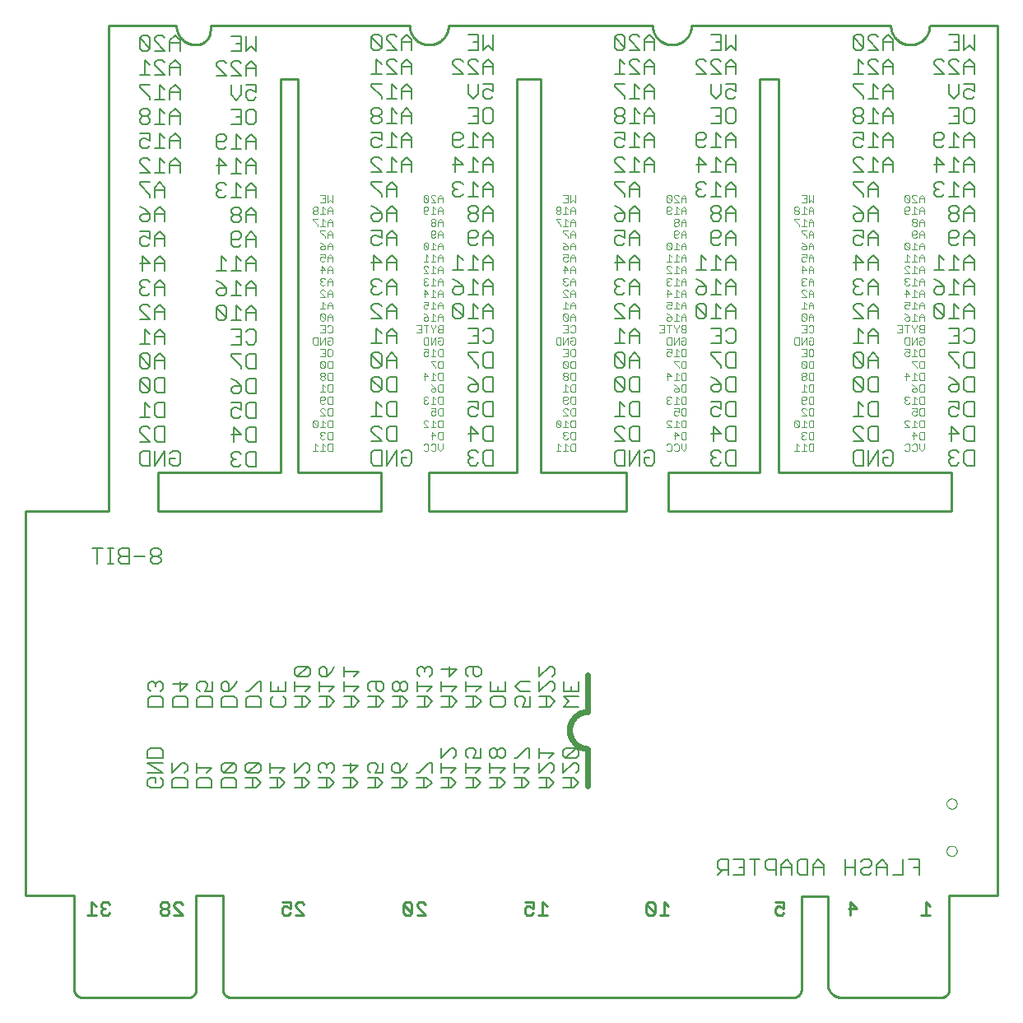
<source format=gbo>
G75*
%MOIN*%
%OFA0B0*%
%FSLAX25Y25*%
%IPPOS*%
%LPD*%
%AMOC8*
5,1,8,0,0,1.08239X$1,22.5*
%
%ADD10C,0.00500*%
%ADD11C,0.01000*%
%ADD12C,0.00600*%
%ADD13C,0.00300*%
%ADD14C,0.02400*%
%ADD15C,0.00900*%
%ADD16C,0.00000*%
D10*
X0052280Y0087864D02*
X0051263Y0088882D01*
X0051263Y0090917D01*
X0052280Y0091934D01*
X0054315Y0091934D01*
X0054315Y0089899D01*
X0056350Y0087864D02*
X0052280Y0087864D01*
X0056350Y0087864D02*
X0057368Y0088882D01*
X0057368Y0090917D01*
X0056350Y0091934D01*
X0057368Y0093941D02*
X0051263Y0098012D01*
X0057368Y0098012D01*
X0057368Y0100019D02*
X0057368Y0103071D01*
X0056350Y0104089D01*
X0052280Y0104089D01*
X0051263Y0103071D01*
X0051263Y0100019D01*
X0057368Y0100019D01*
X0061163Y0098012D02*
X0061163Y0093941D01*
X0065233Y0098012D01*
X0066250Y0098012D01*
X0067268Y0096994D01*
X0067268Y0094959D01*
X0066250Y0093941D01*
X0066250Y0091934D02*
X0067268Y0090917D01*
X0067268Y0087864D01*
X0061163Y0087864D01*
X0061163Y0090917D01*
X0062180Y0091934D01*
X0066250Y0091934D01*
X0071063Y0090917D02*
X0072080Y0091934D01*
X0076150Y0091934D01*
X0077168Y0090917D01*
X0077168Y0087864D01*
X0071063Y0087864D01*
X0071063Y0090917D01*
X0071063Y0093941D02*
X0071063Y0098012D01*
X0071063Y0095976D02*
X0077168Y0095976D01*
X0075133Y0093941D01*
X0080963Y0094959D02*
X0081980Y0093941D01*
X0086050Y0098012D01*
X0081980Y0098012D01*
X0080963Y0096994D01*
X0080963Y0094959D01*
X0081980Y0093941D02*
X0086050Y0093941D01*
X0087068Y0094959D01*
X0087068Y0096994D01*
X0086050Y0098012D01*
X0090863Y0096994D02*
X0090863Y0094959D01*
X0091880Y0093941D01*
X0095950Y0098012D01*
X0091880Y0098012D01*
X0090863Y0096994D01*
X0091880Y0093941D02*
X0095950Y0093941D01*
X0096968Y0094959D01*
X0096968Y0096994D01*
X0095950Y0098012D01*
X0094933Y0091934D02*
X0090863Y0091934D01*
X0093915Y0091934D02*
X0093915Y0087864D01*
X0094933Y0087864D02*
X0096968Y0089899D01*
X0094933Y0091934D01*
X0094933Y0087864D02*
X0090863Y0087864D01*
X0087068Y0087864D02*
X0087068Y0090917D01*
X0086050Y0091934D01*
X0081980Y0091934D01*
X0080963Y0090917D01*
X0080963Y0087864D01*
X0087068Y0087864D01*
X0100763Y0087864D02*
X0104833Y0087864D01*
X0106868Y0089899D01*
X0104833Y0091934D01*
X0100763Y0091934D01*
X0100763Y0093941D02*
X0100763Y0098012D01*
X0100763Y0095976D02*
X0106868Y0095976D01*
X0104833Y0093941D01*
X0103815Y0091934D02*
X0103815Y0087864D01*
X0110663Y0087864D02*
X0114733Y0087864D01*
X0116768Y0089899D01*
X0114733Y0091934D01*
X0110663Y0091934D01*
X0110663Y0093941D02*
X0114733Y0098012D01*
X0115750Y0098012D01*
X0116768Y0096994D01*
X0116768Y0094959D01*
X0115750Y0093941D01*
X0113715Y0091934D02*
X0113715Y0087864D01*
X0110663Y0093941D02*
X0110663Y0098012D01*
X0120563Y0096994D02*
X0120563Y0094959D01*
X0121580Y0093941D01*
X0120563Y0091934D02*
X0124633Y0091934D01*
X0126668Y0089899D01*
X0124633Y0087864D01*
X0120563Y0087864D01*
X0123615Y0087864D02*
X0123615Y0091934D01*
X0125650Y0093941D02*
X0126668Y0094959D01*
X0126668Y0096994D01*
X0125650Y0098012D01*
X0124633Y0098012D01*
X0123615Y0096994D01*
X0122598Y0098012D01*
X0121580Y0098012D01*
X0120563Y0096994D01*
X0123615Y0096994D02*
X0123615Y0095976D01*
X0130463Y0096994D02*
X0136568Y0096994D01*
X0133515Y0093941D01*
X0133515Y0098012D01*
X0133515Y0091934D02*
X0133515Y0087864D01*
X0134533Y0087864D02*
X0136568Y0089899D01*
X0134533Y0091934D01*
X0130463Y0091934D01*
X0130463Y0087864D02*
X0134533Y0087864D01*
X0140363Y0087864D02*
X0144433Y0087864D01*
X0146468Y0089899D01*
X0144433Y0091934D01*
X0140363Y0091934D01*
X0141380Y0093941D02*
X0140363Y0094959D01*
X0140363Y0096994D01*
X0141380Y0098012D01*
X0143415Y0098012D01*
X0144433Y0096994D01*
X0144433Y0095976D01*
X0143415Y0093941D01*
X0146468Y0093941D01*
X0146468Y0098012D01*
X0150263Y0096994D02*
X0150263Y0094959D01*
X0151280Y0093941D01*
X0153315Y0093941D01*
X0153315Y0096994D01*
X0152298Y0098012D01*
X0151280Y0098012D01*
X0150263Y0096994D01*
X0153315Y0093941D02*
X0155350Y0095976D01*
X0156368Y0098012D01*
X0160163Y0093941D02*
X0161180Y0093941D01*
X0165250Y0098012D01*
X0166268Y0098012D01*
X0166268Y0093941D01*
X0164233Y0091934D02*
X0160163Y0091934D01*
X0163215Y0091934D02*
X0163215Y0087864D01*
X0164233Y0087864D02*
X0160163Y0087864D01*
X0156368Y0089899D02*
X0154333Y0091934D01*
X0150263Y0091934D01*
X0153315Y0091934D02*
X0153315Y0087864D01*
X0154333Y0087864D02*
X0156368Y0089899D01*
X0154333Y0087864D02*
X0150263Y0087864D01*
X0143415Y0087864D02*
X0143415Y0091934D01*
X0164233Y0091934D02*
X0166268Y0089899D01*
X0164233Y0087864D01*
X0170063Y0087864D02*
X0174133Y0087864D01*
X0176168Y0089899D01*
X0174133Y0091934D01*
X0170063Y0091934D01*
X0170063Y0093941D02*
X0170063Y0098012D01*
X0170063Y0100019D02*
X0174133Y0104089D01*
X0175150Y0104089D01*
X0176168Y0103071D01*
X0176168Y0101036D01*
X0175150Y0100019D01*
X0176168Y0095976D02*
X0170063Y0095976D01*
X0170063Y0100019D02*
X0170063Y0104089D01*
X0179963Y0103071D02*
X0179963Y0101036D01*
X0180980Y0100019D01*
X0183015Y0100019D02*
X0184033Y0102054D01*
X0184033Y0103071D01*
X0183015Y0104089D01*
X0180980Y0104089D01*
X0179963Y0103071D01*
X0183015Y0100019D02*
X0186068Y0100019D01*
X0186068Y0104089D01*
X0189863Y0103071D02*
X0189863Y0101036D01*
X0190880Y0100019D01*
X0191898Y0100019D01*
X0192915Y0101036D01*
X0192915Y0103071D01*
X0191898Y0104089D01*
X0190880Y0104089D01*
X0189863Y0103071D01*
X0192915Y0103071D02*
X0193933Y0104089D01*
X0194950Y0104089D01*
X0195968Y0103071D01*
X0195968Y0101036D01*
X0194950Y0100019D01*
X0193933Y0100019D01*
X0192915Y0101036D01*
X0189863Y0098012D02*
X0189863Y0093941D01*
X0189863Y0091934D02*
X0193933Y0091934D01*
X0195968Y0089899D01*
X0193933Y0087864D01*
X0189863Y0087864D01*
X0192915Y0087864D02*
X0192915Y0091934D01*
X0193933Y0093941D02*
X0195968Y0095976D01*
X0189863Y0095976D01*
X0186068Y0095976D02*
X0179963Y0095976D01*
X0179963Y0093941D02*
X0179963Y0098012D01*
X0176168Y0095976D02*
X0174133Y0093941D01*
X0173115Y0091934D02*
X0173115Y0087864D01*
X0179963Y0087864D02*
X0184033Y0087864D01*
X0186068Y0089899D01*
X0184033Y0091934D01*
X0179963Y0091934D01*
X0183015Y0091934D02*
X0183015Y0087864D01*
X0184033Y0093941D02*
X0186068Y0095976D01*
X0199763Y0095976D02*
X0205868Y0095976D01*
X0203833Y0093941D01*
X0203833Y0091934D02*
X0199763Y0091934D01*
X0199763Y0093941D02*
X0199763Y0098012D01*
X0199763Y0100019D02*
X0200780Y0100019D01*
X0204850Y0104089D01*
X0205868Y0104089D01*
X0205868Y0100019D01*
X0209663Y0100019D02*
X0209663Y0104089D01*
X0209663Y0102054D02*
X0215768Y0102054D01*
X0213733Y0100019D01*
X0213733Y0098012D02*
X0214750Y0098012D01*
X0215768Y0096994D01*
X0215768Y0094959D01*
X0214750Y0093941D01*
X0213733Y0091934D02*
X0209663Y0091934D01*
X0209663Y0093941D02*
X0213733Y0098012D01*
X0209663Y0098012D02*
X0209663Y0093941D01*
X0212715Y0091934D02*
X0212715Y0087864D01*
X0213733Y0087864D02*
X0215768Y0089899D01*
X0213733Y0091934D01*
X0213733Y0087864D02*
X0209663Y0087864D01*
X0205868Y0089899D02*
X0203833Y0091934D01*
X0202815Y0091934D02*
X0202815Y0087864D01*
X0203833Y0087864D02*
X0205868Y0089899D01*
X0203833Y0087864D02*
X0199763Y0087864D01*
X0219563Y0087864D02*
X0223633Y0087864D01*
X0225668Y0089899D01*
X0223633Y0091934D01*
X0219563Y0091934D01*
X0219563Y0093941D02*
X0223633Y0098012D01*
X0224650Y0098012D01*
X0225668Y0096994D01*
X0225668Y0094959D01*
X0224650Y0093941D01*
X0222615Y0091934D02*
X0222615Y0087864D01*
X0219563Y0093941D02*
X0219563Y0098012D01*
X0220580Y0100019D02*
X0219563Y0101036D01*
X0219563Y0103071D01*
X0220580Y0104089D01*
X0224650Y0104089D01*
X0220580Y0100019D01*
X0224650Y0100019D01*
X0225668Y0101036D01*
X0225668Y0103071D01*
X0224650Y0104089D01*
X0225865Y0120738D02*
X0219759Y0120738D01*
X0221795Y0122773D01*
X0219759Y0124808D01*
X0225865Y0124808D01*
X0225865Y0126815D02*
X0219759Y0126815D01*
X0219759Y0130886D01*
X0222812Y0128850D02*
X0222812Y0126815D01*
X0225865Y0126815D02*
X0225865Y0130886D01*
X0215965Y0129868D02*
X0215965Y0127833D01*
X0214947Y0126815D01*
X0213930Y0124808D02*
X0209859Y0124808D01*
X0209859Y0126815D02*
X0213930Y0130886D01*
X0214947Y0130886D01*
X0215965Y0129868D01*
X0214947Y0132893D02*
X0215965Y0133910D01*
X0215965Y0135945D01*
X0214947Y0136963D01*
X0213930Y0136963D01*
X0209859Y0132893D01*
X0209859Y0136963D01*
X0209859Y0130886D02*
X0209859Y0126815D01*
X0212912Y0124808D02*
X0212912Y0120738D01*
X0213930Y0120738D02*
X0215965Y0122773D01*
X0213930Y0124808D01*
X0213930Y0120738D02*
X0209859Y0120738D01*
X0206065Y0120738D02*
X0206065Y0124808D01*
X0206065Y0126815D02*
X0201995Y0126815D01*
X0199959Y0128850D01*
X0201995Y0130886D01*
X0206065Y0130886D01*
X0203012Y0124808D02*
X0200977Y0124808D01*
X0199959Y0123791D01*
X0199959Y0121756D01*
X0200977Y0120738D01*
X0203012Y0120738D02*
X0204030Y0122773D01*
X0204030Y0123791D01*
X0203012Y0124808D01*
X0203012Y0120738D02*
X0206065Y0120738D01*
X0196165Y0121756D02*
X0195147Y0120738D01*
X0191077Y0120738D01*
X0190059Y0121756D01*
X0190059Y0123791D01*
X0191077Y0124808D01*
X0195147Y0124808D01*
X0196165Y0123791D01*
X0196165Y0121756D01*
X0196165Y0126815D02*
X0190059Y0126815D01*
X0190059Y0130886D01*
X0193112Y0128850D02*
X0193112Y0126815D01*
X0196165Y0126815D02*
X0196165Y0130886D01*
X0186265Y0128850D02*
X0180159Y0128850D01*
X0180159Y0126815D02*
X0180159Y0130886D01*
X0181177Y0132893D02*
X0180159Y0133910D01*
X0180159Y0135945D01*
X0181177Y0136963D01*
X0185247Y0136963D01*
X0186265Y0135945D01*
X0186265Y0133910D01*
X0185247Y0132893D01*
X0184230Y0132893D01*
X0183212Y0133910D01*
X0183212Y0136963D01*
X0176365Y0135945D02*
X0173312Y0132893D01*
X0173312Y0136963D01*
X0170259Y0135945D02*
X0176365Y0135945D01*
X0176365Y0128850D02*
X0170259Y0128850D01*
X0170259Y0126815D02*
X0170259Y0130886D01*
X0166465Y0128850D02*
X0164430Y0126815D01*
X0164430Y0124808D02*
X0160359Y0124808D01*
X0160359Y0126815D02*
X0160359Y0130886D01*
X0160359Y0128850D02*
X0166465Y0128850D01*
X0165447Y0132893D02*
X0166465Y0133910D01*
X0166465Y0135945D01*
X0165447Y0136963D01*
X0164430Y0136963D01*
X0163412Y0135945D01*
X0162395Y0136963D01*
X0161377Y0136963D01*
X0160359Y0135945D01*
X0160359Y0133910D01*
X0161377Y0132893D01*
X0163412Y0134928D02*
X0163412Y0135945D01*
X0156565Y0129868D02*
X0155547Y0130886D01*
X0154530Y0130886D01*
X0153512Y0129868D01*
X0153512Y0127833D01*
X0154530Y0126815D01*
X0155547Y0126815D01*
X0156565Y0127833D01*
X0156565Y0129868D01*
X0153512Y0129868D02*
X0152495Y0130886D01*
X0151477Y0130886D01*
X0150459Y0129868D01*
X0150459Y0127833D01*
X0151477Y0126815D01*
X0152495Y0126815D01*
X0153512Y0127833D01*
X0153512Y0124808D02*
X0153512Y0120738D01*
X0154530Y0120738D02*
X0156565Y0122773D01*
X0154530Y0124808D01*
X0150459Y0124808D01*
X0150459Y0120738D02*
X0154530Y0120738D01*
X0160359Y0120738D02*
X0164430Y0120738D01*
X0166465Y0122773D01*
X0164430Y0124808D01*
X0163412Y0124808D02*
X0163412Y0120738D01*
X0170259Y0120738D02*
X0174330Y0120738D01*
X0176365Y0122773D01*
X0174330Y0124808D01*
X0170259Y0124808D01*
X0173312Y0124808D02*
X0173312Y0120738D01*
X0174330Y0126815D02*
X0176365Y0128850D01*
X0180159Y0124808D02*
X0184230Y0124808D01*
X0186265Y0122773D01*
X0184230Y0120738D01*
X0180159Y0120738D01*
X0183212Y0120738D02*
X0183212Y0124808D01*
X0184230Y0126815D02*
X0186265Y0128850D01*
X0146665Y0127833D02*
X0145647Y0126815D01*
X0144630Y0126815D01*
X0143612Y0127833D01*
X0143612Y0130886D01*
X0141577Y0130886D02*
X0145647Y0130886D01*
X0146665Y0129868D01*
X0146665Y0127833D01*
X0144630Y0124808D02*
X0140559Y0124808D01*
X0141577Y0126815D02*
X0140559Y0127833D01*
X0140559Y0129868D01*
X0141577Y0130886D01*
X0136765Y0128850D02*
X0130659Y0128850D01*
X0130659Y0126815D02*
X0130659Y0130886D01*
X0130659Y0132893D02*
X0130659Y0136963D01*
X0130659Y0134928D02*
X0136765Y0134928D01*
X0134730Y0132893D01*
X0136765Y0128850D02*
X0134730Y0126815D01*
X0134730Y0124808D02*
X0130659Y0124808D01*
X0133712Y0124808D02*
X0133712Y0120738D01*
X0134730Y0120738D02*
X0136765Y0122773D01*
X0134730Y0124808D01*
X0134730Y0120738D02*
X0130659Y0120738D01*
X0126865Y0122773D02*
X0124830Y0124808D01*
X0120759Y0124808D01*
X0120759Y0126815D02*
X0120759Y0130886D01*
X0120759Y0128850D02*
X0126865Y0128850D01*
X0124830Y0126815D01*
X0123812Y0124808D02*
X0123812Y0120738D01*
X0124830Y0120738D02*
X0120759Y0120738D01*
X0124830Y0120738D02*
X0126865Y0122773D01*
X0116965Y0122773D02*
X0114930Y0124808D01*
X0110859Y0124808D01*
X0110859Y0126815D02*
X0110859Y0130886D01*
X0110859Y0128850D02*
X0116965Y0128850D01*
X0114930Y0126815D01*
X0113912Y0124808D02*
X0113912Y0120738D01*
X0114930Y0120738D02*
X0116965Y0122773D01*
X0114930Y0120738D02*
X0110859Y0120738D01*
X0107065Y0121756D02*
X0107065Y0123791D01*
X0106047Y0124808D01*
X0107065Y0126815D02*
X0100959Y0126815D01*
X0100959Y0130886D01*
X0104012Y0128850D02*
X0104012Y0126815D01*
X0101977Y0124808D02*
X0100959Y0123791D01*
X0100959Y0121756D01*
X0101977Y0120738D01*
X0106047Y0120738D01*
X0107065Y0121756D01*
X0107065Y0126815D02*
X0107065Y0130886D01*
X0110859Y0133910D02*
X0111877Y0132893D01*
X0115947Y0136963D01*
X0111877Y0136963D01*
X0110859Y0135945D01*
X0110859Y0133910D01*
X0111877Y0132893D02*
X0115947Y0132893D01*
X0116965Y0133910D01*
X0116965Y0135945D01*
X0115947Y0136963D01*
X0120759Y0135945D02*
X0120759Y0133910D01*
X0121777Y0132893D01*
X0123812Y0132893D01*
X0123812Y0135945D01*
X0122795Y0136963D01*
X0121777Y0136963D01*
X0120759Y0135945D01*
X0123812Y0132893D02*
X0125847Y0134928D01*
X0126865Y0136963D01*
X0143612Y0124808D02*
X0143612Y0120738D01*
X0144630Y0120738D02*
X0140559Y0120738D01*
X0144630Y0120738D02*
X0146665Y0122773D01*
X0144630Y0124808D01*
X0097165Y0123791D02*
X0097165Y0120738D01*
X0091059Y0120738D01*
X0091059Y0123791D01*
X0092077Y0124808D01*
X0096147Y0124808D01*
X0097165Y0123791D01*
X0097165Y0126815D02*
X0097165Y0130886D01*
X0096147Y0130886D01*
X0092077Y0126815D01*
X0091059Y0126815D01*
X0087265Y0123791D02*
X0087265Y0120738D01*
X0081159Y0120738D01*
X0081159Y0123791D01*
X0082177Y0124808D01*
X0086247Y0124808D01*
X0087265Y0123791D01*
X0084212Y0126815D02*
X0084212Y0129868D01*
X0083195Y0130886D01*
X0082177Y0130886D01*
X0081159Y0129868D01*
X0081159Y0127833D01*
X0082177Y0126815D01*
X0084212Y0126815D01*
X0086247Y0128850D01*
X0087265Y0130886D01*
X0077365Y0130886D02*
X0077365Y0126815D01*
X0074312Y0126815D01*
X0075330Y0128850D01*
X0075330Y0129868D01*
X0074312Y0130886D01*
X0072277Y0130886D01*
X0071259Y0129868D01*
X0071259Y0127833D01*
X0072277Y0126815D01*
X0072277Y0124808D02*
X0076347Y0124808D01*
X0077365Y0123791D01*
X0077365Y0120738D01*
X0071259Y0120738D01*
X0071259Y0123791D01*
X0072277Y0124808D01*
X0067465Y0123791D02*
X0067465Y0120738D01*
X0061359Y0120738D01*
X0061359Y0123791D01*
X0062377Y0124808D01*
X0066447Y0124808D01*
X0067465Y0123791D01*
X0064412Y0126815D02*
X0064412Y0130886D01*
X0061359Y0129868D02*
X0067465Y0129868D01*
X0064412Y0126815D01*
X0057565Y0127833D02*
X0056547Y0126815D01*
X0057565Y0127833D02*
X0057565Y0129868D01*
X0056547Y0130886D01*
X0055530Y0130886D01*
X0054512Y0129868D01*
X0053495Y0130886D01*
X0052477Y0130886D01*
X0051459Y0129868D01*
X0051459Y0127833D01*
X0052477Y0126815D01*
X0052477Y0124808D02*
X0056547Y0124808D01*
X0057565Y0123791D01*
X0057565Y0120738D01*
X0051459Y0120738D01*
X0051459Y0123791D01*
X0052477Y0124808D01*
X0054512Y0128850D02*
X0054512Y0129868D01*
X0057368Y0093941D02*
X0051263Y0093941D01*
X0052179Y0218114D02*
X0049126Y0218114D01*
X0048109Y0219131D01*
X0048109Y0223201D01*
X0049126Y0224219D01*
X0052179Y0224219D01*
X0052179Y0218114D01*
X0054186Y0218114D02*
X0054186Y0224219D01*
X0055204Y0228014D02*
X0054186Y0229031D01*
X0054186Y0233101D01*
X0055204Y0234119D01*
X0058256Y0234119D01*
X0058256Y0228014D01*
X0055204Y0228014D01*
X0052179Y0228014D02*
X0048109Y0232084D01*
X0048109Y0233101D01*
X0049126Y0234119D01*
X0051162Y0234119D01*
X0052179Y0233101D01*
X0052179Y0237914D02*
X0048109Y0237914D01*
X0050144Y0237914D02*
X0050144Y0244019D01*
X0052179Y0241984D01*
X0054186Y0243001D02*
X0055204Y0244019D01*
X0058256Y0244019D01*
X0058256Y0237914D01*
X0055204Y0237914D01*
X0054186Y0238931D01*
X0054186Y0243001D01*
X0055204Y0247814D02*
X0054186Y0248831D01*
X0054186Y0252901D01*
X0055204Y0253919D01*
X0058256Y0253919D01*
X0058256Y0247814D01*
X0055204Y0247814D01*
X0052179Y0248831D02*
X0048109Y0252901D01*
X0048109Y0248831D01*
X0049126Y0247814D01*
X0051162Y0247814D01*
X0052179Y0248831D01*
X0052179Y0252901D01*
X0051162Y0253919D01*
X0049126Y0253919D01*
X0048109Y0252901D01*
X0049126Y0257714D02*
X0051162Y0257714D01*
X0052179Y0258731D01*
X0048109Y0262801D01*
X0048109Y0258731D01*
X0049126Y0257714D01*
X0052179Y0258731D02*
X0052179Y0262801D01*
X0051162Y0263819D01*
X0049126Y0263819D01*
X0048109Y0262801D01*
X0054186Y0261784D02*
X0054186Y0257714D01*
X0054186Y0260766D02*
X0058256Y0260766D01*
X0058256Y0261784D02*
X0056221Y0263819D01*
X0054186Y0261784D01*
X0058256Y0261784D02*
X0058256Y0257714D01*
X0058256Y0267614D02*
X0058256Y0271684D01*
X0056221Y0273719D01*
X0054186Y0271684D01*
X0054186Y0267614D01*
X0052179Y0267614D02*
X0048109Y0267614D01*
X0050144Y0267614D02*
X0050144Y0273719D01*
X0052179Y0271684D01*
X0054186Y0270666D02*
X0058256Y0270666D01*
X0058256Y0277514D02*
X0058256Y0281584D01*
X0056221Y0283619D01*
X0054186Y0281584D01*
X0054186Y0277514D01*
X0052179Y0277514D02*
X0048109Y0281584D01*
X0048109Y0282601D01*
X0049126Y0283619D01*
X0051162Y0283619D01*
X0052179Y0282601D01*
X0054186Y0280566D02*
X0058256Y0280566D01*
X0052179Y0277514D02*
X0048109Y0277514D01*
X0049126Y0287414D02*
X0051162Y0287414D01*
X0052179Y0288431D01*
X0054186Y0287414D02*
X0054186Y0291484D01*
X0056221Y0293519D01*
X0058256Y0291484D01*
X0058256Y0287414D01*
X0058256Y0290466D02*
X0054186Y0290466D01*
X0052179Y0292501D02*
X0051162Y0293519D01*
X0049126Y0293519D01*
X0048109Y0292501D01*
X0048109Y0291484D01*
X0049126Y0290466D01*
X0048109Y0289449D01*
X0048109Y0288431D01*
X0049126Y0287414D01*
X0049126Y0290466D02*
X0050144Y0290466D01*
X0049126Y0297314D02*
X0049126Y0303419D01*
X0052179Y0300366D01*
X0048109Y0300366D01*
X0054186Y0300366D02*
X0058256Y0300366D01*
X0058256Y0301384D02*
X0056221Y0303419D01*
X0054186Y0301384D01*
X0054186Y0297314D01*
X0058256Y0297314D02*
X0058256Y0301384D01*
X0058256Y0307214D02*
X0058256Y0311284D01*
X0056221Y0313319D01*
X0054186Y0311284D01*
X0054186Y0307214D01*
X0052179Y0308231D02*
X0051162Y0307214D01*
X0049126Y0307214D01*
X0048109Y0308231D01*
X0048109Y0310266D01*
X0049126Y0311284D01*
X0050144Y0311284D01*
X0052179Y0310266D01*
X0052179Y0313319D01*
X0048109Y0313319D01*
X0049126Y0317114D02*
X0048109Y0318131D01*
X0048109Y0319149D01*
X0049126Y0320166D01*
X0052179Y0320166D01*
X0052179Y0318131D01*
X0051162Y0317114D01*
X0049126Y0317114D01*
X0052179Y0320166D02*
X0050144Y0322201D01*
X0048109Y0323219D01*
X0052179Y0327014D02*
X0052179Y0328031D01*
X0048109Y0332101D01*
X0048109Y0333119D01*
X0052179Y0333119D01*
X0054186Y0331084D02*
X0054186Y0327014D01*
X0054186Y0330066D02*
X0058256Y0330066D01*
X0058256Y0331084D02*
X0058256Y0327014D01*
X0058256Y0331084D02*
X0056221Y0333119D01*
X0054186Y0331084D01*
X0054186Y0336914D02*
X0058256Y0336914D01*
X0060263Y0336914D02*
X0060263Y0340984D01*
X0062298Y0343019D01*
X0064333Y0340984D01*
X0064333Y0336914D01*
X0064333Y0339966D02*
X0060263Y0339966D01*
X0058256Y0340984D02*
X0056221Y0343019D01*
X0056221Y0336914D01*
X0052179Y0336914D02*
X0048109Y0340984D01*
X0048109Y0342001D01*
X0049126Y0343019D01*
X0051162Y0343019D01*
X0052179Y0342001D01*
X0052179Y0336914D02*
X0048109Y0336914D01*
X0049126Y0346814D02*
X0051162Y0346814D01*
X0052179Y0347831D01*
X0052179Y0349866D02*
X0050144Y0350884D01*
X0049126Y0350884D01*
X0048109Y0349866D01*
X0048109Y0347831D01*
X0049126Y0346814D01*
X0052179Y0349866D02*
X0052179Y0352919D01*
X0048109Y0352919D01*
X0049126Y0356714D02*
X0051162Y0356714D01*
X0052179Y0357731D01*
X0052179Y0358749D01*
X0051162Y0359766D01*
X0049126Y0359766D01*
X0048109Y0358749D01*
X0048109Y0357731D01*
X0049126Y0356714D01*
X0049126Y0359766D02*
X0048109Y0360784D01*
X0048109Y0361801D01*
X0049126Y0362819D01*
X0051162Y0362819D01*
X0052179Y0361801D01*
X0052179Y0360784D01*
X0051162Y0359766D01*
X0054186Y0356714D02*
X0058256Y0356714D01*
X0060263Y0356714D02*
X0060263Y0360784D01*
X0062298Y0362819D01*
X0064333Y0360784D01*
X0064333Y0356714D01*
X0064333Y0359766D02*
X0060263Y0359766D01*
X0058256Y0360784D02*
X0056221Y0362819D01*
X0056221Y0356714D01*
X0056221Y0352919D02*
X0056221Y0346814D01*
X0058256Y0346814D02*
X0054186Y0346814D01*
X0058256Y0350884D02*
X0056221Y0352919D01*
X0060263Y0350884D02*
X0060263Y0346814D01*
X0060263Y0349866D02*
X0064333Y0349866D01*
X0064333Y0350884D02*
X0064333Y0346814D01*
X0064333Y0350884D02*
X0062298Y0352919D01*
X0060263Y0350884D01*
X0060263Y0366614D02*
X0060263Y0370684D01*
X0062298Y0372719D01*
X0064333Y0370684D01*
X0064333Y0366614D01*
X0064333Y0369666D02*
X0060263Y0369666D01*
X0058256Y0370684D02*
X0056221Y0372719D01*
X0056221Y0366614D01*
X0058256Y0366614D02*
X0054186Y0366614D01*
X0052179Y0366614D02*
X0052179Y0367631D01*
X0048109Y0371701D01*
X0048109Y0372719D01*
X0052179Y0372719D01*
X0052179Y0376514D02*
X0048109Y0376514D01*
X0050144Y0376514D02*
X0050144Y0382619D01*
X0052179Y0380584D01*
X0054186Y0380584D02*
X0054186Y0381601D01*
X0055204Y0382619D01*
X0057239Y0382619D01*
X0058256Y0381601D01*
X0060263Y0380584D02*
X0060263Y0376514D01*
X0058256Y0376514D02*
X0054186Y0380584D01*
X0054186Y0376514D02*
X0058256Y0376514D01*
X0060263Y0379566D02*
X0064333Y0379566D01*
X0064333Y0380584D02*
X0062298Y0382619D01*
X0060263Y0380584D01*
X0064333Y0380584D02*
X0064333Y0376514D01*
X0064333Y0386414D02*
X0064333Y0390484D01*
X0062298Y0392519D01*
X0060263Y0390484D01*
X0060263Y0386414D01*
X0058256Y0386414D02*
X0054186Y0390484D01*
X0054186Y0391501D01*
X0055204Y0392519D01*
X0057239Y0392519D01*
X0058256Y0391501D01*
X0060263Y0389466D02*
X0064333Y0389466D01*
X0058256Y0386414D02*
X0054186Y0386414D01*
X0052179Y0387431D02*
X0048109Y0391501D01*
X0048109Y0387431D01*
X0049126Y0386414D01*
X0051162Y0386414D01*
X0052179Y0387431D01*
X0052179Y0391501D01*
X0051162Y0392519D01*
X0049126Y0392519D01*
X0048109Y0391501D01*
X0079022Y0381405D02*
X0080039Y0382422D01*
X0082074Y0382422D01*
X0083092Y0381405D01*
X0085099Y0381405D02*
X0086116Y0382422D01*
X0088151Y0382422D01*
X0089169Y0381405D01*
X0091176Y0380387D02*
X0091176Y0376317D01*
X0089169Y0376317D02*
X0085099Y0380387D01*
X0085099Y0381405D01*
X0085099Y0386217D02*
X0089169Y0386217D01*
X0089169Y0392322D01*
X0085099Y0392322D01*
X0087134Y0389270D02*
X0089169Y0389270D01*
X0091176Y0392322D02*
X0091176Y0386217D01*
X0093211Y0388252D01*
X0095246Y0386217D01*
X0095246Y0392322D01*
X0093211Y0382422D02*
X0091176Y0380387D01*
X0091176Y0379370D02*
X0095246Y0379370D01*
X0095246Y0380387D02*
X0093211Y0382422D01*
X0095246Y0380387D02*
X0095246Y0376317D01*
X0095246Y0372522D02*
X0091176Y0372522D01*
X0089169Y0372522D02*
X0089169Y0368452D01*
X0087134Y0366417D01*
X0085099Y0368452D01*
X0085099Y0372522D01*
X0085099Y0376317D02*
X0089169Y0376317D01*
X0095246Y0372522D02*
X0095246Y0369470D01*
X0093211Y0370487D01*
X0092194Y0370487D01*
X0091176Y0369470D01*
X0091176Y0367434D01*
X0092194Y0366417D01*
X0094229Y0366417D01*
X0095246Y0367434D01*
X0094229Y0362622D02*
X0095246Y0361605D01*
X0095246Y0357534D01*
X0094229Y0356517D01*
X0092194Y0356517D01*
X0091176Y0357534D01*
X0091176Y0361605D01*
X0092194Y0362622D01*
X0094229Y0362622D01*
X0089169Y0362622D02*
X0089169Y0356517D01*
X0085099Y0356517D01*
X0087134Y0359570D02*
X0089169Y0359570D01*
X0089169Y0362622D02*
X0085099Y0362622D01*
X0087134Y0352722D02*
X0087134Y0346617D01*
X0089169Y0346617D02*
X0085099Y0346617D01*
X0083092Y0347634D02*
X0082074Y0346617D01*
X0080039Y0346617D01*
X0079022Y0347634D01*
X0079022Y0351705D01*
X0080039Y0352722D01*
X0082074Y0352722D01*
X0083092Y0351705D01*
X0083092Y0350687D01*
X0082074Y0349670D01*
X0079022Y0349670D01*
X0080039Y0342822D02*
X0083092Y0339770D01*
X0079022Y0339770D01*
X0080039Y0342822D02*
X0080039Y0336717D01*
X0080039Y0332922D02*
X0079022Y0331905D01*
X0079022Y0330887D01*
X0080039Y0329870D01*
X0079022Y0328852D01*
X0079022Y0327834D01*
X0080039Y0326817D01*
X0082074Y0326817D01*
X0083092Y0327834D01*
X0085099Y0326817D02*
X0089169Y0326817D01*
X0091176Y0326817D02*
X0091176Y0330887D01*
X0093211Y0332922D01*
X0095246Y0330887D01*
X0095246Y0326817D01*
X0095246Y0329870D02*
X0091176Y0329870D01*
X0089169Y0330887D02*
X0087134Y0332922D01*
X0087134Y0326817D01*
X0088151Y0323022D02*
X0086116Y0323022D01*
X0085099Y0322005D01*
X0085099Y0320987D01*
X0086116Y0319970D01*
X0088151Y0319970D01*
X0089169Y0320987D01*
X0089169Y0322005D01*
X0088151Y0323022D01*
X0088151Y0319970D02*
X0089169Y0318952D01*
X0089169Y0317934D01*
X0088151Y0316917D01*
X0086116Y0316917D01*
X0085099Y0317934D01*
X0085099Y0318952D01*
X0086116Y0319970D01*
X0091176Y0319970D02*
X0095246Y0319970D01*
X0095246Y0320987D02*
X0093211Y0323022D01*
X0091176Y0320987D01*
X0091176Y0316917D01*
X0095246Y0316917D02*
X0095246Y0320987D01*
X0093211Y0313122D02*
X0091176Y0311087D01*
X0091176Y0307017D01*
X0089169Y0308034D02*
X0088151Y0307017D01*
X0086116Y0307017D01*
X0085099Y0308034D01*
X0085099Y0312105D01*
X0086116Y0313122D01*
X0088151Y0313122D01*
X0089169Y0312105D01*
X0089169Y0311087D01*
X0088151Y0310070D01*
X0085099Y0310070D01*
X0091176Y0310070D02*
X0095246Y0310070D01*
X0095246Y0311087D02*
X0095246Y0307017D01*
X0095246Y0311087D02*
X0093211Y0313122D01*
X0093211Y0303222D02*
X0091176Y0301187D01*
X0091176Y0297117D01*
X0089169Y0297117D02*
X0085099Y0297117D01*
X0083092Y0297117D02*
X0079022Y0297117D01*
X0081057Y0297117D02*
X0081057Y0303222D01*
X0083092Y0301187D01*
X0087134Y0303222D02*
X0087134Y0297117D01*
X0087134Y0293322D02*
X0087134Y0287217D01*
X0089169Y0287217D02*
X0085099Y0287217D01*
X0083092Y0288234D02*
X0082074Y0287217D01*
X0080039Y0287217D01*
X0079022Y0288234D01*
X0079022Y0289252D01*
X0080039Y0290270D01*
X0083092Y0290270D01*
X0083092Y0288234D01*
X0083092Y0290270D02*
X0081057Y0292305D01*
X0079022Y0293322D01*
X0087134Y0293322D02*
X0089169Y0291287D01*
X0091176Y0291287D02*
X0091176Y0287217D01*
X0091176Y0290270D02*
X0095246Y0290270D01*
X0095246Y0291287D02*
X0095246Y0287217D01*
X0095246Y0291287D02*
X0093211Y0293322D01*
X0091176Y0291287D01*
X0095246Y0297117D02*
X0095246Y0301187D01*
X0093211Y0303222D01*
X0095246Y0300170D02*
X0091176Y0300170D01*
X0089169Y0301187D02*
X0087134Y0303222D01*
X0087134Y0283422D02*
X0087134Y0277317D01*
X0089169Y0277317D02*
X0085099Y0277317D01*
X0083092Y0278334D02*
X0083092Y0282405D01*
X0082074Y0283422D01*
X0080039Y0283422D01*
X0079022Y0282405D01*
X0083092Y0278334D01*
X0082074Y0277317D01*
X0080039Y0277317D01*
X0079022Y0278334D01*
X0079022Y0282405D01*
X0087134Y0283422D02*
X0089169Y0281387D01*
X0091176Y0281387D02*
X0091176Y0277317D01*
X0091176Y0280370D02*
X0095246Y0280370D01*
X0095246Y0281387D02*
X0093211Y0283422D01*
X0091176Y0281387D01*
X0095246Y0281387D02*
X0095246Y0277317D01*
X0094229Y0273522D02*
X0095246Y0272505D01*
X0095246Y0268434D01*
X0094229Y0267417D01*
X0092194Y0267417D01*
X0091176Y0268434D01*
X0089169Y0267417D02*
X0085099Y0267417D01*
X0087134Y0270470D02*
X0089169Y0270470D01*
X0091176Y0272505D02*
X0092194Y0273522D01*
X0094229Y0273522D01*
X0089169Y0273522D02*
X0089169Y0267417D01*
X0089169Y0263622D02*
X0085099Y0263622D01*
X0085099Y0262605D01*
X0089169Y0258534D01*
X0089169Y0257517D01*
X0091176Y0258534D02*
X0091176Y0262605D01*
X0092194Y0263622D01*
X0095246Y0263622D01*
X0095246Y0257517D01*
X0092194Y0257517D01*
X0091176Y0258534D01*
X0092194Y0253722D02*
X0091176Y0252705D01*
X0091176Y0248634D01*
X0092194Y0247617D01*
X0095246Y0247617D01*
X0095246Y0253722D01*
X0092194Y0253722D01*
X0089169Y0250670D02*
X0086116Y0250670D01*
X0085099Y0249652D01*
X0085099Y0248634D01*
X0086116Y0247617D01*
X0088151Y0247617D01*
X0089169Y0248634D01*
X0089169Y0250670D01*
X0087134Y0252705D01*
X0085099Y0253722D01*
X0085099Y0243822D02*
X0089169Y0243822D01*
X0089169Y0240770D01*
X0087134Y0241787D01*
X0086116Y0241787D01*
X0085099Y0240770D01*
X0085099Y0238734D01*
X0086116Y0237717D01*
X0088151Y0237717D01*
X0089169Y0238734D01*
X0091176Y0238734D02*
X0091176Y0242805D01*
X0092194Y0243822D01*
X0095246Y0243822D01*
X0095246Y0237717D01*
X0092194Y0237717D01*
X0091176Y0238734D01*
X0092194Y0233922D02*
X0091176Y0232905D01*
X0091176Y0228834D01*
X0092194Y0227817D01*
X0095246Y0227817D01*
X0095246Y0233922D01*
X0092194Y0233922D01*
X0089169Y0230870D02*
X0085099Y0230870D01*
X0086116Y0233922D02*
X0086116Y0227817D01*
X0086116Y0224022D02*
X0085099Y0223005D01*
X0085099Y0221987D01*
X0086116Y0220970D01*
X0085099Y0219952D01*
X0085099Y0218934D01*
X0086116Y0217917D01*
X0088151Y0217917D01*
X0089169Y0218934D01*
X0091176Y0218934D02*
X0091176Y0223005D01*
X0092194Y0224022D01*
X0095246Y0224022D01*
X0095246Y0217917D01*
X0092194Y0217917D01*
X0091176Y0218934D01*
X0087134Y0220970D02*
X0086116Y0220970D01*
X0086116Y0224022D02*
X0088151Y0224022D01*
X0089169Y0223005D01*
X0089169Y0230870D02*
X0086116Y0233922D01*
X0064333Y0223201D02*
X0064333Y0219131D01*
X0063316Y0218114D01*
X0061281Y0218114D01*
X0060263Y0219131D01*
X0060263Y0221166D01*
X0062298Y0221166D01*
X0060263Y0223201D02*
X0061281Y0224219D01*
X0063316Y0224219D01*
X0064333Y0223201D01*
X0058256Y0224219D02*
X0058256Y0218114D01*
X0054186Y0218114D02*
X0058256Y0224219D01*
X0052179Y0228014D02*
X0048109Y0228014D01*
X0085099Y0273522D02*
X0089169Y0273522D01*
X0058256Y0310266D02*
X0054186Y0310266D01*
X0054186Y0317114D02*
X0054186Y0321184D01*
X0056221Y0323219D01*
X0058256Y0321184D01*
X0058256Y0317114D01*
X0058256Y0320166D02*
X0054186Y0320166D01*
X0080039Y0329870D02*
X0081057Y0329870D01*
X0083092Y0331905D02*
X0082074Y0332922D01*
X0080039Y0332922D01*
X0085099Y0336717D02*
X0089169Y0336717D01*
X0091176Y0336717D02*
X0091176Y0340787D01*
X0093211Y0342822D01*
X0095246Y0340787D01*
X0095246Y0336717D01*
X0095246Y0339770D02*
X0091176Y0339770D01*
X0089169Y0340787D02*
X0087134Y0342822D01*
X0087134Y0336717D01*
X0091176Y0346617D02*
X0091176Y0350687D01*
X0093211Y0352722D01*
X0095246Y0350687D01*
X0095246Y0346617D01*
X0095246Y0349670D02*
X0091176Y0349670D01*
X0089169Y0350687D02*
X0087134Y0352722D01*
X0083092Y0376317D02*
X0079022Y0376317D01*
X0083092Y0376317D02*
X0079022Y0380387D01*
X0079022Y0381405D01*
X0141861Y0376817D02*
X0145931Y0376817D01*
X0147938Y0376817D02*
X0152008Y0376817D01*
X0147938Y0380887D01*
X0147938Y0381905D01*
X0148956Y0382922D01*
X0150991Y0382922D01*
X0152008Y0381905D01*
X0154015Y0380887D02*
X0154015Y0376817D01*
X0154015Y0379870D02*
X0158085Y0379870D01*
X0158085Y0380887D02*
X0156050Y0382922D01*
X0154015Y0380887D01*
X0158085Y0380887D02*
X0158085Y0376817D01*
X0156050Y0373022D02*
X0154015Y0370987D01*
X0154015Y0366917D01*
X0152008Y0366917D02*
X0147938Y0366917D01*
X0145931Y0366917D02*
X0145931Y0367934D01*
X0141861Y0372005D01*
X0141861Y0373022D01*
X0145931Y0373022D01*
X0149973Y0373022D02*
X0149973Y0366917D01*
X0149973Y0363122D02*
X0149973Y0357017D01*
X0152008Y0357017D02*
X0147938Y0357017D01*
X0145931Y0358034D02*
X0145931Y0359052D01*
X0144914Y0360070D01*
X0142878Y0360070D01*
X0141861Y0359052D01*
X0141861Y0358034D01*
X0142878Y0357017D01*
X0144914Y0357017D01*
X0145931Y0358034D01*
X0144914Y0360070D02*
X0145931Y0361087D01*
X0145931Y0362105D01*
X0144914Y0363122D01*
X0142878Y0363122D01*
X0141861Y0362105D01*
X0141861Y0361087D01*
X0142878Y0360070D01*
X0141861Y0353222D02*
X0145931Y0353222D01*
X0145931Y0350170D01*
X0143896Y0351187D01*
X0142878Y0351187D01*
X0141861Y0350170D01*
X0141861Y0348134D01*
X0142878Y0347117D01*
X0144914Y0347117D01*
X0145931Y0348134D01*
X0147938Y0347117D02*
X0152008Y0347117D01*
X0154015Y0347117D02*
X0154015Y0351187D01*
X0156050Y0353222D01*
X0158085Y0351187D01*
X0158085Y0347117D01*
X0158085Y0350170D02*
X0154015Y0350170D01*
X0152008Y0351187D02*
X0149973Y0353222D01*
X0149973Y0347117D01*
X0149973Y0343322D02*
X0149973Y0337217D01*
X0152008Y0337217D02*
X0147938Y0337217D01*
X0145931Y0337217D02*
X0141861Y0341287D01*
X0141861Y0342305D01*
X0142878Y0343322D01*
X0144914Y0343322D01*
X0145931Y0342305D01*
X0149973Y0343322D02*
X0152008Y0341287D01*
X0154015Y0341287D02*
X0154015Y0337217D01*
X0154015Y0340270D02*
X0158085Y0340270D01*
X0158085Y0341287D02*
X0156050Y0343322D01*
X0154015Y0341287D01*
X0158085Y0341287D02*
X0158085Y0337217D01*
X0152008Y0331387D02*
X0152008Y0327317D01*
X0152008Y0330370D02*
X0147938Y0330370D01*
X0147938Y0331387D02*
X0147938Y0327317D01*
X0145931Y0327317D02*
X0145931Y0328334D01*
X0141861Y0332405D01*
X0141861Y0333422D01*
X0145931Y0333422D01*
X0147938Y0331387D02*
X0149973Y0333422D01*
X0152008Y0331387D01*
X0145931Y0337217D02*
X0141861Y0337217D01*
X0141861Y0323522D02*
X0143896Y0322505D01*
X0145931Y0320470D01*
X0142878Y0320470D01*
X0141861Y0319452D01*
X0141861Y0318434D01*
X0142878Y0317417D01*
X0144914Y0317417D01*
X0145931Y0318434D01*
X0145931Y0320470D01*
X0147938Y0320470D02*
X0152008Y0320470D01*
X0152008Y0321487D02*
X0149973Y0323522D01*
X0147938Y0321487D01*
X0147938Y0317417D01*
X0152008Y0317417D02*
X0152008Y0321487D01*
X0149973Y0313622D02*
X0147938Y0311587D01*
X0147938Y0307517D01*
X0145931Y0308534D02*
X0144914Y0307517D01*
X0142878Y0307517D01*
X0141861Y0308534D01*
X0141861Y0310570D01*
X0142878Y0311587D01*
X0143896Y0311587D01*
X0145931Y0310570D01*
X0145931Y0313622D01*
X0141861Y0313622D01*
X0147938Y0310570D02*
X0152008Y0310570D01*
X0152008Y0311587D02*
X0152008Y0307517D01*
X0152008Y0311587D02*
X0149973Y0313622D01*
X0149973Y0303722D02*
X0147938Y0301687D01*
X0147938Y0297617D01*
X0147938Y0300670D02*
X0152008Y0300670D01*
X0152008Y0301687D02*
X0149973Y0303722D01*
X0152008Y0301687D02*
X0152008Y0297617D01*
X0149973Y0293822D02*
X0147938Y0291787D01*
X0147938Y0287717D01*
X0145931Y0288734D02*
X0144914Y0287717D01*
X0142878Y0287717D01*
X0141861Y0288734D01*
X0141861Y0289752D01*
X0142878Y0290770D01*
X0143896Y0290770D01*
X0142878Y0290770D02*
X0141861Y0291787D01*
X0141861Y0292805D01*
X0142878Y0293822D01*
X0144914Y0293822D01*
X0145931Y0292805D01*
X0147938Y0290770D02*
X0152008Y0290770D01*
X0152008Y0291787D02*
X0152008Y0287717D01*
X0152008Y0291787D02*
X0149973Y0293822D01*
X0145931Y0300670D02*
X0141861Y0300670D01*
X0142878Y0303722D02*
X0142878Y0297617D01*
X0145931Y0300670D02*
X0142878Y0303722D01*
X0142878Y0283922D02*
X0144914Y0283922D01*
X0145931Y0282905D01*
X0147938Y0281887D02*
X0147938Y0277817D01*
X0145931Y0277817D02*
X0141861Y0281887D01*
X0141861Y0282905D01*
X0142878Y0283922D01*
X0147938Y0281887D02*
X0149973Y0283922D01*
X0152008Y0281887D01*
X0152008Y0277817D01*
X0152008Y0280870D02*
X0147938Y0280870D01*
X0145931Y0277817D02*
X0141861Y0277817D01*
X0143896Y0274022D02*
X0143896Y0267917D01*
X0145931Y0267917D02*
X0141861Y0267917D01*
X0142878Y0264122D02*
X0141861Y0263105D01*
X0145931Y0259034D01*
X0144914Y0258017D01*
X0142878Y0258017D01*
X0141861Y0259034D01*
X0141861Y0263105D01*
X0142878Y0264122D02*
X0144914Y0264122D01*
X0145931Y0263105D01*
X0145931Y0259034D01*
X0147938Y0258017D02*
X0147938Y0262087D01*
X0149973Y0264122D01*
X0152008Y0262087D01*
X0152008Y0258017D01*
X0152008Y0261070D02*
X0147938Y0261070D01*
X0147938Y0267917D02*
X0147938Y0271987D01*
X0149973Y0274022D01*
X0152008Y0271987D01*
X0152008Y0267917D01*
X0152008Y0270970D02*
X0147938Y0270970D01*
X0145931Y0271987D02*
X0143896Y0274022D01*
X0142878Y0254222D02*
X0141861Y0253205D01*
X0145931Y0249134D01*
X0144914Y0248117D01*
X0142878Y0248117D01*
X0141861Y0249134D01*
X0141861Y0253205D01*
X0142878Y0254222D02*
X0144914Y0254222D01*
X0145931Y0253205D01*
X0145931Y0249134D01*
X0147938Y0249134D02*
X0147938Y0253205D01*
X0148956Y0254222D01*
X0152008Y0254222D01*
X0152008Y0248117D01*
X0148956Y0248117D01*
X0147938Y0249134D01*
X0148956Y0244322D02*
X0147938Y0243305D01*
X0147938Y0239234D01*
X0148956Y0238217D01*
X0152008Y0238217D01*
X0152008Y0244322D01*
X0148956Y0244322D01*
X0145931Y0242287D02*
X0143896Y0244322D01*
X0143896Y0238217D01*
X0145931Y0238217D02*
X0141861Y0238217D01*
X0142878Y0234422D02*
X0144914Y0234422D01*
X0145931Y0233405D01*
X0147938Y0233405D02*
X0148956Y0234422D01*
X0152008Y0234422D01*
X0152008Y0228317D01*
X0148956Y0228317D01*
X0147938Y0229334D01*
X0147938Y0233405D01*
X0142878Y0234422D02*
X0141861Y0233405D01*
X0141861Y0232387D01*
X0145931Y0228317D01*
X0141861Y0228317D01*
X0142878Y0224522D02*
X0145931Y0224522D01*
X0145931Y0218417D01*
X0142878Y0218417D01*
X0141861Y0219434D01*
X0141861Y0223505D01*
X0142878Y0224522D01*
X0147938Y0224522D02*
X0147938Y0218417D01*
X0152008Y0224522D01*
X0152008Y0218417D01*
X0154015Y0219434D02*
X0154015Y0221470D01*
X0156050Y0221470D01*
X0154015Y0223505D02*
X0155033Y0224522D01*
X0157068Y0224522D01*
X0158085Y0223505D01*
X0158085Y0219434D01*
X0157068Y0218417D01*
X0155033Y0218417D01*
X0154015Y0219434D01*
X0180953Y0219434D02*
X0181971Y0218417D01*
X0184006Y0218417D01*
X0185023Y0219434D01*
X0187030Y0219434D02*
X0187030Y0223505D01*
X0188048Y0224522D01*
X0191100Y0224522D01*
X0191100Y0218417D01*
X0188048Y0218417D01*
X0187030Y0219434D01*
X0182988Y0221470D02*
X0181971Y0221470D01*
X0180953Y0220452D01*
X0180953Y0219434D01*
X0181971Y0221470D02*
X0180953Y0222487D01*
X0180953Y0223505D01*
X0181971Y0224522D01*
X0184006Y0224522D01*
X0185023Y0223505D01*
X0188048Y0228317D02*
X0187030Y0229334D01*
X0187030Y0233405D01*
X0188048Y0234422D01*
X0191100Y0234422D01*
X0191100Y0228317D01*
X0188048Y0228317D01*
X0185023Y0231370D02*
X0180953Y0231370D01*
X0181971Y0234422D02*
X0185023Y0231370D01*
X0181971Y0228317D02*
X0181971Y0234422D01*
X0181971Y0238217D02*
X0184006Y0238217D01*
X0185023Y0239234D01*
X0187030Y0239234D02*
X0187030Y0243305D01*
X0188048Y0244322D01*
X0191100Y0244322D01*
X0191100Y0238217D01*
X0188048Y0238217D01*
X0187030Y0239234D01*
X0185023Y0241270D02*
X0182988Y0242287D01*
X0181971Y0242287D01*
X0180953Y0241270D01*
X0180953Y0239234D01*
X0181971Y0238217D01*
X0185023Y0241270D02*
X0185023Y0244322D01*
X0180953Y0244322D01*
X0181971Y0248117D02*
X0180953Y0249134D01*
X0180953Y0250152D01*
X0181971Y0251170D01*
X0185023Y0251170D01*
X0185023Y0249134D01*
X0184006Y0248117D01*
X0181971Y0248117D01*
X0185023Y0251170D02*
X0182988Y0253205D01*
X0180953Y0254222D01*
X0185023Y0258017D02*
X0185023Y0259034D01*
X0180953Y0263105D01*
X0180953Y0264122D01*
X0185023Y0264122D01*
X0187030Y0263105D02*
X0188048Y0264122D01*
X0191100Y0264122D01*
X0191100Y0258017D01*
X0188048Y0258017D01*
X0187030Y0259034D01*
X0187030Y0263105D01*
X0188048Y0267917D02*
X0187030Y0268934D01*
X0188048Y0267917D02*
X0190083Y0267917D01*
X0191100Y0268934D01*
X0191100Y0273005D01*
X0190083Y0274022D01*
X0188048Y0274022D01*
X0187030Y0273005D01*
X0185023Y0274022D02*
X0185023Y0267917D01*
X0180953Y0267917D01*
X0182988Y0270970D02*
X0185023Y0270970D01*
X0185023Y0274022D02*
X0180953Y0274022D01*
X0180953Y0277817D02*
X0185023Y0277817D01*
X0187030Y0277817D02*
X0187030Y0281887D01*
X0189065Y0283922D01*
X0191100Y0281887D01*
X0191100Y0277817D01*
X0191100Y0280870D02*
X0187030Y0280870D01*
X0185023Y0281887D02*
X0182988Y0283922D01*
X0182988Y0277817D01*
X0178946Y0278834D02*
X0178946Y0282905D01*
X0177929Y0283922D01*
X0175893Y0283922D01*
X0174876Y0282905D01*
X0178946Y0278834D01*
X0177929Y0277817D01*
X0175893Y0277817D01*
X0174876Y0278834D01*
X0174876Y0282905D01*
X0175893Y0287717D02*
X0174876Y0288734D01*
X0174876Y0289752D01*
X0175893Y0290770D01*
X0178946Y0290770D01*
X0178946Y0288734D01*
X0177929Y0287717D01*
X0175893Y0287717D01*
X0178946Y0290770D02*
X0176911Y0292805D01*
X0174876Y0293822D01*
X0174876Y0297617D02*
X0178946Y0297617D01*
X0180953Y0297617D02*
X0185023Y0297617D01*
X0187030Y0297617D02*
X0187030Y0301687D01*
X0189065Y0303722D01*
X0191100Y0301687D01*
X0191100Y0297617D01*
X0191100Y0300670D02*
X0187030Y0300670D01*
X0185023Y0301687D02*
X0182988Y0303722D01*
X0182988Y0297617D01*
X0182988Y0293822D02*
X0182988Y0287717D01*
X0185023Y0287717D02*
X0180953Y0287717D01*
X0185023Y0291787D02*
X0182988Y0293822D01*
X0187030Y0291787D02*
X0187030Y0287717D01*
X0187030Y0290770D02*
X0191100Y0290770D01*
X0191100Y0291787D02*
X0191100Y0287717D01*
X0191100Y0291787D02*
X0189065Y0293822D01*
X0187030Y0291787D01*
X0176911Y0297617D02*
X0176911Y0303722D01*
X0178946Y0301687D01*
X0181971Y0307517D02*
X0180953Y0308534D01*
X0180953Y0312605D01*
X0181971Y0313622D01*
X0184006Y0313622D01*
X0185023Y0312605D01*
X0185023Y0311587D01*
X0184006Y0310570D01*
X0180953Y0310570D01*
X0181971Y0307517D02*
X0184006Y0307517D01*
X0185023Y0308534D01*
X0187030Y0307517D02*
X0187030Y0311587D01*
X0189065Y0313622D01*
X0191100Y0311587D01*
X0191100Y0307517D01*
X0191100Y0310570D02*
X0187030Y0310570D01*
X0187030Y0317417D02*
X0187030Y0321487D01*
X0189065Y0323522D01*
X0191100Y0321487D01*
X0191100Y0317417D01*
X0191100Y0320470D02*
X0187030Y0320470D01*
X0185023Y0321487D02*
X0185023Y0322505D01*
X0184006Y0323522D01*
X0181971Y0323522D01*
X0180953Y0322505D01*
X0180953Y0321487D01*
X0181971Y0320470D01*
X0184006Y0320470D01*
X0185023Y0321487D01*
X0184006Y0320470D02*
X0185023Y0319452D01*
X0185023Y0318434D01*
X0184006Y0317417D01*
X0181971Y0317417D01*
X0180953Y0318434D01*
X0180953Y0319452D01*
X0181971Y0320470D01*
X0182988Y0327317D02*
X0182988Y0333422D01*
X0185023Y0331387D01*
X0187030Y0331387D02*
X0187030Y0327317D01*
X0185023Y0327317D02*
X0180953Y0327317D01*
X0178946Y0328334D02*
X0177929Y0327317D01*
X0175893Y0327317D01*
X0174876Y0328334D01*
X0174876Y0329352D01*
X0175893Y0330370D01*
X0176911Y0330370D01*
X0175893Y0330370D02*
X0174876Y0331387D01*
X0174876Y0332405D01*
X0175893Y0333422D01*
X0177929Y0333422D01*
X0178946Y0332405D01*
X0180953Y0337217D02*
X0185023Y0337217D01*
X0187030Y0337217D02*
X0187030Y0341287D01*
X0189065Y0343322D01*
X0191100Y0341287D01*
X0191100Y0337217D01*
X0191100Y0340270D02*
X0187030Y0340270D01*
X0185023Y0341287D02*
X0182988Y0343322D01*
X0182988Y0337217D01*
X0178946Y0340270D02*
X0174876Y0340270D01*
X0175893Y0343322D02*
X0175893Y0337217D01*
X0178946Y0340270D02*
X0175893Y0343322D01*
X0175893Y0347117D02*
X0174876Y0348134D01*
X0174876Y0352205D01*
X0175893Y0353222D01*
X0177929Y0353222D01*
X0178946Y0352205D01*
X0178946Y0351187D01*
X0177929Y0350170D01*
X0174876Y0350170D01*
X0175893Y0347117D02*
X0177929Y0347117D01*
X0178946Y0348134D01*
X0180953Y0347117D02*
X0185023Y0347117D01*
X0187030Y0347117D02*
X0187030Y0351187D01*
X0189065Y0353222D01*
X0191100Y0351187D01*
X0191100Y0347117D01*
X0191100Y0350170D02*
X0187030Y0350170D01*
X0185023Y0351187D02*
X0182988Y0353222D01*
X0182988Y0347117D01*
X0185023Y0357017D02*
X0180953Y0357017D01*
X0182988Y0360070D02*
X0185023Y0360070D01*
X0187030Y0362105D02*
X0188048Y0363122D01*
X0190083Y0363122D01*
X0191100Y0362105D01*
X0191100Y0358034D01*
X0190083Y0357017D01*
X0188048Y0357017D01*
X0187030Y0358034D01*
X0187030Y0362105D01*
X0185023Y0363122D02*
X0180953Y0363122D01*
X0185023Y0363122D02*
X0185023Y0357017D01*
X0182988Y0366917D02*
X0180953Y0368952D01*
X0180953Y0373022D01*
X0180953Y0376817D02*
X0185023Y0376817D01*
X0180953Y0380887D01*
X0180953Y0381905D01*
X0181971Y0382922D01*
X0184006Y0382922D01*
X0185023Y0381905D01*
X0187030Y0380887D02*
X0187030Y0376817D01*
X0187030Y0379870D02*
X0191100Y0379870D01*
X0191100Y0380887D02*
X0189065Y0382922D01*
X0187030Y0380887D01*
X0191100Y0380887D02*
X0191100Y0376817D01*
X0191100Y0373022D02*
X0187030Y0373022D01*
X0185023Y0373022D02*
X0185023Y0368952D01*
X0182988Y0366917D01*
X0187030Y0367934D02*
X0188048Y0366917D01*
X0190083Y0366917D01*
X0191100Y0367934D01*
X0191100Y0369970D02*
X0189065Y0370987D01*
X0188048Y0370987D01*
X0187030Y0369970D01*
X0187030Y0367934D01*
X0191100Y0369970D02*
X0191100Y0373022D01*
X0178946Y0376817D02*
X0174876Y0380887D01*
X0174876Y0381905D01*
X0175893Y0382922D01*
X0177929Y0382922D01*
X0178946Y0381905D01*
X0178946Y0376817D02*
X0174876Y0376817D01*
X0180953Y0386717D02*
X0185023Y0386717D01*
X0185023Y0392822D01*
X0180953Y0392822D01*
X0182988Y0389770D02*
X0185023Y0389770D01*
X0187030Y0392822D02*
X0187030Y0386717D01*
X0189065Y0388752D01*
X0191100Y0386717D01*
X0191100Y0392822D01*
X0158085Y0390787D02*
X0158085Y0386717D01*
X0158085Y0389770D02*
X0154015Y0389770D01*
X0154015Y0390787D02*
X0154015Y0386717D01*
X0152008Y0386717D02*
X0147938Y0390787D01*
X0147938Y0391805D01*
X0148956Y0392822D01*
X0150991Y0392822D01*
X0152008Y0391805D01*
X0154015Y0390787D02*
X0156050Y0392822D01*
X0158085Y0390787D01*
X0152008Y0386717D02*
X0147938Y0386717D01*
X0145931Y0387734D02*
X0141861Y0391805D01*
X0141861Y0387734D01*
X0142878Y0386717D01*
X0144914Y0386717D01*
X0145931Y0387734D01*
X0145931Y0391805D01*
X0144914Y0392822D01*
X0142878Y0392822D01*
X0141861Y0391805D01*
X0143896Y0382922D02*
X0143896Y0376817D01*
X0145931Y0380887D02*
X0143896Y0382922D01*
X0149973Y0373022D02*
X0152008Y0370987D01*
X0154015Y0369970D02*
X0158085Y0369970D01*
X0158085Y0370987D02*
X0158085Y0366917D01*
X0158085Y0370987D02*
X0156050Y0373022D01*
X0156050Y0363122D02*
X0154015Y0361087D01*
X0154015Y0357017D01*
X0154015Y0360070D02*
X0158085Y0360070D01*
X0158085Y0361087D02*
X0156050Y0363122D01*
X0158085Y0361087D02*
X0158085Y0357017D01*
X0152008Y0361087D02*
X0149973Y0363122D01*
X0187030Y0331387D02*
X0189065Y0333422D01*
X0191100Y0331387D01*
X0191100Y0327317D01*
X0191100Y0330370D02*
X0187030Y0330370D01*
X0240286Y0332405D02*
X0244356Y0328334D01*
X0244356Y0327317D01*
X0246363Y0327317D02*
X0246363Y0331387D01*
X0248398Y0333422D01*
X0250433Y0331387D01*
X0250433Y0327317D01*
X0250433Y0330370D02*
X0246363Y0330370D01*
X0244356Y0333422D02*
X0240286Y0333422D01*
X0240286Y0332405D01*
X0240286Y0337217D02*
X0244356Y0337217D01*
X0240286Y0341287D01*
X0240286Y0342305D01*
X0241304Y0343322D01*
X0243339Y0343322D01*
X0244356Y0342305D01*
X0248398Y0343322D02*
X0248398Y0337217D01*
X0250433Y0337217D02*
X0246363Y0337217D01*
X0250433Y0341287D02*
X0248398Y0343322D01*
X0248398Y0347117D02*
X0248398Y0353222D01*
X0250433Y0351187D01*
X0252440Y0351187D02*
X0252440Y0347117D01*
X0250433Y0347117D02*
X0246363Y0347117D01*
X0244356Y0348134D02*
X0243339Y0347117D01*
X0241304Y0347117D01*
X0240286Y0348134D01*
X0240286Y0350170D01*
X0241304Y0351187D01*
X0242321Y0351187D01*
X0244356Y0350170D01*
X0244356Y0353222D01*
X0240286Y0353222D01*
X0241304Y0357017D02*
X0240286Y0358034D01*
X0240286Y0359052D01*
X0241304Y0360070D01*
X0243339Y0360070D01*
X0244356Y0361087D01*
X0244356Y0362105D01*
X0243339Y0363122D01*
X0241304Y0363122D01*
X0240286Y0362105D01*
X0240286Y0361087D01*
X0241304Y0360070D01*
X0243339Y0360070D02*
X0244356Y0359052D01*
X0244356Y0358034D01*
X0243339Y0357017D01*
X0241304Y0357017D01*
X0246363Y0357017D02*
X0250433Y0357017D01*
X0252440Y0357017D02*
X0252440Y0361087D01*
X0254476Y0363122D01*
X0256511Y0361087D01*
X0256511Y0357017D01*
X0256511Y0360070D02*
X0252440Y0360070D01*
X0250433Y0361087D02*
X0248398Y0363122D01*
X0248398Y0357017D01*
X0252440Y0351187D02*
X0254476Y0353222D01*
X0256511Y0351187D01*
X0256511Y0347117D01*
X0256511Y0350170D02*
X0252440Y0350170D01*
X0254476Y0343322D02*
X0252440Y0341287D01*
X0252440Y0337217D01*
X0252440Y0340270D02*
X0256511Y0340270D01*
X0256511Y0341287D02*
X0254476Y0343322D01*
X0256511Y0341287D02*
X0256511Y0337217D01*
X0248398Y0323522D02*
X0246363Y0321487D01*
X0246363Y0317417D01*
X0244356Y0318434D02*
X0243339Y0317417D01*
X0241304Y0317417D01*
X0240286Y0318434D01*
X0240286Y0319452D01*
X0241304Y0320470D01*
X0244356Y0320470D01*
X0244356Y0318434D01*
X0244356Y0320470D02*
X0242321Y0322505D01*
X0240286Y0323522D01*
X0246363Y0320470D02*
X0250433Y0320470D01*
X0250433Y0321487D02*
X0248398Y0323522D01*
X0250433Y0321487D02*
X0250433Y0317417D01*
X0248398Y0313622D02*
X0246363Y0311587D01*
X0246363Y0307517D01*
X0244356Y0308534D02*
X0243339Y0307517D01*
X0241304Y0307517D01*
X0240286Y0308534D01*
X0240286Y0310570D01*
X0241304Y0311587D01*
X0242321Y0311587D01*
X0244356Y0310570D01*
X0244356Y0313622D01*
X0240286Y0313622D01*
X0246363Y0310570D02*
X0250433Y0310570D01*
X0250433Y0311587D02*
X0250433Y0307517D01*
X0250433Y0311587D02*
X0248398Y0313622D01*
X0248398Y0303722D02*
X0246363Y0301687D01*
X0246363Y0297617D01*
X0246363Y0300670D02*
X0250433Y0300670D01*
X0250433Y0301687D02*
X0248398Y0303722D01*
X0250433Y0301687D02*
X0250433Y0297617D01*
X0248398Y0293822D02*
X0246363Y0291787D01*
X0246363Y0287717D01*
X0244356Y0288734D02*
X0243339Y0287717D01*
X0241304Y0287717D01*
X0240286Y0288734D01*
X0240286Y0289752D01*
X0241304Y0290770D01*
X0242321Y0290770D01*
X0241304Y0290770D02*
X0240286Y0291787D01*
X0240286Y0292805D01*
X0241304Y0293822D01*
X0243339Y0293822D01*
X0244356Y0292805D01*
X0246363Y0290770D02*
X0250433Y0290770D01*
X0250433Y0291787D02*
X0250433Y0287717D01*
X0250433Y0291787D02*
X0248398Y0293822D01*
X0244356Y0300670D02*
X0240286Y0300670D01*
X0241304Y0303722D02*
X0241304Y0297617D01*
X0244356Y0300670D02*
X0241304Y0303722D01*
X0241304Y0283922D02*
X0243339Y0283922D01*
X0244356Y0282905D01*
X0246363Y0281887D02*
X0246363Y0277817D01*
X0244356Y0277817D02*
X0240286Y0281887D01*
X0240286Y0282905D01*
X0241304Y0283922D01*
X0246363Y0281887D02*
X0248398Y0283922D01*
X0250433Y0281887D01*
X0250433Y0277817D01*
X0250433Y0280870D02*
X0246363Y0280870D01*
X0244356Y0277817D02*
X0240286Y0277817D01*
X0242321Y0274022D02*
X0242321Y0267917D01*
X0244356Y0267917D02*
X0240286Y0267917D01*
X0241304Y0264122D02*
X0240286Y0263105D01*
X0244356Y0259034D01*
X0243339Y0258017D01*
X0241304Y0258017D01*
X0240286Y0259034D01*
X0240286Y0263105D01*
X0241304Y0264122D02*
X0243339Y0264122D01*
X0244356Y0263105D01*
X0244356Y0259034D01*
X0246363Y0258017D02*
X0246363Y0262087D01*
X0248398Y0264122D01*
X0250433Y0262087D01*
X0250433Y0258017D01*
X0250433Y0261070D02*
X0246363Y0261070D01*
X0246363Y0267917D02*
X0246363Y0271987D01*
X0248398Y0274022D01*
X0250433Y0271987D01*
X0250433Y0267917D01*
X0250433Y0270970D02*
X0246363Y0270970D01*
X0244356Y0271987D02*
X0242321Y0274022D01*
X0241304Y0254222D02*
X0240286Y0253205D01*
X0244356Y0249134D01*
X0243339Y0248117D01*
X0241304Y0248117D01*
X0240286Y0249134D01*
X0240286Y0253205D01*
X0241304Y0254222D02*
X0243339Y0254222D01*
X0244356Y0253205D01*
X0244356Y0249134D01*
X0246363Y0249134D02*
X0246363Y0253205D01*
X0247381Y0254222D01*
X0250433Y0254222D01*
X0250433Y0248117D01*
X0247381Y0248117D01*
X0246363Y0249134D01*
X0247381Y0244322D02*
X0250433Y0244322D01*
X0250433Y0238217D01*
X0247381Y0238217D01*
X0246363Y0239234D01*
X0246363Y0243305D01*
X0247381Y0244322D01*
X0244356Y0242287D02*
X0242321Y0244322D01*
X0242321Y0238217D01*
X0244356Y0238217D02*
X0240286Y0238217D01*
X0241304Y0234422D02*
X0240286Y0233405D01*
X0240286Y0232387D01*
X0244356Y0228317D01*
X0240286Y0228317D01*
X0241304Y0224522D02*
X0240286Y0223505D01*
X0240286Y0219434D01*
X0241304Y0218417D01*
X0244356Y0218417D01*
X0244356Y0224522D01*
X0241304Y0224522D01*
X0246363Y0224522D02*
X0246363Y0218417D01*
X0250433Y0224522D01*
X0250433Y0218417D01*
X0252440Y0219434D02*
X0252440Y0221470D01*
X0254476Y0221470D01*
X0256511Y0223505D02*
X0255493Y0224522D01*
X0253458Y0224522D01*
X0252440Y0223505D01*
X0252440Y0219434D02*
X0253458Y0218417D01*
X0255493Y0218417D01*
X0256511Y0219434D01*
X0256511Y0223505D01*
X0250433Y0228317D02*
X0250433Y0234422D01*
X0247381Y0234422D01*
X0246363Y0233405D01*
X0246363Y0229334D01*
X0247381Y0228317D01*
X0250433Y0228317D01*
X0244356Y0233405D02*
X0243339Y0234422D01*
X0241304Y0234422D01*
X0279378Y0231370D02*
X0283448Y0231370D01*
X0280396Y0234422D01*
X0280396Y0228317D01*
X0280396Y0224522D02*
X0279378Y0223505D01*
X0279378Y0222487D01*
X0280396Y0221470D01*
X0279378Y0220452D01*
X0279378Y0219434D01*
X0280396Y0218417D01*
X0282431Y0218417D01*
X0283448Y0219434D01*
X0285456Y0219434D02*
X0286473Y0218417D01*
X0289526Y0218417D01*
X0289526Y0224522D01*
X0286473Y0224522D01*
X0285456Y0223505D01*
X0285456Y0219434D01*
X0281413Y0221470D02*
X0280396Y0221470D01*
X0280396Y0224522D02*
X0282431Y0224522D01*
X0283448Y0223505D01*
X0286473Y0228317D02*
X0285456Y0229334D01*
X0285456Y0233405D01*
X0286473Y0234422D01*
X0289526Y0234422D01*
X0289526Y0228317D01*
X0286473Y0228317D01*
X0286473Y0238217D02*
X0285456Y0239234D01*
X0285456Y0243305D01*
X0286473Y0244322D01*
X0289526Y0244322D01*
X0289526Y0238217D01*
X0286473Y0238217D01*
X0283448Y0239234D02*
X0282431Y0238217D01*
X0280396Y0238217D01*
X0279378Y0239234D01*
X0279378Y0241270D01*
X0280396Y0242287D01*
X0281413Y0242287D01*
X0283448Y0241270D01*
X0283448Y0244322D01*
X0279378Y0244322D01*
X0280396Y0248117D02*
X0279378Y0249134D01*
X0279378Y0250152D01*
X0280396Y0251170D01*
X0283448Y0251170D01*
X0283448Y0249134D01*
X0282431Y0248117D01*
X0280396Y0248117D01*
X0283448Y0251170D02*
X0281413Y0253205D01*
X0279378Y0254222D01*
X0283448Y0258017D02*
X0283448Y0259034D01*
X0279378Y0263105D01*
X0279378Y0264122D01*
X0283448Y0264122D01*
X0285456Y0263105D02*
X0285456Y0259034D01*
X0286473Y0258017D01*
X0289526Y0258017D01*
X0289526Y0264122D01*
X0286473Y0264122D01*
X0285456Y0263105D01*
X0286473Y0267917D02*
X0285456Y0268934D01*
X0286473Y0267917D02*
X0288508Y0267917D01*
X0289526Y0268934D01*
X0289526Y0273005D01*
X0288508Y0274022D01*
X0286473Y0274022D01*
X0285456Y0273005D01*
X0283448Y0274022D02*
X0283448Y0267917D01*
X0279378Y0267917D01*
X0281413Y0270970D02*
X0283448Y0270970D01*
X0283448Y0274022D02*
X0279378Y0274022D01*
X0279378Y0277817D02*
X0283448Y0277817D01*
X0285456Y0277817D02*
X0285456Y0281887D01*
X0287491Y0283922D01*
X0289526Y0281887D01*
X0289526Y0277817D01*
X0289526Y0280870D02*
X0285456Y0280870D01*
X0283448Y0281887D02*
X0281413Y0283922D01*
X0281413Y0277817D01*
X0277371Y0278834D02*
X0277371Y0282905D01*
X0276354Y0283922D01*
X0274319Y0283922D01*
X0273301Y0282905D01*
X0277371Y0278834D01*
X0276354Y0277817D01*
X0274319Y0277817D01*
X0273301Y0278834D01*
X0273301Y0282905D01*
X0274319Y0287717D02*
X0273301Y0288734D01*
X0273301Y0289752D01*
X0274319Y0290770D01*
X0277371Y0290770D01*
X0277371Y0288734D01*
X0276354Y0287717D01*
X0274319Y0287717D01*
X0277371Y0290770D02*
X0275336Y0292805D01*
X0273301Y0293822D01*
X0273301Y0297617D02*
X0277371Y0297617D01*
X0279378Y0297617D02*
X0283448Y0297617D01*
X0285456Y0297617D02*
X0285456Y0301687D01*
X0287491Y0303722D01*
X0289526Y0301687D01*
X0289526Y0297617D01*
X0289526Y0300670D02*
X0285456Y0300670D01*
X0283448Y0301687D02*
X0281413Y0303722D01*
X0281413Y0297617D01*
X0281413Y0293822D02*
X0281413Y0287717D01*
X0283448Y0287717D02*
X0279378Y0287717D01*
X0283448Y0291787D02*
X0281413Y0293822D01*
X0285456Y0291787D02*
X0285456Y0287717D01*
X0285456Y0290770D02*
X0289526Y0290770D01*
X0289526Y0291787D02*
X0289526Y0287717D01*
X0289526Y0291787D02*
X0287491Y0293822D01*
X0285456Y0291787D01*
X0277371Y0301687D02*
X0275336Y0303722D01*
X0275336Y0297617D01*
X0280396Y0307517D02*
X0279378Y0308534D01*
X0279378Y0312605D01*
X0280396Y0313622D01*
X0282431Y0313622D01*
X0283448Y0312605D01*
X0283448Y0311587D01*
X0282431Y0310570D01*
X0279378Y0310570D01*
X0280396Y0307517D02*
X0282431Y0307517D01*
X0283448Y0308534D01*
X0285456Y0307517D02*
X0285456Y0311587D01*
X0287491Y0313622D01*
X0289526Y0311587D01*
X0289526Y0307517D01*
X0289526Y0310570D02*
X0285456Y0310570D01*
X0285456Y0317417D02*
X0285456Y0321487D01*
X0287491Y0323522D01*
X0289526Y0321487D01*
X0289526Y0317417D01*
X0289526Y0320470D02*
X0285456Y0320470D01*
X0283448Y0321487D02*
X0283448Y0322505D01*
X0282431Y0323522D01*
X0280396Y0323522D01*
X0279378Y0322505D01*
X0279378Y0321487D01*
X0280396Y0320470D01*
X0282431Y0320470D01*
X0283448Y0321487D01*
X0282431Y0320470D02*
X0283448Y0319452D01*
X0283448Y0318434D01*
X0282431Y0317417D01*
X0280396Y0317417D01*
X0279378Y0318434D01*
X0279378Y0319452D01*
X0280396Y0320470D01*
X0281413Y0327317D02*
X0281413Y0333422D01*
X0283448Y0331387D01*
X0285456Y0331387D02*
X0285456Y0327317D01*
X0283448Y0327317D02*
X0279378Y0327317D01*
X0277371Y0328334D02*
X0276354Y0327317D01*
X0274319Y0327317D01*
X0273301Y0328334D01*
X0273301Y0329352D01*
X0274319Y0330370D01*
X0275336Y0330370D01*
X0274319Y0330370D02*
X0273301Y0331387D01*
X0273301Y0332405D01*
X0274319Y0333422D01*
X0276354Y0333422D01*
X0277371Y0332405D01*
X0279378Y0337217D02*
X0283448Y0337217D01*
X0285456Y0337217D02*
X0285456Y0341287D01*
X0287491Y0343322D01*
X0289526Y0341287D01*
X0289526Y0337217D01*
X0289526Y0340270D02*
X0285456Y0340270D01*
X0283448Y0341287D02*
X0281413Y0343322D01*
X0281413Y0337217D01*
X0277371Y0340270D02*
X0273301Y0340270D01*
X0274319Y0343322D02*
X0274319Y0337217D01*
X0277371Y0340270D02*
X0274319Y0343322D01*
X0274319Y0347117D02*
X0273301Y0348134D01*
X0273301Y0352205D01*
X0274319Y0353222D01*
X0276354Y0353222D01*
X0277371Y0352205D01*
X0277371Y0351187D01*
X0276354Y0350170D01*
X0273301Y0350170D01*
X0274319Y0347117D02*
X0276354Y0347117D01*
X0277371Y0348134D01*
X0279378Y0347117D02*
X0283448Y0347117D01*
X0285456Y0347117D02*
X0285456Y0351187D01*
X0287491Y0353222D01*
X0289526Y0351187D01*
X0289526Y0347117D01*
X0289526Y0350170D02*
X0285456Y0350170D01*
X0283448Y0351187D02*
X0281413Y0353222D01*
X0281413Y0347117D01*
X0283448Y0357017D02*
X0279378Y0357017D01*
X0281413Y0360070D02*
X0283448Y0360070D01*
X0285456Y0362105D02*
X0285456Y0358034D01*
X0286473Y0357017D01*
X0288508Y0357017D01*
X0289526Y0358034D01*
X0289526Y0362105D01*
X0288508Y0363122D01*
X0286473Y0363122D01*
X0285456Y0362105D01*
X0283448Y0363122D02*
X0283448Y0357017D01*
X0283448Y0363122D02*
X0279378Y0363122D01*
X0281413Y0366917D02*
X0279378Y0368952D01*
X0279378Y0373022D01*
X0279378Y0376817D02*
X0283448Y0376817D01*
X0279378Y0380887D01*
X0279378Y0381905D01*
X0280396Y0382922D01*
X0282431Y0382922D01*
X0283448Y0381905D01*
X0285456Y0380887D02*
X0285456Y0376817D01*
X0285456Y0379870D02*
X0289526Y0379870D01*
X0289526Y0380887D02*
X0287491Y0382922D01*
X0285456Y0380887D01*
X0289526Y0380887D02*
X0289526Y0376817D01*
X0289526Y0373022D02*
X0285456Y0373022D01*
X0283448Y0373022D02*
X0283448Y0368952D01*
X0281413Y0366917D01*
X0285456Y0367934D02*
X0286473Y0366917D01*
X0288508Y0366917D01*
X0289526Y0367934D01*
X0289526Y0369970D02*
X0287491Y0370987D01*
X0286473Y0370987D01*
X0285456Y0369970D01*
X0285456Y0367934D01*
X0289526Y0369970D02*
X0289526Y0373022D01*
X0277371Y0376817D02*
X0273301Y0380887D01*
X0273301Y0381905D01*
X0274319Y0382922D01*
X0276354Y0382922D01*
X0277371Y0381905D01*
X0277371Y0376817D02*
X0273301Y0376817D01*
X0279378Y0386717D02*
X0283448Y0386717D01*
X0283448Y0392822D01*
X0279378Y0392822D01*
X0281413Y0389770D02*
X0283448Y0389770D01*
X0285456Y0392822D02*
X0285456Y0386717D01*
X0287491Y0388752D01*
X0289526Y0386717D01*
X0289526Y0392822D01*
X0256511Y0390787D02*
X0256511Y0386717D01*
X0256511Y0389770D02*
X0252440Y0389770D01*
X0252440Y0390787D02*
X0252440Y0386717D01*
X0250433Y0386717D02*
X0246363Y0390787D01*
X0246363Y0391805D01*
X0247381Y0392822D01*
X0249416Y0392822D01*
X0250433Y0391805D01*
X0252440Y0390787D02*
X0254476Y0392822D01*
X0256511Y0390787D01*
X0250433Y0386717D02*
X0246363Y0386717D01*
X0244356Y0387734D02*
X0240286Y0391805D01*
X0240286Y0387734D01*
X0241304Y0386717D01*
X0243339Y0386717D01*
X0244356Y0387734D01*
X0244356Y0391805D01*
X0243339Y0392822D01*
X0241304Y0392822D01*
X0240286Y0391805D01*
X0242321Y0382922D02*
X0242321Y0376817D01*
X0244356Y0376817D02*
X0240286Y0376817D01*
X0240286Y0373022D02*
X0240286Y0372005D01*
X0244356Y0367934D01*
X0244356Y0366917D01*
X0246363Y0366917D02*
X0250433Y0366917D01*
X0252440Y0366917D02*
X0252440Y0370987D01*
X0254476Y0373022D01*
X0256511Y0370987D01*
X0256511Y0366917D01*
X0256511Y0369970D02*
X0252440Y0369970D01*
X0250433Y0370987D02*
X0248398Y0373022D01*
X0248398Y0366917D01*
X0244356Y0373022D02*
X0240286Y0373022D01*
X0246363Y0376817D02*
X0250433Y0376817D01*
X0246363Y0380887D01*
X0246363Y0381905D01*
X0247381Y0382922D01*
X0249416Y0382922D01*
X0250433Y0381905D01*
X0252440Y0380887D02*
X0252440Y0376817D01*
X0252440Y0379870D02*
X0256511Y0379870D01*
X0256511Y0380887D02*
X0254476Y0382922D01*
X0252440Y0380887D01*
X0256511Y0380887D02*
X0256511Y0376817D01*
X0244356Y0380887D02*
X0242321Y0382922D01*
X0287491Y0333422D02*
X0285456Y0331387D01*
X0285456Y0330370D02*
X0289526Y0330370D01*
X0289526Y0331387D02*
X0289526Y0327317D01*
X0289526Y0331387D02*
X0287491Y0333422D01*
X0336940Y0333422D02*
X0336940Y0332405D01*
X0341010Y0328334D01*
X0341010Y0327317D01*
X0343017Y0327317D02*
X0343017Y0331387D01*
X0345052Y0333422D01*
X0347087Y0331387D01*
X0347087Y0327317D01*
X0347087Y0330370D02*
X0343017Y0330370D01*
X0341010Y0333422D02*
X0336940Y0333422D01*
X0336940Y0337217D02*
X0341010Y0337217D01*
X0336940Y0341287D01*
X0336940Y0342305D01*
X0337957Y0343322D01*
X0339992Y0343322D01*
X0341010Y0342305D01*
X0345052Y0343322D02*
X0345052Y0337217D01*
X0347087Y0337217D02*
X0343017Y0337217D01*
X0347087Y0341287D02*
X0345052Y0343322D01*
X0345052Y0347117D02*
X0345052Y0353222D01*
X0347087Y0351187D01*
X0349094Y0351187D02*
X0349094Y0347117D01*
X0347087Y0347117D02*
X0343017Y0347117D01*
X0341010Y0348134D02*
X0339992Y0347117D01*
X0337957Y0347117D01*
X0336940Y0348134D01*
X0336940Y0350170D01*
X0337957Y0351187D01*
X0338975Y0351187D01*
X0341010Y0350170D01*
X0341010Y0353222D01*
X0336940Y0353222D01*
X0337957Y0357017D02*
X0339992Y0357017D01*
X0341010Y0358034D01*
X0341010Y0359052D01*
X0339992Y0360070D01*
X0337957Y0360070D01*
X0336940Y0359052D01*
X0336940Y0358034D01*
X0337957Y0357017D01*
X0337957Y0360070D02*
X0336940Y0361087D01*
X0336940Y0362105D01*
X0337957Y0363122D01*
X0339992Y0363122D01*
X0341010Y0362105D01*
X0341010Y0361087D01*
X0339992Y0360070D01*
X0343017Y0357017D02*
X0347087Y0357017D01*
X0349094Y0357017D02*
X0349094Y0361087D01*
X0351129Y0363122D01*
X0353164Y0361087D01*
X0353164Y0357017D01*
X0353164Y0360070D02*
X0349094Y0360070D01*
X0347087Y0361087D02*
X0345052Y0363122D01*
X0345052Y0357017D01*
X0349094Y0351187D02*
X0351129Y0353222D01*
X0353164Y0351187D01*
X0353164Y0347117D01*
X0353164Y0350170D02*
X0349094Y0350170D01*
X0351129Y0343322D02*
X0349094Y0341287D01*
X0349094Y0337217D01*
X0349094Y0340270D02*
X0353164Y0340270D01*
X0353164Y0341287D02*
X0351129Y0343322D01*
X0353164Y0341287D02*
X0353164Y0337217D01*
X0345052Y0323522D02*
X0343017Y0321487D01*
X0343017Y0317417D01*
X0341010Y0318434D02*
X0339992Y0317417D01*
X0337957Y0317417D01*
X0336940Y0318434D01*
X0336940Y0319452D01*
X0337957Y0320470D01*
X0341010Y0320470D01*
X0341010Y0318434D01*
X0341010Y0320470D02*
X0338975Y0322505D01*
X0336940Y0323522D01*
X0343017Y0320470D02*
X0347087Y0320470D01*
X0347087Y0321487D02*
X0345052Y0323522D01*
X0347087Y0321487D02*
X0347087Y0317417D01*
X0345052Y0313622D02*
X0343017Y0311587D01*
X0343017Y0307517D01*
X0341010Y0308534D02*
X0339992Y0307517D01*
X0337957Y0307517D01*
X0336940Y0308534D01*
X0336940Y0310570D01*
X0337957Y0311587D01*
X0338975Y0311587D01*
X0341010Y0310570D01*
X0341010Y0313622D01*
X0336940Y0313622D01*
X0343017Y0310570D02*
X0347087Y0310570D01*
X0347087Y0311587D02*
X0347087Y0307517D01*
X0347087Y0311587D02*
X0345052Y0313622D01*
X0345052Y0303722D02*
X0343017Y0301687D01*
X0343017Y0297617D01*
X0343017Y0300670D02*
X0347087Y0300670D01*
X0347087Y0301687D02*
X0345052Y0303722D01*
X0347087Y0301687D02*
X0347087Y0297617D01*
X0345052Y0293822D02*
X0343017Y0291787D01*
X0343017Y0287717D01*
X0341010Y0288734D02*
X0339992Y0287717D01*
X0337957Y0287717D01*
X0336940Y0288734D01*
X0336940Y0289752D01*
X0337957Y0290770D01*
X0338975Y0290770D01*
X0337957Y0290770D02*
X0336940Y0291787D01*
X0336940Y0292805D01*
X0337957Y0293822D01*
X0339992Y0293822D01*
X0341010Y0292805D01*
X0343017Y0290770D02*
X0347087Y0290770D01*
X0347087Y0291787D02*
X0347087Y0287717D01*
X0347087Y0291787D02*
X0345052Y0293822D01*
X0341010Y0300670D02*
X0336940Y0300670D01*
X0337957Y0303722D02*
X0337957Y0297617D01*
X0341010Y0300670D02*
X0337957Y0303722D01*
X0337957Y0283922D02*
X0339992Y0283922D01*
X0341010Y0282905D01*
X0343017Y0281887D02*
X0343017Y0277817D01*
X0341010Y0277817D02*
X0336940Y0281887D01*
X0336940Y0282905D01*
X0337957Y0283922D01*
X0343017Y0281887D02*
X0345052Y0283922D01*
X0347087Y0281887D01*
X0347087Y0277817D01*
X0347087Y0280870D02*
X0343017Y0280870D01*
X0341010Y0277817D02*
X0336940Y0277817D01*
X0338975Y0274022D02*
X0338975Y0267917D01*
X0341010Y0267917D02*
X0336940Y0267917D01*
X0337957Y0264122D02*
X0336940Y0263105D01*
X0341010Y0259034D01*
X0339992Y0258017D01*
X0337957Y0258017D01*
X0336940Y0259034D01*
X0336940Y0263105D01*
X0337957Y0264122D02*
X0339992Y0264122D01*
X0341010Y0263105D01*
X0341010Y0259034D01*
X0343017Y0258017D02*
X0343017Y0262087D01*
X0345052Y0264122D01*
X0347087Y0262087D01*
X0347087Y0258017D01*
X0347087Y0261070D02*
X0343017Y0261070D01*
X0343017Y0267917D02*
X0343017Y0271987D01*
X0345052Y0274022D01*
X0347087Y0271987D01*
X0347087Y0267917D01*
X0347087Y0270970D02*
X0343017Y0270970D01*
X0341010Y0271987D02*
X0338975Y0274022D01*
X0339992Y0254222D02*
X0337957Y0254222D01*
X0336940Y0253205D01*
X0341010Y0249134D01*
X0339992Y0248117D01*
X0337957Y0248117D01*
X0336940Y0249134D01*
X0336940Y0253205D01*
X0339992Y0254222D02*
X0341010Y0253205D01*
X0341010Y0249134D01*
X0343017Y0249134D02*
X0343017Y0253205D01*
X0344034Y0254222D01*
X0347087Y0254222D01*
X0347087Y0248117D01*
X0344034Y0248117D01*
X0343017Y0249134D01*
X0344034Y0244322D02*
X0347087Y0244322D01*
X0347087Y0238217D01*
X0344034Y0238217D01*
X0343017Y0239234D01*
X0343017Y0243305D01*
X0344034Y0244322D01*
X0341010Y0242287D02*
X0338975Y0244322D01*
X0338975Y0238217D01*
X0341010Y0238217D02*
X0336940Y0238217D01*
X0337957Y0234422D02*
X0339992Y0234422D01*
X0341010Y0233405D01*
X0343017Y0233405D02*
X0344034Y0234422D01*
X0347087Y0234422D01*
X0347087Y0228317D01*
X0344034Y0228317D01*
X0343017Y0229334D01*
X0343017Y0233405D01*
X0337957Y0234422D02*
X0336940Y0233405D01*
X0336940Y0232387D01*
X0341010Y0228317D01*
X0336940Y0228317D01*
X0337957Y0224522D02*
X0341010Y0224522D01*
X0341010Y0218417D01*
X0337957Y0218417D01*
X0336940Y0219434D01*
X0336940Y0223505D01*
X0337957Y0224522D01*
X0343017Y0224522D02*
X0343017Y0218417D01*
X0347087Y0224522D01*
X0347087Y0218417D01*
X0349094Y0219434D02*
X0349094Y0221470D01*
X0351129Y0221470D01*
X0349094Y0223505D02*
X0350112Y0224522D01*
X0352147Y0224522D01*
X0353164Y0223505D01*
X0353164Y0219434D01*
X0352147Y0218417D01*
X0350112Y0218417D01*
X0349094Y0219434D01*
X0375835Y0219434D02*
X0376853Y0218417D01*
X0378888Y0218417D01*
X0379905Y0219434D01*
X0381912Y0219434D02*
X0382930Y0218417D01*
X0385982Y0218417D01*
X0385982Y0224522D01*
X0382930Y0224522D01*
X0381912Y0223505D01*
X0381912Y0219434D01*
X0377870Y0221470D02*
X0376853Y0221470D01*
X0375835Y0220452D01*
X0375835Y0219434D01*
X0376853Y0221470D02*
X0375835Y0222487D01*
X0375835Y0223505D01*
X0376853Y0224522D01*
X0378888Y0224522D01*
X0379905Y0223505D01*
X0382930Y0228317D02*
X0381912Y0229334D01*
X0381912Y0233405D01*
X0382930Y0234422D01*
X0385982Y0234422D01*
X0385982Y0228317D01*
X0382930Y0228317D01*
X0379905Y0231370D02*
X0375835Y0231370D01*
X0376853Y0234422D02*
X0376853Y0228317D01*
X0379905Y0231370D02*
X0376853Y0234422D01*
X0376853Y0238217D02*
X0378888Y0238217D01*
X0379905Y0239234D01*
X0381912Y0239234D02*
X0382930Y0238217D01*
X0385982Y0238217D01*
X0385982Y0244322D01*
X0382930Y0244322D01*
X0381912Y0243305D01*
X0381912Y0239234D01*
X0379905Y0241270D02*
X0379905Y0244322D01*
X0375835Y0244322D01*
X0376853Y0242287D02*
X0375835Y0241270D01*
X0375835Y0239234D01*
X0376853Y0238217D01*
X0376853Y0242287D02*
X0377870Y0242287D01*
X0379905Y0241270D01*
X0378888Y0248117D02*
X0376853Y0248117D01*
X0375835Y0249134D01*
X0375835Y0250152D01*
X0376853Y0251170D01*
X0379905Y0251170D01*
X0379905Y0249134D01*
X0378888Y0248117D01*
X0381912Y0249134D02*
X0381912Y0253205D01*
X0382930Y0254222D01*
X0385982Y0254222D01*
X0385982Y0248117D01*
X0382930Y0248117D01*
X0381912Y0249134D01*
X0379905Y0251170D02*
X0377870Y0253205D01*
X0375835Y0254222D01*
X0379905Y0258017D02*
X0379905Y0259034D01*
X0375835Y0263105D01*
X0375835Y0264122D01*
X0379905Y0264122D01*
X0381912Y0263105D02*
X0381912Y0259034D01*
X0382930Y0258017D01*
X0385982Y0258017D01*
X0385982Y0264122D01*
X0382930Y0264122D01*
X0381912Y0263105D01*
X0382930Y0267917D02*
X0381912Y0268934D01*
X0382930Y0267917D02*
X0384965Y0267917D01*
X0385982Y0268934D01*
X0385982Y0273005D01*
X0384965Y0274022D01*
X0382930Y0274022D01*
X0381912Y0273005D01*
X0379905Y0274022D02*
X0379905Y0267917D01*
X0375835Y0267917D01*
X0377870Y0270970D02*
X0379905Y0270970D01*
X0379905Y0274022D02*
X0375835Y0274022D01*
X0375835Y0277817D02*
X0379905Y0277817D01*
X0381912Y0277817D02*
X0381912Y0281887D01*
X0383947Y0283922D01*
X0385982Y0281887D01*
X0385982Y0277817D01*
X0385982Y0280870D02*
X0381912Y0280870D01*
X0379905Y0281887D02*
X0377870Y0283922D01*
X0377870Y0277817D01*
X0373828Y0278834D02*
X0373828Y0282905D01*
X0372810Y0283922D01*
X0370775Y0283922D01*
X0369758Y0282905D01*
X0373828Y0278834D01*
X0372810Y0277817D01*
X0370775Y0277817D01*
X0369758Y0278834D01*
X0369758Y0282905D01*
X0370775Y0287717D02*
X0369758Y0288734D01*
X0369758Y0289752D01*
X0370775Y0290770D01*
X0373828Y0290770D01*
X0373828Y0288734D01*
X0372810Y0287717D01*
X0370775Y0287717D01*
X0373828Y0290770D02*
X0371793Y0292805D01*
X0369758Y0293822D01*
X0369758Y0297617D02*
X0373828Y0297617D01*
X0375835Y0297617D02*
X0379905Y0297617D01*
X0381912Y0297617D02*
X0381912Y0301687D01*
X0383947Y0303722D01*
X0385982Y0301687D01*
X0385982Y0297617D01*
X0385982Y0300670D02*
X0381912Y0300670D01*
X0379905Y0301687D02*
X0377870Y0303722D01*
X0377870Y0297617D01*
X0377870Y0293822D02*
X0377870Y0287717D01*
X0379905Y0287717D02*
X0375835Y0287717D01*
X0379905Y0291787D02*
X0377870Y0293822D01*
X0381912Y0291787D02*
X0381912Y0287717D01*
X0381912Y0290770D02*
X0385982Y0290770D01*
X0385982Y0291787D02*
X0385982Y0287717D01*
X0385982Y0291787D02*
X0383947Y0293822D01*
X0381912Y0291787D01*
X0373828Y0301687D02*
X0371793Y0303722D01*
X0371793Y0297617D01*
X0376853Y0307517D02*
X0375835Y0308534D01*
X0375835Y0312605D01*
X0376853Y0313622D01*
X0378888Y0313622D01*
X0379905Y0312605D01*
X0379905Y0311587D01*
X0378888Y0310570D01*
X0375835Y0310570D01*
X0376853Y0307517D02*
X0378888Y0307517D01*
X0379905Y0308534D01*
X0381912Y0307517D02*
X0381912Y0311587D01*
X0383947Y0313622D01*
X0385982Y0311587D01*
X0385982Y0307517D01*
X0385982Y0310570D02*
X0381912Y0310570D01*
X0381912Y0317417D02*
X0381912Y0321487D01*
X0383947Y0323522D01*
X0385982Y0321487D01*
X0385982Y0317417D01*
X0385982Y0320470D02*
X0381912Y0320470D01*
X0379905Y0321487D02*
X0379905Y0322505D01*
X0378888Y0323522D01*
X0376853Y0323522D01*
X0375835Y0322505D01*
X0375835Y0321487D01*
X0376853Y0320470D01*
X0378888Y0320470D01*
X0379905Y0321487D01*
X0378888Y0320470D02*
X0379905Y0319452D01*
X0379905Y0318434D01*
X0378888Y0317417D01*
X0376853Y0317417D01*
X0375835Y0318434D01*
X0375835Y0319452D01*
X0376853Y0320470D01*
X0377870Y0327317D02*
X0377870Y0333422D01*
X0379905Y0331387D01*
X0381912Y0331387D02*
X0381912Y0327317D01*
X0379905Y0327317D02*
X0375835Y0327317D01*
X0373828Y0328334D02*
X0372810Y0327317D01*
X0370775Y0327317D01*
X0369758Y0328334D01*
X0369758Y0329352D01*
X0370775Y0330370D01*
X0371793Y0330370D01*
X0370775Y0330370D02*
X0369758Y0331387D01*
X0369758Y0332405D01*
X0370775Y0333422D01*
X0372810Y0333422D01*
X0373828Y0332405D01*
X0375835Y0337217D02*
X0379905Y0337217D01*
X0381912Y0337217D02*
X0381912Y0341287D01*
X0383947Y0343322D01*
X0385982Y0341287D01*
X0385982Y0337217D01*
X0385982Y0340270D02*
X0381912Y0340270D01*
X0379905Y0341287D02*
X0377870Y0343322D01*
X0377870Y0337217D01*
X0373828Y0340270D02*
X0369758Y0340270D01*
X0370775Y0343322D02*
X0370775Y0337217D01*
X0373828Y0340270D02*
X0370775Y0343322D01*
X0370775Y0347117D02*
X0369758Y0348134D01*
X0369758Y0352205D01*
X0370775Y0353222D01*
X0372810Y0353222D01*
X0373828Y0352205D01*
X0373828Y0351187D01*
X0372810Y0350170D01*
X0369758Y0350170D01*
X0370775Y0347117D02*
X0372810Y0347117D01*
X0373828Y0348134D01*
X0375835Y0347117D02*
X0379905Y0347117D01*
X0381912Y0347117D02*
X0381912Y0351187D01*
X0383947Y0353222D01*
X0385982Y0351187D01*
X0385982Y0347117D01*
X0385982Y0350170D02*
X0381912Y0350170D01*
X0379905Y0351187D02*
X0377870Y0353222D01*
X0377870Y0347117D01*
X0379905Y0357017D02*
X0375835Y0357017D01*
X0377870Y0360070D02*
X0379905Y0360070D01*
X0381912Y0358034D02*
X0381912Y0362105D01*
X0382930Y0363122D01*
X0384965Y0363122D01*
X0385982Y0362105D01*
X0385982Y0358034D01*
X0384965Y0357017D01*
X0382930Y0357017D01*
X0381912Y0358034D01*
X0379905Y0357017D02*
X0379905Y0363122D01*
X0375835Y0363122D01*
X0377870Y0366917D02*
X0375835Y0368952D01*
X0375835Y0373022D01*
X0375835Y0376817D02*
X0379905Y0376817D01*
X0375835Y0380887D01*
X0375835Y0381905D01*
X0376853Y0382922D01*
X0378888Y0382922D01*
X0379905Y0381905D01*
X0381912Y0380887D02*
X0381912Y0376817D01*
X0381912Y0379870D02*
X0385982Y0379870D01*
X0385982Y0380887D02*
X0383947Y0382922D01*
X0381912Y0380887D01*
X0385982Y0380887D02*
X0385982Y0376817D01*
X0385982Y0373022D02*
X0381912Y0373022D01*
X0379905Y0373022D02*
X0379905Y0368952D01*
X0377870Y0366917D01*
X0381912Y0367934D02*
X0382930Y0366917D01*
X0384965Y0366917D01*
X0385982Y0367934D01*
X0385982Y0369970D02*
X0383947Y0370987D01*
X0382930Y0370987D01*
X0381912Y0369970D01*
X0381912Y0367934D01*
X0385982Y0369970D02*
X0385982Y0373022D01*
X0373828Y0376817D02*
X0369758Y0380887D01*
X0369758Y0381905D01*
X0370775Y0382922D01*
X0372810Y0382922D01*
X0373828Y0381905D01*
X0373828Y0376817D02*
X0369758Y0376817D01*
X0375835Y0386717D02*
X0379905Y0386717D01*
X0379905Y0392822D01*
X0375835Y0392822D01*
X0377870Y0389770D02*
X0379905Y0389770D01*
X0381912Y0392822D02*
X0381912Y0386717D01*
X0383947Y0388752D01*
X0385982Y0386717D01*
X0385982Y0392822D01*
X0353164Y0390787D02*
X0353164Y0386717D01*
X0353164Y0389770D02*
X0349094Y0389770D01*
X0349094Y0390787D02*
X0349094Y0386717D01*
X0347087Y0386717D02*
X0343017Y0390787D01*
X0343017Y0391805D01*
X0344034Y0392822D01*
X0346069Y0392822D01*
X0347087Y0391805D01*
X0349094Y0390787D02*
X0351129Y0392822D01*
X0353164Y0390787D01*
X0347087Y0386717D02*
X0343017Y0386717D01*
X0341010Y0387734D02*
X0336940Y0391805D01*
X0336940Y0387734D01*
X0337957Y0386717D01*
X0339992Y0386717D01*
X0341010Y0387734D01*
X0341010Y0391805D01*
X0339992Y0392822D01*
X0337957Y0392822D01*
X0336940Y0391805D01*
X0338975Y0382922D02*
X0338975Y0376817D01*
X0341010Y0376817D02*
X0336940Y0376817D01*
X0336940Y0373022D02*
X0336940Y0372005D01*
X0341010Y0367934D01*
X0341010Y0366917D01*
X0343017Y0366917D02*
X0347087Y0366917D01*
X0349094Y0366917D02*
X0349094Y0370987D01*
X0351129Y0373022D01*
X0353164Y0370987D01*
X0353164Y0366917D01*
X0353164Y0369970D02*
X0349094Y0369970D01*
X0347087Y0370987D02*
X0345052Y0373022D01*
X0345052Y0366917D01*
X0341010Y0373022D02*
X0336940Y0373022D01*
X0343017Y0376817D02*
X0347087Y0376817D01*
X0343017Y0380887D01*
X0343017Y0381905D01*
X0344034Y0382922D01*
X0346069Y0382922D01*
X0347087Y0381905D01*
X0349094Y0380887D02*
X0349094Y0376817D01*
X0349094Y0379870D02*
X0353164Y0379870D01*
X0353164Y0380887D02*
X0351129Y0382922D01*
X0349094Y0380887D01*
X0353164Y0380887D02*
X0353164Y0376817D01*
X0341010Y0380887D02*
X0338975Y0382922D01*
X0383947Y0333422D02*
X0381912Y0331387D01*
X0381912Y0330370D02*
X0385982Y0330370D01*
X0385982Y0331387D02*
X0385982Y0327317D01*
X0385982Y0331387D02*
X0383947Y0333422D01*
X0289526Y0254222D02*
X0289526Y0248117D01*
X0286473Y0248117D01*
X0285456Y0249134D01*
X0285456Y0253205D01*
X0286473Y0254222D01*
X0289526Y0254222D01*
X0191100Y0254222D02*
X0191100Y0248117D01*
X0188048Y0248117D01*
X0187030Y0249134D01*
X0187030Y0253205D01*
X0188048Y0254222D01*
X0191100Y0254222D01*
D11*
X0021485Y0006118D02*
X0021485Y0005724D01*
X0021485Y0006118D01*
X0021485Y0044307D01*
X0001800Y0044307D01*
X0001800Y0199819D01*
X0035265Y0199819D01*
X0035265Y0215567D01*
X0035265Y0396669D01*
X0062824Y0396669D01*
X0062826Y0396479D01*
X0062833Y0396289D01*
X0062845Y0396099D01*
X0062861Y0395909D01*
X0062881Y0395720D01*
X0062907Y0395531D01*
X0062936Y0395343D01*
X0062971Y0395156D01*
X0063010Y0394970D01*
X0063053Y0394785D01*
X0063101Y0394600D01*
X0063153Y0394417D01*
X0063209Y0394236D01*
X0063270Y0394056D01*
X0063336Y0393877D01*
X0063405Y0393700D01*
X0063479Y0393524D01*
X0063557Y0393351D01*
X0063640Y0393179D01*
X0063726Y0393010D01*
X0063816Y0392842D01*
X0063911Y0392677D01*
X0064009Y0392514D01*
X0064112Y0392354D01*
X0064218Y0392196D01*
X0064328Y0392041D01*
X0064441Y0391888D01*
X0064559Y0391738D01*
X0064680Y0391592D01*
X0064804Y0391448D01*
X0064932Y0391307D01*
X0065063Y0391169D01*
X0065198Y0391034D01*
X0065336Y0390903D01*
X0065477Y0390775D01*
X0065621Y0390651D01*
X0065767Y0390530D01*
X0065917Y0390412D01*
X0066070Y0390299D01*
X0066225Y0390189D01*
X0066383Y0390083D01*
X0066543Y0389980D01*
X0066706Y0389882D01*
X0066871Y0389787D01*
X0067039Y0389697D01*
X0067208Y0389611D01*
X0067380Y0389528D01*
X0067553Y0389450D01*
X0067729Y0389376D01*
X0067906Y0389307D01*
X0068085Y0389241D01*
X0068265Y0389180D01*
X0068446Y0389124D01*
X0068629Y0389072D01*
X0068814Y0389024D01*
X0068999Y0388981D01*
X0069185Y0388942D01*
X0069372Y0388907D01*
X0069560Y0388878D01*
X0069749Y0388852D01*
X0069938Y0388832D01*
X0070128Y0388816D01*
X0070318Y0388804D01*
X0070508Y0388797D01*
X0070698Y0388795D01*
X0070850Y0388797D01*
X0071002Y0388803D01*
X0071154Y0388813D01*
X0071305Y0388826D01*
X0071456Y0388844D01*
X0071607Y0388865D01*
X0071757Y0388891D01*
X0071906Y0388920D01*
X0072055Y0388953D01*
X0072202Y0388990D01*
X0072349Y0389030D01*
X0072494Y0389075D01*
X0072638Y0389123D01*
X0072781Y0389175D01*
X0072923Y0389230D01*
X0073063Y0389289D01*
X0073202Y0389352D01*
X0073339Y0389418D01*
X0073474Y0389488D01*
X0073607Y0389561D01*
X0073738Y0389638D01*
X0073868Y0389718D01*
X0073995Y0389801D01*
X0074120Y0389887D01*
X0074243Y0389977D01*
X0074363Y0390070D01*
X0074481Y0390166D01*
X0074597Y0390265D01*
X0074710Y0390367D01*
X0074820Y0390471D01*
X0074928Y0390579D01*
X0075032Y0390689D01*
X0075134Y0390802D01*
X0075233Y0390918D01*
X0075329Y0391036D01*
X0075422Y0391156D01*
X0075512Y0391279D01*
X0075598Y0391404D01*
X0075681Y0391531D01*
X0075761Y0391661D01*
X0075838Y0391792D01*
X0075911Y0391925D01*
X0075981Y0392060D01*
X0076047Y0392197D01*
X0076110Y0392336D01*
X0076169Y0392476D01*
X0076224Y0392618D01*
X0076276Y0392761D01*
X0076324Y0392905D01*
X0076369Y0393050D01*
X0076409Y0393197D01*
X0076446Y0393344D01*
X0076479Y0393493D01*
X0076508Y0393642D01*
X0076534Y0393792D01*
X0076555Y0393943D01*
X0076573Y0394094D01*
X0076586Y0394245D01*
X0076596Y0394397D01*
X0076602Y0394549D01*
X0076604Y0394701D01*
X0076603Y0394701D02*
X0076603Y0396669D01*
X0105146Y0396669D01*
X0157312Y0396669D01*
X0157314Y0396479D01*
X0157321Y0396289D01*
X0157333Y0396099D01*
X0157349Y0395909D01*
X0157369Y0395720D01*
X0157395Y0395531D01*
X0157424Y0395343D01*
X0157459Y0395156D01*
X0157498Y0394970D01*
X0157541Y0394785D01*
X0157589Y0394600D01*
X0157641Y0394417D01*
X0157697Y0394236D01*
X0157758Y0394056D01*
X0157824Y0393877D01*
X0157893Y0393700D01*
X0157967Y0393524D01*
X0158045Y0393351D01*
X0158128Y0393179D01*
X0158214Y0393010D01*
X0158304Y0392842D01*
X0158399Y0392677D01*
X0158497Y0392514D01*
X0158600Y0392354D01*
X0158706Y0392196D01*
X0158816Y0392041D01*
X0158929Y0391888D01*
X0159047Y0391738D01*
X0159168Y0391592D01*
X0159292Y0391448D01*
X0159420Y0391307D01*
X0159551Y0391169D01*
X0159686Y0391034D01*
X0159824Y0390903D01*
X0159965Y0390775D01*
X0160109Y0390651D01*
X0160255Y0390530D01*
X0160405Y0390412D01*
X0160558Y0390299D01*
X0160713Y0390189D01*
X0160871Y0390083D01*
X0161031Y0389980D01*
X0161194Y0389882D01*
X0161359Y0389787D01*
X0161527Y0389697D01*
X0161696Y0389611D01*
X0161868Y0389528D01*
X0162041Y0389450D01*
X0162217Y0389376D01*
X0162394Y0389307D01*
X0162573Y0389241D01*
X0162753Y0389180D01*
X0162934Y0389124D01*
X0163117Y0389072D01*
X0163302Y0389024D01*
X0163487Y0388981D01*
X0163673Y0388942D01*
X0163860Y0388907D01*
X0164048Y0388878D01*
X0164237Y0388852D01*
X0164426Y0388832D01*
X0164616Y0388816D01*
X0164806Y0388804D01*
X0164996Y0388797D01*
X0165186Y0388795D01*
X0165376Y0388797D01*
X0165566Y0388804D01*
X0165756Y0388816D01*
X0165946Y0388832D01*
X0166135Y0388852D01*
X0166324Y0388878D01*
X0166512Y0388907D01*
X0166699Y0388942D01*
X0166885Y0388981D01*
X0167070Y0389024D01*
X0167255Y0389072D01*
X0167438Y0389124D01*
X0167619Y0389180D01*
X0167799Y0389241D01*
X0167978Y0389307D01*
X0168155Y0389376D01*
X0168331Y0389450D01*
X0168504Y0389528D01*
X0168676Y0389611D01*
X0168845Y0389697D01*
X0169013Y0389787D01*
X0169178Y0389882D01*
X0169341Y0389980D01*
X0169501Y0390083D01*
X0169659Y0390189D01*
X0169814Y0390299D01*
X0169967Y0390412D01*
X0170117Y0390530D01*
X0170263Y0390651D01*
X0170407Y0390775D01*
X0170548Y0390903D01*
X0170686Y0391034D01*
X0170821Y0391169D01*
X0170952Y0391307D01*
X0171080Y0391448D01*
X0171204Y0391592D01*
X0171325Y0391738D01*
X0171443Y0391888D01*
X0171556Y0392041D01*
X0171666Y0392196D01*
X0171772Y0392354D01*
X0171875Y0392514D01*
X0171973Y0392677D01*
X0172068Y0392842D01*
X0172158Y0393010D01*
X0172244Y0393179D01*
X0172327Y0393351D01*
X0172405Y0393524D01*
X0172479Y0393700D01*
X0172548Y0393877D01*
X0172614Y0394056D01*
X0172675Y0394236D01*
X0172731Y0394417D01*
X0172783Y0394600D01*
X0172831Y0394785D01*
X0172874Y0394970D01*
X0172913Y0395156D01*
X0172948Y0395343D01*
X0172977Y0395531D01*
X0173003Y0395720D01*
X0173023Y0395909D01*
X0173039Y0396099D01*
X0173051Y0396289D01*
X0173058Y0396479D01*
X0173060Y0396669D01*
X0255737Y0396669D01*
X0255739Y0396479D01*
X0255746Y0396289D01*
X0255758Y0396099D01*
X0255774Y0395909D01*
X0255794Y0395720D01*
X0255820Y0395531D01*
X0255849Y0395343D01*
X0255884Y0395156D01*
X0255923Y0394970D01*
X0255966Y0394785D01*
X0256014Y0394600D01*
X0256066Y0394417D01*
X0256122Y0394236D01*
X0256183Y0394056D01*
X0256249Y0393877D01*
X0256318Y0393700D01*
X0256392Y0393524D01*
X0256470Y0393351D01*
X0256553Y0393179D01*
X0256639Y0393010D01*
X0256729Y0392842D01*
X0256824Y0392677D01*
X0256922Y0392514D01*
X0257025Y0392354D01*
X0257131Y0392196D01*
X0257241Y0392041D01*
X0257354Y0391888D01*
X0257472Y0391738D01*
X0257593Y0391592D01*
X0257717Y0391448D01*
X0257845Y0391307D01*
X0257976Y0391169D01*
X0258111Y0391034D01*
X0258249Y0390903D01*
X0258390Y0390775D01*
X0258534Y0390651D01*
X0258680Y0390530D01*
X0258830Y0390412D01*
X0258983Y0390299D01*
X0259138Y0390189D01*
X0259296Y0390083D01*
X0259456Y0389980D01*
X0259619Y0389882D01*
X0259784Y0389787D01*
X0259952Y0389697D01*
X0260121Y0389611D01*
X0260293Y0389528D01*
X0260466Y0389450D01*
X0260642Y0389376D01*
X0260819Y0389307D01*
X0260998Y0389241D01*
X0261178Y0389180D01*
X0261359Y0389124D01*
X0261542Y0389072D01*
X0261727Y0389024D01*
X0261912Y0388981D01*
X0262098Y0388942D01*
X0262285Y0388907D01*
X0262473Y0388878D01*
X0262662Y0388852D01*
X0262851Y0388832D01*
X0263041Y0388816D01*
X0263231Y0388804D01*
X0263421Y0388797D01*
X0263611Y0388795D01*
X0263801Y0388797D01*
X0263991Y0388804D01*
X0264181Y0388816D01*
X0264371Y0388832D01*
X0264560Y0388852D01*
X0264749Y0388878D01*
X0264937Y0388907D01*
X0265124Y0388942D01*
X0265310Y0388981D01*
X0265495Y0389024D01*
X0265680Y0389072D01*
X0265863Y0389124D01*
X0266044Y0389180D01*
X0266224Y0389241D01*
X0266403Y0389307D01*
X0266580Y0389376D01*
X0266756Y0389450D01*
X0266929Y0389528D01*
X0267101Y0389611D01*
X0267270Y0389697D01*
X0267438Y0389787D01*
X0267603Y0389882D01*
X0267766Y0389980D01*
X0267926Y0390083D01*
X0268084Y0390189D01*
X0268239Y0390299D01*
X0268392Y0390412D01*
X0268542Y0390530D01*
X0268688Y0390651D01*
X0268832Y0390775D01*
X0268973Y0390903D01*
X0269111Y0391034D01*
X0269246Y0391169D01*
X0269377Y0391307D01*
X0269505Y0391448D01*
X0269629Y0391592D01*
X0269750Y0391738D01*
X0269868Y0391888D01*
X0269981Y0392041D01*
X0270091Y0392196D01*
X0270197Y0392354D01*
X0270300Y0392514D01*
X0270398Y0392677D01*
X0270493Y0392842D01*
X0270583Y0393010D01*
X0270669Y0393179D01*
X0270752Y0393351D01*
X0270830Y0393524D01*
X0270904Y0393700D01*
X0270973Y0393877D01*
X0271039Y0394056D01*
X0271100Y0394236D01*
X0271156Y0394417D01*
X0271208Y0394600D01*
X0271256Y0394785D01*
X0271299Y0394970D01*
X0271338Y0395156D01*
X0271373Y0395343D01*
X0271402Y0395531D01*
X0271428Y0395720D01*
X0271448Y0395909D01*
X0271464Y0396099D01*
X0271476Y0396289D01*
X0271483Y0396479D01*
X0271485Y0396669D01*
X0352194Y0396669D01*
X0352196Y0396479D01*
X0352203Y0396289D01*
X0352215Y0396099D01*
X0352231Y0395909D01*
X0352251Y0395720D01*
X0352277Y0395531D01*
X0352306Y0395343D01*
X0352341Y0395156D01*
X0352380Y0394970D01*
X0352423Y0394785D01*
X0352471Y0394600D01*
X0352523Y0394417D01*
X0352579Y0394236D01*
X0352640Y0394056D01*
X0352706Y0393877D01*
X0352775Y0393700D01*
X0352849Y0393524D01*
X0352927Y0393351D01*
X0353010Y0393179D01*
X0353096Y0393010D01*
X0353186Y0392842D01*
X0353281Y0392677D01*
X0353379Y0392514D01*
X0353482Y0392354D01*
X0353588Y0392196D01*
X0353698Y0392041D01*
X0353811Y0391888D01*
X0353929Y0391738D01*
X0354050Y0391592D01*
X0354174Y0391448D01*
X0354302Y0391307D01*
X0354433Y0391169D01*
X0354568Y0391034D01*
X0354706Y0390903D01*
X0354847Y0390775D01*
X0354991Y0390651D01*
X0355137Y0390530D01*
X0355287Y0390412D01*
X0355440Y0390299D01*
X0355595Y0390189D01*
X0355753Y0390083D01*
X0355913Y0389980D01*
X0356076Y0389882D01*
X0356241Y0389787D01*
X0356409Y0389697D01*
X0356578Y0389611D01*
X0356750Y0389528D01*
X0356923Y0389450D01*
X0357099Y0389376D01*
X0357276Y0389307D01*
X0357455Y0389241D01*
X0357635Y0389180D01*
X0357816Y0389124D01*
X0357999Y0389072D01*
X0358184Y0389024D01*
X0358369Y0388981D01*
X0358555Y0388942D01*
X0358742Y0388907D01*
X0358930Y0388878D01*
X0359119Y0388852D01*
X0359308Y0388832D01*
X0359498Y0388816D01*
X0359688Y0388804D01*
X0359878Y0388797D01*
X0360068Y0388795D01*
X0360258Y0388797D01*
X0360448Y0388804D01*
X0360638Y0388816D01*
X0360828Y0388832D01*
X0361017Y0388852D01*
X0361206Y0388878D01*
X0361394Y0388907D01*
X0361581Y0388942D01*
X0361767Y0388981D01*
X0361952Y0389024D01*
X0362137Y0389072D01*
X0362320Y0389124D01*
X0362501Y0389180D01*
X0362681Y0389241D01*
X0362860Y0389307D01*
X0363037Y0389376D01*
X0363213Y0389450D01*
X0363386Y0389528D01*
X0363558Y0389611D01*
X0363727Y0389697D01*
X0363895Y0389787D01*
X0364060Y0389882D01*
X0364223Y0389980D01*
X0364383Y0390083D01*
X0364541Y0390189D01*
X0364696Y0390299D01*
X0364849Y0390412D01*
X0364999Y0390530D01*
X0365145Y0390651D01*
X0365289Y0390775D01*
X0365430Y0390903D01*
X0365568Y0391034D01*
X0365703Y0391169D01*
X0365834Y0391307D01*
X0365962Y0391448D01*
X0366086Y0391592D01*
X0366207Y0391738D01*
X0366325Y0391888D01*
X0366438Y0392041D01*
X0366548Y0392196D01*
X0366654Y0392354D01*
X0366757Y0392514D01*
X0366855Y0392677D01*
X0366950Y0392842D01*
X0367040Y0393010D01*
X0367126Y0393179D01*
X0367209Y0393351D01*
X0367287Y0393524D01*
X0367361Y0393700D01*
X0367430Y0393877D01*
X0367496Y0394056D01*
X0367557Y0394236D01*
X0367613Y0394417D01*
X0367665Y0394600D01*
X0367713Y0394785D01*
X0367756Y0394970D01*
X0367795Y0395156D01*
X0367830Y0395343D01*
X0367859Y0395531D01*
X0367885Y0395720D01*
X0367905Y0395909D01*
X0367921Y0396099D01*
X0367933Y0396289D01*
X0367940Y0396479D01*
X0367942Y0396669D01*
X0395501Y0396669D01*
X0395501Y0044307D01*
X0375816Y0044307D01*
X0375816Y0006118D01*
X0375814Y0006008D01*
X0375808Y0005898D01*
X0375799Y0005789D01*
X0375785Y0005680D01*
X0375768Y0005571D01*
X0375747Y0005463D01*
X0375722Y0005356D01*
X0375694Y0005250D01*
X0375662Y0005145D01*
X0375626Y0005041D01*
X0375587Y0004938D01*
X0375544Y0004837D01*
X0375497Y0004737D01*
X0375447Y0004639D01*
X0375394Y0004543D01*
X0375337Y0004449D01*
X0375277Y0004357D01*
X0375214Y0004266D01*
X0375148Y0004179D01*
X0375079Y0004093D01*
X0375007Y0004010D01*
X0374932Y0003930D01*
X0374854Y0003852D01*
X0374774Y0003777D01*
X0374691Y0003705D01*
X0374605Y0003636D01*
X0374518Y0003570D01*
X0374427Y0003507D01*
X0374335Y0003447D01*
X0374241Y0003390D01*
X0374145Y0003337D01*
X0374047Y0003287D01*
X0373947Y0003240D01*
X0373846Y0003197D01*
X0373743Y0003158D01*
X0373639Y0003122D01*
X0373534Y0003090D01*
X0373428Y0003062D01*
X0373321Y0003037D01*
X0373213Y0003016D01*
X0373104Y0002999D01*
X0372995Y0002985D01*
X0372886Y0002976D01*
X0372776Y0002970D01*
X0372666Y0002968D01*
X0372666Y0002969D02*
X0332115Y0002969D01*
X0332115Y0002968D02*
X0331968Y0002970D01*
X0331822Y0002976D01*
X0331675Y0002986D01*
X0331529Y0002999D01*
X0331383Y0003017D01*
X0331238Y0003038D01*
X0331094Y0003063D01*
X0330950Y0003093D01*
X0330807Y0003125D01*
X0330665Y0003162D01*
X0330524Y0003203D01*
X0330384Y0003247D01*
X0330245Y0003295D01*
X0330108Y0003346D01*
X0329972Y0003402D01*
X0329837Y0003461D01*
X0329705Y0003523D01*
X0329573Y0003589D01*
X0329444Y0003658D01*
X0329317Y0003731D01*
X0329191Y0003807D01*
X0329068Y0003887D01*
X0328947Y0003970D01*
X0328828Y0004055D01*
X0328711Y0004145D01*
X0328597Y0004237D01*
X0328485Y0004332D01*
X0328376Y0004430D01*
X0328270Y0004531D01*
X0328166Y0004635D01*
X0328065Y0004741D01*
X0327967Y0004850D01*
X0327872Y0004962D01*
X0327780Y0005076D01*
X0327690Y0005193D01*
X0327605Y0005312D01*
X0327522Y0005433D01*
X0327442Y0005556D01*
X0327366Y0005682D01*
X0327293Y0005809D01*
X0327224Y0005938D01*
X0327158Y0006070D01*
X0327096Y0006202D01*
X0327037Y0006337D01*
X0326981Y0006473D01*
X0326930Y0006610D01*
X0326882Y0006749D01*
X0326838Y0006889D01*
X0326797Y0007030D01*
X0326760Y0007172D01*
X0326728Y0007315D01*
X0326698Y0007459D01*
X0326673Y0007603D01*
X0326652Y0007748D01*
X0326634Y0007894D01*
X0326621Y0008040D01*
X0326611Y0008187D01*
X0326605Y0008333D01*
X0326603Y0008480D01*
X0326603Y0043913D01*
X0315973Y0043913D01*
X0315973Y0006118D01*
X0315974Y0006118D02*
X0315972Y0006008D01*
X0315966Y0005898D01*
X0315957Y0005789D01*
X0315943Y0005680D01*
X0315926Y0005571D01*
X0315905Y0005463D01*
X0315880Y0005356D01*
X0315852Y0005250D01*
X0315820Y0005145D01*
X0315784Y0005041D01*
X0315745Y0004938D01*
X0315702Y0004837D01*
X0315655Y0004737D01*
X0315605Y0004639D01*
X0315552Y0004543D01*
X0315495Y0004449D01*
X0315435Y0004357D01*
X0315372Y0004266D01*
X0315306Y0004179D01*
X0315237Y0004093D01*
X0315165Y0004010D01*
X0315090Y0003930D01*
X0315012Y0003852D01*
X0314932Y0003777D01*
X0314849Y0003705D01*
X0314763Y0003636D01*
X0314676Y0003570D01*
X0314585Y0003507D01*
X0314493Y0003447D01*
X0314399Y0003390D01*
X0314303Y0003337D01*
X0314205Y0003287D01*
X0314105Y0003240D01*
X0314004Y0003197D01*
X0313901Y0003158D01*
X0313797Y0003122D01*
X0313692Y0003090D01*
X0313586Y0003062D01*
X0313479Y0003037D01*
X0313371Y0003016D01*
X0313262Y0002999D01*
X0313153Y0002985D01*
X0313044Y0002976D01*
X0312934Y0002970D01*
X0312824Y0002968D01*
X0312824Y0002969D02*
X0084871Y0002969D01*
X0084871Y0002968D02*
X0084761Y0002970D01*
X0084651Y0002976D01*
X0084542Y0002985D01*
X0084433Y0002999D01*
X0084324Y0003016D01*
X0084216Y0003037D01*
X0084109Y0003062D01*
X0084003Y0003090D01*
X0083898Y0003122D01*
X0083794Y0003158D01*
X0083691Y0003197D01*
X0083590Y0003240D01*
X0083490Y0003287D01*
X0083392Y0003337D01*
X0083296Y0003390D01*
X0083202Y0003447D01*
X0083110Y0003507D01*
X0083019Y0003570D01*
X0082932Y0003636D01*
X0082846Y0003705D01*
X0082763Y0003777D01*
X0082683Y0003852D01*
X0082605Y0003930D01*
X0082530Y0004010D01*
X0082458Y0004093D01*
X0082389Y0004179D01*
X0082323Y0004266D01*
X0082260Y0004357D01*
X0082200Y0004449D01*
X0082143Y0004543D01*
X0082090Y0004639D01*
X0082040Y0004737D01*
X0081993Y0004837D01*
X0081950Y0004938D01*
X0081911Y0005041D01*
X0081875Y0005145D01*
X0081843Y0005250D01*
X0081815Y0005356D01*
X0081790Y0005463D01*
X0081769Y0005571D01*
X0081752Y0005680D01*
X0081738Y0005789D01*
X0081729Y0005898D01*
X0081723Y0006008D01*
X0081721Y0006118D01*
X0081721Y0044307D01*
X0070698Y0044307D01*
X0070698Y0005724D01*
X0070696Y0005621D01*
X0070690Y0005518D01*
X0070681Y0005415D01*
X0070667Y0005313D01*
X0070650Y0005212D01*
X0070629Y0005111D01*
X0070604Y0005011D01*
X0070576Y0004912D01*
X0070543Y0004814D01*
X0070507Y0004717D01*
X0070468Y0004622D01*
X0070425Y0004528D01*
X0070379Y0004436D01*
X0070329Y0004346D01*
X0070276Y0004258D01*
X0070219Y0004171D01*
X0070159Y0004087D01*
X0070097Y0004006D01*
X0070031Y0003926D01*
X0069962Y0003849D01*
X0069891Y0003775D01*
X0069817Y0003704D01*
X0069740Y0003635D01*
X0069660Y0003569D01*
X0069579Y0003507D01*
X0069495Y0003447D01*
X0069408Y0003390D01*
X0069320Y0003337D01*
X0069230Y0003287D01*
X0069138Y0003241D01*
X0069044Y0003198D01*
X0068949Y0003159D01*
X0068852Y0003123D01*
X0068754Y0003090D01*
X0068655Y0003062D01*
X0068555Y0003037D01*
X0068454Y0003016D01*
X0068353Y0002999D01*
X0068251Y0002985D01*
X0068148Y0002976D01*
X0068045Y0002970D01*
X0067942Y0002968D01*
X0067942Y0002969D02*
X0024635Y0002969D01*
X0024635Y0002968D02*
X0024525Y0002970D01*
X0024415Y0002976D01*
X0024306Y0002985D01*
X0024197Y0002999D01*
X0024088Y0003016D01*
X0023980Y0003037D01*
X0023873Y0003062D01*
X0023767Y0003090D01*
X0023662Y0003122D01*
X0023558Y0003158D01*
X0023455Y0003197D01*
X0023354Y0003240D01*
X0023254Y0003287D01*
X0023156Y0003337D01*
X0023060Y0003390D01*
X0022966Y0003447D01*
X0022874Y0003507D01*
X0022783Y0003570D01*
X0022696Y0003636D01*
X0022610Y0003705D01*
X0022527Y0003777D01*
X0022447Y0003852D01*
X0022369Y0003930D01*
X0022294Y0004010D01*
X0022222Y0004093D01*
X0022153Y0004179D01*
X0022087Y0004266D01*
X0022024Y0004357D01*
X0021964Y0004449D01*
X0021907Y0004543D01*
X0021854Y0004639D01*
X0021804Y0004737D01*
X0021757Y0004837D01*
X0021714Y0004938D01*
X0021675Y0005041D01*
X0021639Y0005145D01*
X0021607Y0005250D01*
X0021579Y0005356D01*
X0021554Y0005463D01*
X0021533Y0005571D01*
X0021516Y0005680D01*
X0021502Y0005789D01*
X0021493Y0005898D01*
X0021487Y0006008D01*
X0021485Y0006118D01*
X0055540Y0199819D02*
X0055540Y0215567D01*
X0105146Y0215567D01*
X0105146Y0375016D01*
X0112036Y0375016D01*
X0112036Y0215567D01*
X0145698Y0215567D01*
X0145894Y0215567D01*
X0145894Y0199819D01*
X0055540Y0199819D01*
X0164989Y0199819D02*
X0164989Y0215567D01*
X0200619Y0215567D01*
X0200619Y0375016D01*
X0210461Y0375016D01*
X0210461Y0215567D01*
X0245107Y0215567D01*
X0245107Y0199819D01*
X0164989Y0199819D01*
X0200619Y0215567D02*
X0200619Y0375016D01*
X0210461Y0375016D02*
X0210461Y0215567D01*
X0262036Y0215567D02*
X0262036Y0199819D01*
X0376800Y0199819D01*
X0376800Y0215567D01*
X0306918Y0215567D01*
X0306918Y0375016D01*
X0299044Y0375016D01*
X0299044Y0215567D01*
X0262036Y0215567D01*
X0299044Y0215567D02*
X0299044Y0375016D01*
X0306918Y0375016D02*
X0306918Y0215567D01*
D12*
X0305695Y0058887D02*
X0302493Y0058887D01*
X0301425Y0057819D01*
X0301425Y0055684D01*
X0302493Y0054616D01*
X0305695Y0054616D01*
X0305695Y0052481D02*
X0305695Y0058887D01*
X0307870Y0056751D02*
X0307870Y0052481D01*
X0307870Y0055684D02*
X0312141Y0055684D01*
X0312141Y0056751D02*
X0312141Y0052481D01*
X0314316Y0053549D02*
X0314316Y0057819D01*
X0315384Y0058887D01*
X0318586Y0058887D01*
X0318586Y0052481D01*
X0315384Y0052481D01*
X0314316Y0053549D01*
X0312141Y0056751D02*
X0310006Y0058887D01*
X0307870Y0056751D01*
X0299250Y0058887D02*
X0294979Y0058887D01*
X0297115Y0058887D02*
X0297115Y0052481D01*
X0292804Y0052481D02*
X0292804Y0058887D01*
X0288534Y0058887D01*
X0286359Y0058887D02*
X0286359Y0052481D01*
X0286359Y0054616D02*
X0283156Y0054616D01*
X0282088Y0055684D01*
X0282088Y0057819D01*
X0283156Y0058887D01*
X0286359Y0058887D01*
X0284224Y0054616D02*
X0282088Y0052481D01*
X0288534Y0052481D02*
X0292804Y0052481D01*
X0292804Y0055684D02*
X0290669Y0055684D01*
X0320761Y0055684D02*
X0325032Y0055684D01*
X0325032Y0056751D02*
X0325032Y0052481D01*
X0325032Y0056751D02*
X0322897Y0058887D01*
X0320761Y0056751D01*
X0320761Y0052481D01*
X0333652Y0052481D02*
X0333652Y0058887D01*
X0333652Y0055684D02*
X0337923Y0055684D01*
X0340098Y0054616D02*
X0340098Y0053549D01*
X0341166Y0052481D01*
X0343301Y0052481D01*
X0344368Y0053549D01*
X0343301Y0055684D02*
X0341166Y0055684D01*
X0340098Y0054616D01*
X0337923Y0052481D02*
X0337923Y0058887D01*
X0340098Y0057819D02*
X0341166Y0058887D01*
X0343301Y0058887D01*
X0344368Y0057819D01*
X0344368Y0056751D01*
X0343301Y0055684D01*
X0346543Y0055684D02*
X0350814Y0055684D01*
X0350814Y0056751D02*
X0350814Y0052481D01*
X0352989Y0052481D02*
X0357259Y0052481D01*
X0357259Y0058887D01*
X0359434Y0058887D02*
X0363705Y0058887D01*
X0363705Y0052481D01*
X0363705Y0055684D02*
X0361570Y0055684D01*
X0350814Y0056751D02*
X0348679Y0058887D01*
X0346543Y0056751D01*
X0346543Y0052481D01*
X0056618Y0179533D02*
X0056618Y0180601D01*
X0055551Y0181668D01*
X0053415Y0181668D01*
X0052348Y0180601D01*
X0052348Y0179533D01*
X0053415Y0178465D01*
X0055551Y0178465D01*
X0056618Y0179533D01*
X0055551Y0181668D02*
X0056618Y0182736D01*
X0056618Y0183803D01*
X0055551Y0184871D01*
X0053415Y0184871D01*
X0052348Y0183803D01*
X0052348Y0182736D01*
X0053415Y0181668D01*
X0050173Y0181668D02*
X0045902Y0181668D01*
X0043727Y0181668D02*
X0040524Y0181668D01*
X0039457Y0180601D01*
X0039457Y0179533D01*
X0040524Y0178465D01*
X0043727Y0178465D01*
X0043727Y0184871D01*
X0040524Y0184871D01*
X0039457Y0183803D01*
X0039457Y0182736D01*
X0040524Y0181668D01*
X0037282Y0178465D02*
X0035146Y0178465D01*
X0036214Y0178465D02*
X0036214Y0184871D01*
X0037282Y0184871D02*
X0035146Y0184871D01*
X0032985Y0184871D02*
X0028714Y0184871D01*
X0030849Y0184871D02*
X0030849Y0178465D01*
D13*
X0118173Y0224217D02*
X0120108Y0224217D01*
X0119141Y0224217D02*
X0119141Y0227119D01*
X0120108Y0226152D01*
X0121120Y0224217D02*
X0123055Y0224217D01*
X0122087Y0224217D02*
X0122087Y0227119D01*
X0123055Y0226152D01*
X0124066Y0226636D02*
X0124550Y0227119D01*
X0126001Y0227119D01*
X0126001Y0224217D01*
X0124550Y0224217D01*
X0124066Y0224701D01*
X0124066Y0226636D01*
X0124550Y0229017D02*
X0124066Y0229501D01*
X0124066Y0231436D01*
X0124550Y0231919D01*
X0126001Y0231919D01*
X0126001Y0229017D01*
X0124550Y0229017D01*
X0123055Y0229501D02*
X0122571Y0229017D01*
X0121604Y0229017D01*
X0121120Y0229501D01*
X0121120Y0229984D01*
X0121604Y0230468D01*
X0122087Y0230468D01*
X0121604Y0230468D02*
X0121120Y0230952D01*
X0121120Y0231436D01*
X0121604Y0231919D01*
X0122571Y0231919D01*
X0123055Y0231436D01*
X0123055Y0233817D02*
X0121120Y0233817D01*
X0122087Y0233817D02*
X0122087Y0236719D01*
X0123055Y0235752D01*
X0124066Y0236236D02*
X0124550Y0236719D01*
X0126001Y0236719D01*
X0126001Y0233817D01*
X0124550Y0233817D01*
X0124066Y0234301D01*
X0124066Y0236236D01*
X0124550Y0238617D02*
X0124066Y0239101D01*
X0124066Y0241036D01*
X0124550Y0241519D01*
X0126001Y0241519D01*
X0126001Y0238617D01*
X0124550Y0238617D01*
X0123055Y0238617D02*
X0121120Y0240552D01*
X0121120Y0241036D01*
X0121604Y0241519D01*
X0122571Y0241519D01*
X0123055Y0241036D01*
X0123055Y0238617D02*
X0121120Y0238617D01*
X0119625Y0236719D02*
X0118657Y0236719D01*
X0118173Y0236236D01*
X0120108Y0234301D01*
X0119625Y0233817D01*
X0118657Y0233817D01*
X0118173Y0234301D01*
X0118173Y0236236D01*
X0119625Y0236719D02*
X0120108Y0236236D01*
X0120108Y0234301D01*
X0121604Y0243417D02*
X0121120Y0243901D01*
X0121120Y0245836D01*
X0121604Y0246319D01*
X0122571Y0246319D01*
X0123055Y0245836D01*
X0123055Y0245352D01*
X0122571Y0244868D01*
X0121120Y0244868D01*
X0121604Y0243417D02*
X0122571Y0243417D01*
X0123055Y0243901D01*
X0124066Y0243901D02*
X0124066Y0245836D01*
X0124550Y0246319D01*
X0126001Y0246319D01*
X0126001Y0243417D01*
X0124550Y0243417D01*
X0124066Y0243901D01*
X0124550Y0248217D02*
X0124066Y0248701D01*
X0124066Y0250636D01*
X0124550Y0251119D01*
X0126001Y0251119D01*
X0126001Y0248217D01*
X0124550Y0248217D01*
X0123055Y0248217D02*
X0121120Y0248217D01*
X0122087Y0248217D02*
X0122087Y0251119D01*
X0123055Y0250152D01*
X0122571Y0253017D02*
X0123055Y0253501D01*
X0123055Y0253984D01*
X0122571Y0254468D01*
X0121604Y0254468D01*
X0121120Y0253984D01*
X0121120Y0253501D01*
X0121604Y0253017D01*
X0122571Y0253017D01*
X0122571Y0254468D02*
X0123055Y0254952D01*
X0123055Y0255436D01*
X0122571Y0255919D01*
X0121604Y0255919D01*
X0121120Y0255436D01*
X0121120Y0254952D01*
X0121604Y0254468D01*
X0124066Y0253501D02*
X0124066Y0255436D01*
X0124550Y0255919D01*
X0126001Y0255919D01*
X0126001Y0253017D01*
X0124550Y0253017D01*
X0124066Y0253501D01*
X0124550Y0257817D02*
X0124066Y0258301D01*
X0124066Y0260236D01*
X0124550Y0260719D01*
X0126001Y0260719D01*
X0126001Y0257817D01*
X0124550Y0257817D01*
X0123055Y0258301D02*
X0121120Y0260236D01*
X0121120Y0258301D01*
X0121604Y0257817D01*
X0122571Y0257817D01*
X0123055Y0258301D01*
X0123055Y0260236D01*
X0122571Y0260719D01*
X0121604Y0260719D01*
X0121120Y0260236D01*
X0121120Y0262617D02*
X0123055Y0262617D01*
X0123055Y0265519D01*
X0121120Y0265519D01*
X0122087Y0264068D02*
X0123055Y0264068D01*
X0124066Y0263101D02*
X0124066Y0265036D01*
X0124550Y0265519D01*
X0125518Y0265519D01*
X0126001Y0265036D01*
X0126001Y0263101D01*
X0125518Y0262617D01*
X0124550Y0262617D01*
X0124066Y0263101D01*
X0124550Y0267417D02*
X0124066Y0267901D01*
X0124066Y0268868D01*
X0125034Y0268868D01*
X0126001Y0267901D02*
X0125518Y0267417D01*
X0124550Y0267417D01*
X0123055Y0267417D02*
X0123055Y0270319D01*
X0121120Y0267417D01*
X0121120Y0270319D01*
X0120108Y0270319D02*
X0118657Y0270319D01*
X0118173Y0269836D01*
X0118173Y0267901D01*
X0118657Y0267417D01*
X0120108Y0267417D01*
X0120108Y0270319D01*
X0121120Y0272217D02*
X0123055Y0272217D01*
X0123055Y0275119D01*
X0121120Y0275119D01*
X0122087Y0273668D02*
X0123055Y0273668D01*
X0124066Y0272701D02*
X0124550Y0272217D01*
X0125518Y0272217D01*
X0126001Y0272701D01*
X0126001Y0274636D01*
X0125518Y0275119D01*
X0124550Y0275119D01*
X0124066Y0274636D01*
X0124066Y0277017D02*
X0124066Y0278952D01*
X0125034Y0279919D01*
X0126001Y0278952D01*
X0126001Y0277017D01*
X0126001Y0278468D02*
X0124066Y0278468D01*
X0123055Y0277501D02*
X0121120Y0279436D01*
X0121120Y0277501D01*
X0121604Y0277017D01*
X0122571Y0277017D01*
X0123055Y0277501D01*
X0123055Y0279436D01*
X0122571Y0279919D01*
X0121604Y0279919D01*
X0121120Y0279436D01*
X0121120Y0281817D02*
X0123055Y0281817D01*
X0122087Y0281817D02*
X0122087Y0284719D01*
X0123055Y0283752D01*
X0124066Y0283752D02*
X0124066Y0281817D01*
X0124066Y0283268D02*
X0126001Y0283268D01*
X0126001Y0283752D02*
X0125034Y0284719D01*
X0124066Y0283752D01*
X0126001Y0283752D02*
X0126001Y0281817D01*
X0126001Y0286617D02*
X0126001Y0288552D01*
X0125034Y0289519D01*
X0124066Y0288552D01*
X0124066Y0286617D01*
X0123055Y0286617D02*
X0121120Y0288552D01*
X0121120Y0289036D01*
X0121604Y0289519D01*
X0122571Y0289519D01*
X0123055Y0289036D01*
X0124066Y0288068D02*
X0126001Y0288068D01*
X0123055Y0286617D02*
X0121120Y0286617D01*
X0121604Y0291417D02*
X0122571Y0291417D01*
X0123055Y0291901D01*
X0124066Y0291417D02*
X0124066Y0293352D01*
X0125034Y0294319D01*
X0126001Y0293352D01*
X0126001Y0291417D01*
X0126001Y0292868D02*
X0124066Y0292868D01*
X0123055Y0293836D02*
X0122571Y0294319D01*
X0121604Y0294319D01*
X0121120Y0293836D01*
X0121120Y0293352D01*
X0121604Y0292868D01*
X0121120Y0292384D01*
X0121120Y0291901D01*
X0121604Y0291417D01*
X0121604Y0292868D02*
X0122087Y0292868D01*
X0121604Y0296217D02*
X0121604Y0299119D01*
X0123055Y0297668D01*
X0121120Y0297668D01*
X0124066Y0297668D02*
X0126001Y0297668D01*
X0126001Y0298152D02*
X0125034Y0299119D01*
X0124066Y0298152D01*
X0124066Y0296217D01*
X0126001Y0296217D02*
X0126001Y0298152D01*
X0126001Y0301017D02*
X0126001Y0302952D01*
X0125034Y0303919D01*
X0124066Y0302952D01*
X0124066Y0301017D01*
X0123055Y0301501D02*
X0122571Y0301017D01*
X0121604Y0301017D01*
X0121120Y0301501D01*
X0121120Y0302468D01*
X0121604Y0302952D01*
X0122087Y0302952D01*
X0123055Y0302468D01*
X0123055Y0303919D01*
X0121120Y0303919D01*
X0121604Y0305817D02*
X0121120Y0306301D01*
X0121120Y0306784D01*
X0121604Y0307268D01*
X0123055Y0307268D01*
X0123055Y0306301D01*
X0122571Y0305817D01*
X0121604Y0305817D01*
X0123055Y0307268D02*
X0122087Y0308236D01*
X0121120Y0308719D01*
X0123055Y0310617D02*
X0123055Y0311101D01*
X0121120Y0313036D01*
X0121120Y0313519D01*
X0123055Y0313519D01*
X0124066Y0312552D02*
X0124066Y0310617D01*
X0124066Y0312068D02*
X0126001Y0312068D01*
X0126001Y0312552D02*
X0125034Y0313519D01*
X0124066Y0312552D01*
X0126001Y0312552D02*
X0126001Y0310617D01*
X0125034Y0308719D02*
X0124066Y0307752D01*
X0124066Y0305817D01*
X0124066Y0307268D02*
X0126001Y0307268D01*
X0126001Y0307752D02*
X0125034Y0308719D01*
X0126001Y0307752D02*
X0126001Y0305817D01*
X0126001Y0302468D02*
X0124066Y0302468D01*
X0124066Y0315417D02*
X0124066Y0317352D01*
X0125034Y0318319D01*
X0126001Y0317352D01*
X0126001Y0315417D01*
X0126001Y0316868D02*
X0124066Y0316868D01*
X0123055Y0317352D02*
X0122087Y0318319D01*
X0122087Y0315417D01*
X0121120Y0315417D02*
X0123055Y0315417D01*
X0120108Y0315417D02*
X0120108Y0315901D01*
X0118173Y0317836D01*
X0118173Y0318319D01*
X0120108Y0318319D01*
X0119625Y0320217D02*
X0120108Y0320701D01*
X0120108Y0321184D01*
X0119625Y0321668D01*
X0118657Y0321668D01*
X0118173Y0321184D01*
X0118173Y0320701D01*
X0118657Y0320217D01*
X0119625Y0320217D01*
X0119625Y0321668D02*
X0120108Y0322152D01*
X0120108Y0322636D01*
X0119625Y0323119D01*
X0118657Y0323119D01*
X0118173Y0322636D01*
X0118173Y0322152D01*
X0118657Y0321668D01*
X0121120Y0320217D02*
X0123055Y0320217D01*
X0122087Y0320217D02*
X0122087Y0323119D01*
X0123055Y0322152D01*
X0124066Y0322152D02*
X0124066Y0320217D01*
X0124066Y0321668D02*
X0126001Y0321668D01*
X0126001Y0322152D02*
X0125034Y0323119D01*
X0124066Y0322152D01*
X0126001Y0322152D02*
X0126001Y0320217D01*
X0126001Y0325017D02*
X0125034Y0325984D01*
X0124066Y0325017D01*
X0124066Y0327919D01*
X0123055Y0327919D02*
X0123055Y0325017D01*
X0121120Y0325017D01*
X0122087Y0326468D02*
X0123055Y0326468D01*
X0123055Y0327919D02*
X0121120Y0327919D01*
X0126001Y0327919D02*
X0126001Y0325017D01*
X0162990Y0325501D02*
X0163474Y0325017D01*
X0164441Y0325017D01*
X0164925Y0325501D01*
X0162990Y0327436D01*
X0162990Y0325501D01*
X0162990Y0327436D02*
X0163474Y0327919D01*
X0164441Y0327919D01*
X0164925Y0327436D01*
X0164925Y0325501D01*
X0165936Y0325017D02*
X0167871Y0325017D01*
X0165936Y0326952D01*
X0165936Y0327436D01*
X0166420Y0327919D01*
X0167388Y0327919D01*
X0167871Y0327436D01*
X0168883Y0326952D02*
X0168883Y0325017D01*
X0168883Y0326468D02*
X0170818Y0326468D01*
X0170818Y0326952D02*
X0170818Y0325017D01*
X0170818Y0326952D02*
X0169850Y0327919D01*
X0168883Y0326952D01*
X0169850Y0323119D02*
X0168883Y0322152D01*
X0168883Y0320217D01*
X0167871Y0320217D02*
X0165936Y0320217D01*
X0166904Y0320217D02*
X0166904Y0323119D01*
X0167871Y0322152D01*
X0168883Y0321668D02*
X0170818Y0321668D01*
X0170818Y0322152D02*
X0169850Y0323119D01*
X0170818Y0322152D02*
X0170818Y0320217D01*
X0169850Y0318319D02*
X0168883Y0317352D01*
X0168883Y0315417D01*
X0167871Y0315901D02*
X0167871Y0316384D01*
X0167388Y0316868D01*
X0166420Y0316868D01*
X0165936Y0316384D01*
X0165936Y0315901D01*
X0166420Y0315417D01*
X0167388Y0315417D01*
X0167871Y0315901D01*
X0167388Y0316868D02*
X0167871Y0317352D01*
X0167871Y0317836D01*
X0167388Y0318319D01*
X0166420Y0318319D01*
X0165936Y0317836D01*
X0165936Y0317352D01*
X0166420Y0316868D01*
X0168883Y0316868D02*
X0170818Y0316868D01*
X0170818Y0317352D02*
X0169850Y0318319D01*
X0170818Y0317352D02*
X0170818Y0315417D01*
X0169850Y0313519D02*
X0168883Y0312552D01*
X0168883Y0310617D01*
X0167871Y0311101D02*
X0167388Y0310617D01*
X0166420Y0310617D01*
X0165936Y0311101D01*
X0165936Y0313036D01*
X0166420Y0313519D01*
X0167388Y0313519D01*
X0167871Y0313036D01*
X0167871Y0312552D01*
X0167388Y0312068D01*
X0165936Y0312068D01*
X0168883Y0312068D02*
X0170818Y0312068D01*
X0170818Y0312552D02*
X0169850Y0313519D01*
X0170818Y0312552D02*
X0170818Y0310617D01*
X0169850Y0308719D02*
X0168883Y0307752D01*
X0168883Y0305817D01*
X0167871Y0305817D02*
X0165936Y0305817D01*
X0166904Y0305817D02*
X0166904Y0308719D01*
X0167871Y0307752D01*
X0168883Y0307268D02*
X0170818Y0307268D01*
X0170818Y0307752D02*
X0169850Y0308719D01*
X0170818Y0307752D02*
X0170818Y0305817D01*
X0169850Y0303919D02*
X0168883Y0302952D01*
X0168883Y0301017D01*
X0167871Y0301017D02*
X0165936Y0301017D01*
X0166904Y0301017D02*
X0166904Y0303919D01*
X0167871Y0302952D01*
X0168883Y0302468D02*
X0170818Y0302468D01*
X0170818Y0302952D02*
X0170818Y0301017D01*
X0170818Y0302952D02*
X0169850Y0303919D01*
X0169850Y0299119D02*
X0168883Y0298152D01*
X0168883Y0296217D01*
X0167871Y0296217D02*
X0165936Y0296217D01*
X0166904Y0296217D02*
X0166904Y0299119D01*
X0167871Y0298152D01*
X0168883Y0297668D02*
X0170818Y0297668D01*
X0170818Y0298152D02*
X0169850Y0299119D01*
X0170818Y0298152D02*
X0170818Y0296217D01*
X0169850Y0294319D02*
X0168883Y0293352D01*
X0168883Y0291417D01*
X0167871Y0291417D02*
X0165936Y0291417D01*
X0166904Y0291417D02*
X0166904Y0294319D01*
X0167871Y0293352D01*
X0168883Y0292868D02*
X0170818Y0292868D01*
X0170818Y0293352D02*
X0169850Y0294319D01*
X0170818Y0293352D02*
X0170818Y0291417D01*
X0169850Y0289519D02*
X0168883Y0288552D01*
X0168883Y0286617D01*
X0167871Y0286617D02*
X0165936Y0286617D01*
X0166904Y0286617D02*
X0166904Y0289519D01*
X0167871Y0288552D01*
X0168883Y0288068D02*
X0170818Y0288068D01*
X0170818Y0288552D02*
X0169850Y0289519D01*
X0170818Y0288552D02*
X0170818Y0286617D01*
X0169850Y0284719D02*
X0168883Y0283752D01*
X0168883Y0281817D01*
X0167871Y0281817D02*
X0165936Y0281817D01*
X0166904Y0281817D02*
X0166904Y0284719D01*
X0167871Y0283752D01*
X0168883Y0283268D02*
X0170818Y0283268D01*
X0170818Y0283752D02*
X0169850Y0284719D01*
X0170818Y0283752D02*
X0170818Y0281817D01*
X0169850Y0279919D02*
X0168883Y0278952D01*
X0168883Y0277017D01*
X0167871Y0277017D02*
X0165936Y0277017D01*
X0166904Y0277017D02*
X0166904Y0279919D01*
X0167871Y0278952D01*
X0168883Y0278468D02*
X0170818Y0278468D01*
X0170818Y0278952D02*
X0170818Y0277017D01*
X0170818Y0275119D02*
X0169367Y0275119D01*
X0168883Y0274636D01*
X0168883Y0274152D01*
X0169367Y0273668D01*
X0170818Y0273668D01*
X0170818Y0272217D02*
X0169367Y0272217D01*
X0168883Y0272701D01*
X0168883Y0273184D01*
X0169367Y0273668D01*
X0167871Y0274636D02*
X0167871Y0275119D01*
X0167871Y0274636D02*
X0166904Y0273668D01*
X0166904Y0272217D01*
X0166904Y0273668D02*
X0165936Y0274636D01*
X0165936Y0275119D01*
X0164925Y0275119D02*
X0162990Y0275119D01*
X0163957Y0275119D02*
X0163957Y0272217D01*
X0163474Y0270319D02*
X0164925Y0270319D01*
X0164925Y0267417D01*
X0163474Y0267417D01*
X0162990Y0267901D01*
X0162990Y0269836D01*
X0163474Y0270319D01*
X0161978Y0272217D02*
X0160043Y0272217D01*
X0161011Y0273668D02*
X0161978Y0273668D01*
X0161978Y0275119D02*
X0161978Y0272217D01*
X0161978Y0275119D02*
X0160043Y0275119D01*
X0162990Y0277501D02*
X0162990Y0277984D01*
X0163474Y0278468D01*
X0164925Y0278468D01*
X0164925Y0277501D01*
X0164441Y0277017D01*
X0163474Y0277017D01*
X0162990Y0277501D01*
X0163957Y0279436D02*
X0164925Y0278468D01*
X0163957Y0279436D02*
X0162990Y0279919D01*
X0163474Y0281817D02*
X0164441Y0281817D01*
X0164925Y0282301D01*
X0164925Y0283268D02*
X0163957Y0283752D01*
X0163474Y0283752D01*
X0162990Y0283268D01*
X0162990Y0282301D01*
X0163474Y0281817D01*
X0164925Y0283268D02*
X0164925Y0284719D01*
X0162990Y0284719D01*
X0163474Y0286617D02*
X0163474Y0289519D01*
X0164925Y0288068D01*
X0162990Y0288068D01*
X0163474Y0291417D02*
X0164441Y0291417D01*
X0164925Y0291901D01*
X0163957Y0292868D02*
X0163474Y0292868D01*
X0162990Y0292384D01*
X0162990Y0291901D01*
X0163474Y0291417D01*
X0163474Y0292868D02*
X0162990Y0293352D01*
X0162990Y0293836D01*
X0163474Y0294319D01*
X0164441Y0294319D01*
X0164925Y0293836D01*
X0164925Y0296217D02*
X0162990Y0298152D01*
X0162990Y0298636D01*
X0163474Y0299119D01*
X0164441Y0299119D01*
X0164925Y0298636D01*
X0164925Y0301017D02*
X0162990Y0301017D01*
X0163957Y0301017D02*
X0163957Y0303919D01*
X0164925Y0302952D01*
X0164441Y0305817D02*
X0164925Y0306301D01*
X0162990Y0308236D01*
X0162990Y0306301D01*
X0163474Y0305817D01*
X0164441Y0305817D01*
X0164925Y0306301D02*
X0164925Y0308236D01*
X0164441Y0308719D01*
X0163474Y0308719D01*
X0162990Y0308236D01*
X0163474Y0320217D02*
X0162990Y0320701D01*
X0162990Y0322636D01*
X0163474Y0323119D01*
X0164441Y0323119D01*
X0164925Y0322636D01*
X0164925Y0322152D01*
X0164441Y0321668D01*
X0162990Y0321668D01*
X0163474Y0320217D02*
X0164441Y0320217D01*
X0164925Y0320701D01*
X0164925Y0296217D02*
X0162990Y0296217D01*
X0169850Y0279919D02*
X0170818Y0278952D01*
X0170818Y0275119D02*
X0170818Y0272217D01*
X0170334Y0270319D02*
X0170818Y0269836D01*
X0170818Y0267901D01*
X0170334Y0267417D01*
X0169367Y0267417D01*
X0168883Y0267901D01*
X0168883Y0268868D01*
X0169850Y0268868D01*
X0168883Y0269836D02*
X0169367Y0270319D01*
X0170334Y0270319D01*
X0167871Y0270319D02*
X0165936Y0267417D01*
X0165936Y0270319D01*
X0167871Y0270319D02*
X0167871Y0267417D01*
X0166904Y0265519D02*
X0166904Y0262617D01*
X0167871Y0262617D02*
X0165936Y0262617D01*
X0164925Y0263101D02*
X0164441Y0262617D01*
X0163474Y0262617D01*
X0162990Y0263101D01*
X0162990Y0264068D01*
X0163474Y0264552D01*
X0163957Y0264552D01*
X0164925Y0264068D01*
X0164925Y0265519D01*
X0162990Y0265519D01*
X0166904Y0265519D02*
X0167871Y0264552D01*
X0168883Y0265036D02*
X0169367Y0265519D01*
X0170818Y0265519D01*
X0170818Y0262617D01*
X0169367Y0262617D01*
X0168883Y0263101D01*
X0168883Y0265036D01*
X0169367Y0260719D02*
X0170818Y0260719D01*
X0170818Y0257817D01*
X0169367Y0257817D01*
X0168883Y0258301D01*
X0168883Y0260236D01*
X0169367Y0260719D01*
X0167871Y0260719D02*
X0165936Y0260719D01*
X0165936Y0260236D01*
X0167871Y0258301D01*
X0167871Y0257817D01*
X0166904Y0255919D02*
X0166904Y0253017D01*
X0167871Y0253017D02*
X0165936Y0253017D01*
X0164925Y0254468D02*
X0162990Y0254468D01*
X0163474Y0253017D02*
X0163474Y0255919D01*
X0164925Y0254468D01*
X0166904Y0255919D02*
X0167871Y0254952D01*
X0168883Y0255436D02*
X0169367Y0255919D01*
X0170818Y0255919D01*
X0170818Y0253017D01*
X0169367Y0253017D01*
X0168883Y0253501D01*
X0168883Y0255436D01*
X0169367Y0251119D02*
X0170818Y0251119D01*
X0170818Y0248217D01*
X0169367Y0248217D01*
X0168883Y0248701D01*
X0168883Y0250636D01*
X0169367Y0251119D01*
X0167871Y0249668D02*
X0166420Y0249668D01*
X0165936Y0249184D01*
X0165936Y0248701D01*
X0166420Y0248217D01*
X0167388Y0248217D01*
X0167871Y0248701D01*
X0167871Y0249668D01*
X0166904Y0250636D01*
X0165936Y0251119D01*
X0166904Y0246319D02*
X0166904Y0243417D01*
X0167871Y0243417D02*
X0165936Y0243417D01*
X0164925Y0243901D02*
X0164441Y0243417D01*
X0163474Y0243417D01*
X0162990Y0243901D01*
X0162990Y0244384D01*
X0163474Y0244868D01*
X0163957Y0244868D01*
X0163474Y0244868D02*
X0162990Y0245352D01*
X0162990Y0245836D01*
X0163474Y0246319D01*
X0164441Y0246319D01*
X0164925Y0245836D01*
X0166904Y0246319D02*
X0167871Y0245352D01*
X0168883Y0245836D02*
X0169367Y0246319D01*
X0170818Y0246319D01*
X0170818Y0243417D01*
X0169367Y0243417D01*
X0168883Y0243901D01*
X0168883Y0245836D01*
X0169367Y0241519D02*
X0170818Y0241519D01*
X0170818Y0238617D01*
X0169367Y0238617D01*
X0168883Y0239101D01*
X0168883Y0241036D01*
X0169367Y0241519D01*
X0167871Y0241519D02*
X0167871Y0240068D01*
X0166904Y0240552D01*
X0166420Y0240552D01*
X0165936Y0240068D01*
X0165936Y0239101D01*
X0166420Y0238617D01*
X0167388Y0238617D01*
X0167871Y0239101D01*
X0167871Y0241519D02*
X0165936Y0241519D01*
X0166904Y0236719D02*
X0166904Y0233817D01*
X0167871Y0233817D02*
X0165936Y0233817D01*
X0164925Y0233817D02*
X0162990Y0235752D01*
X0162990Y0236236D01*
X0163474Y0236719D01*
X0164441Y0236719D01*
X0164925Y0236236D01*
X0166904Y0236719D02*
X0167871Y0235752D01*
X0168883Y0236236D02*
X0168883Y0234301D01*
X0169367Y0233817D01*
X0170818Y0233817D01*
X0170818Y0236719D01*
X0169367Y0236719D01*
X0168883Y0236236D01*
X0169367Y0231919D02*
X0170818Y0231919D01*
X0170818Y0229017D01*
X0169367Y0229017D01*
X0168883Y0229501D01*
X0168883Y0231436D01*
X0169367Y0231919D01*
X0167871Y0230468D02*
X0165936Y0230468D01*
X0166420Y0229017D02*
X0166420Y0231919D01*
X0167871Y0230468D01*
X0167388Y0227119D02*
X0167871Y0226636D01*
X0167871Y0224701D01*
X0167388Y0224217D01*
X0166420Y0224217D01*
X0165936Y0224701D01*
X0164925Y0224701D02*
X0164441Y0224217D01*
X0163474Y0224217D01*
X0162990Y0224701D01*
X0162990Y0226636D02*
X0163474Y0227119D01*
X0164441Y0227119D01*
X0164925Y0226636D01*
X0164925Y0224701D01*
X0165936Y0226636D02*
X0166420Y0227119D01*
X0167388Y0227119D01*
X0168883Y0227119D02*
X0168883Y0225184D01*
X0169850Y0224217D01*
X0170818Y0225184D01*
X0170818Y0227119D01*
X0164925Y0233817D02*
X0162990Y0233817D01*
X0126001Y0267901D02*
X0126001Y0269836D01*
X0125518Y0270319D01*
X0124550Y0270319D01*
X0124066Y0269836D01*
X0216599Y0269836D02*
X0217082Y0270319D01*
X0218534Y0270319D01*
X0218534Y0267417D01*
X0217082Y0267417D01*
X0216599Y0267901D01*
X0216599Y0269836D01*
X0219545Y0270319D02*
X0219545Y0267417D01*
X0221480Y0270319D01*
X0221480Y0267417D01*
X0222492Y0267901D02*
X0222492Y0268868D01*
X0223459Y0268868D01*
X0222492Y0267901D02*
X0222975Y0267417D01*
X0223943Y0267417D01*
X0224427Y0267901D01*
X0224427Y0269836D01*
X0223943Y0270319D01*
X0222975Y0270319D01*
X0222492Y0269836D01*
X0222975Y0272217D02*
X0222492Y0272701D01*
X0222975Y0272217D02*
X0223943Y0272217D01*
X0224427Y0272701D01*
X0224427Y0274636D01*
X0223943Y0275119D01*
X0222975Y0275119D01*
X0222492Y0274636D01*
X0221480Y0275119D02*
X0221480Y0272217D01*
X0219545Y0272217D01*
X0220513Y0273668D02*
X0221480Y0273668D01*
X0221480Y0275119D02*
X0219545Y0275119D01*
X0220029Y0277017D02*
X0220996Y0277017D01*
X0221480Y0277501D01*
X0219545Y0279436D01*
X0219545Y0277501D01*
X0220029Y0277017D01*
X0221480Y0277501D02*
X0221480Y0279436D01*
X0220996Y0279919D01*
X0220029Y0279919D01*
X0219545Y0279436D01*
X0219545Y0281817D02*
X0221480Y0281817D01*
X0220513Y0281817D02*
X0220513Y0284719D01*
X0221480Y0283752D01*
X0222492Y0283752D02*
X0222492Y0281817D01*
X0222492Y0283268D02*
X0224427Y0283268D01*
X0224427Y0283752D02*
X0223459Y0284719D01*
X0222492Y0283752D01*
X0224427Y0283752D02*
X0224427Y0281817D01*
X0223459Y0279919D02*
X0224427Y0278952D01*
X0224427Y0277017D01*
X0224427Y0278468D02*
X0222492Y0278468D01*
X0222492Y0278952D02*
X0222492Y0277017D01*
X0222492Y0278952D02*
X0223459Y0279919D01*
X0222492Y0286617D02*
X0222492Y0288552D01*
X0223459Y0289519D01*
X0224427Y0288552D01*
X0224427Y0286617D01*
X0224427Y0288068D02*
X0222492Y0288068D01*
X0221480Y0289036D02*
X0220996Y0289519D01*
X0220029Y0289519D01*
X0219545Y0289036D01*
X0219545Y0288552D01*
X0221480Y0286617D01*
X0219545Y0286617D01*
X0220029Y0291417D02*
X0220996Y0291417D01*
X0221480Y0291901D01*
X0222492Y0291417D02*
X0222492Y0293352D01*
X0223459Y0294319D01*
X0224427Y0293352D01*
X0224427Y0291417D01*
X0224427Y0292868D02*
X0222492Y0292868D01*
X0221480Y0293836D02*
X0220996Y0294319D01*
X0220029Y0294319D01*
X0219545Y0293836D01*
X0219545Y0293352D01*
X0220029Y0292868D01*
X0219545Y0292384D01*
X0219545Y0291901D01*
X0220029Y0291417D01*
X0220029Y0292868D02*
X0220513Y0292868D01*
X0220029Y0296217D02*
X0220029Y0299119D01*
X0221480Y0297668D01*
X0219545Y0297668D01*
X0222492Y0297668D02*
X0224427Y0297668D01*
X0224427Y0298152D02*
X0223459Y0299119D01*
X0222492Y0298152D01*
X0222492Y0296217D01*
X0224427Y0296217D02*
X0224427Y0298152D01*
X0224427Y0301017D02*
X0224427Y0302952D01*
X0223459Y0303919D01*
X0222492Y0302952D01*
X0222492Y0301017D01*
X0221480Y0301501D02*
X0220996Y0301017D01*
X0220029Y0301017D01*
X0219545Y0301501D01*
X0219545Y0302468D01*
X0220029Y0302952D01*
X0220513Y0302952D01*
X0221480Y0302468D01*
X0221480Y0303919D01*
X0219545Y0303919D01*
X0220029Y0305817D02*
X0219545Y0306301D01*
X0219545Y0306784D01*
X0220029Y0307268D01*
X0221480Y0307268D01*
X0221480Y0306301D01*
X0220996Y0305817D01*
X0220029Y0305817D01*
X0221480Y0307268D02*
X0220513Y0308236D01*
X0219545Y0308719D01*
X0221480Y0310617D02*
X0221480Y0311101D01*
X0219545Y0313036D01*
X0219545Y0313519D01*
X0221480Y0313519D01*
X0222492Y0312552D02*
X0222492Y0310617D01*
X0222492Y0312068D02*
X0224427Y0312068D01*
X0224427Y0312552D02*
X0223459Y0313519D01*
X0222492Y0312552D01*
X0224427Y0312552D02*
X0224427Y0310617D01*
X0223459Y0308719D02*
X0224427Y0307752D01*
X0224427Y0305817D01*
X0224427Y0307268D02*
X0222492Y0307268D01*
X0222492Y0307752D02*
X0222492Y0305817D01*
X0222492Y0307752D02*
X0223459Y0308719D01*
X0224427Y0302468D02*
X0222492Y0302468D01*
X0222492Y0315417D02*
X0222492Y0317352D01*
X0223459Y0318319D01*
X0224427Y0317352D01*
X0224427Y0315417D01*
X0224427Y0316868D02*
X0222492Y0316868D01*
X0221480Y0317352D02*
X0220513Y0318319D01*
X0220513Y0315417D01*
X0221480Y0315417D02*
X0219545Y0315417D01*
X0218534Y0315417D02*
X0218534Y0315901D01*
X0216599Y0317836D01*
X0216599Y0318319D01*
X0218534Y0318319D01*
X0218050Y0320217D02*
X0218534Y0320701D01*
X0218534Y0321184D01*
X0218050Y0321668D01*
X0217082Y0321668D01*
X0216599Y0321184D01*
X0216599Y0320701D01*
X0217082Y0320217D01*
X0218050Y0320217D01*
X0218050Y0321668D02*
X0218534Y0322152D01*
X0218534Y0322636D01*
X0218050Y0323119D01*
X0217082Y0323119D01*
X0216599Y0322636D01*
X0216599Y0322152D01*
X0217082Y0321668D01*
X0219545Y0320217D02*
X0221480Y0320217D01*
X0220513Y0320217D02*
X0220513Y0323119D01*
X0221480Y0322152D01*
X0222492Y0322152D02*
X0222492Y0320217D01*
X0222492Y0321668D02*
X0224427Y0321668D01*
X0224427Y0322152D02*
X0223459Y0323119D01*
X0222492Y0322152D01*
X0224427Y0322152D02*
X0224427Y0320217D01*
X0224427Y0325017D02*
X0223459Y0325984D01*
X0222492Y0325017D01*
X0222492Y0327919D01*
X0221480Y0327919D02*
X0221480Y0325017D01*
X0219545Y0325017D01*
X0220513Y0326468D02*
X0221480Y0326468D01*
X0221480Y0327919D02*
X0219545Y0327919D01*
X0224427Y0327919D02*
X0224427Y0325017D01*
X0261415Y0325501D02*
X0261899Y0325017D01*
X0262866Y0325017D01*
X0263350Y0325501D01*
X0261415Y0327436D01*
X0261415Y0325501D01*
X0261415Y0327436D02*
X0261899Y0327919D01*
X0262866Y0327919D01*
X0263350Y0327436D01*
X0263350Y0325501D01*
X0264362Y0325017D02*
X0266297Y0325017D01*
X0264362Y0326952D01*
X0264362Y0327436D01*
X0264845Y0327919D01*
X0265813Y0327919D01*
X0266297Y0327436D01*
X0267308Y0326952D02*
X0267308Y0325017D01*
X0267308Y0326468D02*
X0269243Y0326468D01*
X0269243Y0326952D02*
X0269243Y0325017D01*
X0269243Y0326952D02*
X0268276Y0327919D01*
X0267308Y0326952D01*
X0268276Y0323119D02*
X0267308Y0322152D01*
X0267308Y0320217D01*
X0266297Y0320217D02*
X0264362Y0320217D01*
X0265329Y0320217D02*
X0265329Y0323119D01*
X0266297Y0322152D01*
X0267308Y0321668D02*
X0269243Y0321668D01*
X0269243Y0322152D02*
X0268276Y0323119D01*
X0269243Y0322152D02*
X0269243Y0320217D01*
X0268276Y0318319D02*
X0267308Y0317352D01*
X0267308Y0315417D01*
X0266297Y0315901D02*
X0266297Y0316384D01*
X0265813Y0316868D01*
X0264845Y0316868D01*
X0264362Y0316384D01*
X0264362Y0315901D01*
X0264845Y0315417D01*
X0265813Y0315417D01*
X0266297Y0315901D01*
X0265813Y0316868D02*
X0266297Y0317352D01*
X0266297Y0317836D01*
X0265813Y0318319D01*
X0264845Y0318319D01*
X0264362Y0317836D01*
X0264362Y0317352D01*
X0264845Y0316868D01*
X0267308Y0316868D02*
X0269243Y0316868D01*
X0269243Y0317352D02*
X0268276Y0318319D01*
X0269243Y0317352D02*
X0269243Y0315417D01*
X0268276Y0313519D02*
X0267308Y0312552D01*
X0267308Y0310617D01*
X0266297Y0311101D02*
X0265813Y0310617D01*
X0264845Y0310617D01*
X0264362Y0311101D01*
X0264362Y0313036D01*
X0264845Y0313519D01*
X0265813Y0313519D01*
X0266297Y0313036D01*
X0266297Y0312552D01*
X0265813Y0312068D01*
X0264362Y0312068D01*
X0267308Y0312068D02*
X0269243Y0312068D01*
X0269243Y0312552D02*
X0268276Y0313519D01*
X0269243Y0312552D02*
X0269243Y0310617D01*
X0268276Y0308719D02*
X0269243Y0307752D01*
X0269243Y0305817D01*
X0269243Y0307268D02*
X0267308Y0307268D01*
X0267308Y0307752D02*
X0267308Y0305817D01*
X0266297Y0305817D02*
X0264362Y0305817D01*
X0265329Y0305817D02*
X0265329Y0308719D01*
X0266297Y0307752D01*
X0267308Y0307752D02*
X0268276Y0308719D01*
X0268276Y0303919D02*
X0267308Y0302952D01*
X0267308Y0301017D01*
X0266297Y0301017D02*
X0264362Y0301017D01*
X0265329Y0301017D02*
X0265329Y0303919D01*
X0266297Y0302952D01*
X0267308Y0302468D02*
X0269243Y0302468D01*
X0269243Y0302952D02*
X0269243Y0301017D01*
X0269243Y0302952D02*
X0268276Y0303919D01*
X0268276Y0299119D02*
X0267308Y0298152D01*
X0267308Y0296217D01*
X0266297Y0296217D02*
X0264362Y0296217D01*
X0265329Y0296217D02*
X0265329Y0299119D01*
X0266297Y0298152D01*
X0267308Y0297668D02*
X0269243Y0297668D01*
X0269243Y0298152D02*
X0268276Y0299119D01*
X0269243Y0298152D02*
X0269243Y0296217D01*
X0268276Y0294319D02*
X0267308Y0293352D01*
X0267308Y0291417D01*
X0266297Y0291417D02*
X0264362Y0291417D01*
X0265329Y0291417D02*
X0265329Y0294319D01*
X0266297Y0293352D01*
X0267308Y0292868D02*
X0269243Y0292868D01*
X0269243Y0293352D02*
X0268276Y0294319D01*
X0269243Y0293352D02*
X0269243Y0291417D01*
X0268276Y0289519D02*
X0267308Y0288552D01*
X0267308Y0286617D01*
X0266297Y0286617D02*
X0264362Y0286617D01*
X0265329Y0286617D02*
X0265329Y0289519D01*
X0266297Y0288552D01*
X0267308Y0288068D02*
X0269243Y0288068D01*
X0269243Y0288552D02*
X0268276Y0289519D01*
X0269243Y0288552D02*
X0269243Y0286617D01*
X0268276Y0284719D02*
X0269243Y0283752D01*
X0269243Y0281817D01*
X0269243Y0283268D02*
X0267308Y0283268D01*
X0267308Y0283752D02*
X0267308Y0281817D01*
X0266297Y0281817D02*
X0264362Y0281817D01*
X0265329Y0281817D02*
X0265329Y0284719D01*
X0266297Y0283752D01*
X0267308Y0283752D02*
X0268276Y0284719D01*
X0268276Y0279919D02*
X0267308Y0278952D01*
X0267308Y0277017D01*
X0266297Y0277017D02*
X0264362Y0277017D01*
X0265329Y0277017D02*
X0265329Y0279919D01*
X0266297Y0278952D01*
X0267308Y0278468D02*
X0269243Y0278468D01*
X0269243Y0278952D02*
X0269243Y0277017D01*
X0269243Y0275119D02*
X0267792Y0275119D01*
X0267308Y0274636D01*
X0267308Y0274152D01*
X0267792Y0273668D01*
X0269243Y0273668D01*
X0269243Y0272217D02*
X0267792Y0272217D01*
X0267308Y0272701D01*
X0267308Y0273184D01*
X0267792Y0273668D01*
X0266297Y0274636D02*
X0265329Y0273668D01*
X0265329Y0272217D01*
X0265329Y0273668D02*
X0264362Y0274636D01*
X0264362Y0275119D01*
X0263350Y0275119D02*
X0261415Y0275119D01*
X0262383Y0275119D02*
X0262383Y0272217D01*
X0261899Y0270319D02*
X0263350Y0270319D01*
X0263350Y0267417D01*
X0261899Y0267417D01*
X0261415Y0267901D01*
X0261415Y0269836D01*
X0261899Y0270319D01*
X0260404Y0272217D02*
X0258469Y0272217D01*
X0259436Y0273668D02*
X0260404Y0273668D01*
X0260404Y0275119D02*
X0260404Y0272217D01*
X0260404Y0275119D02*
X0258469Y0275119D01*
X0261415Y0277501D02*
X0261415Y0277984D01*
X0261899Y0278468D01*
X0263350Y0278468D01*
X0263350Y0277501D01*
X0262866Y0277017D01*
X0261899Y0277017D01*
X0261415Y0277501D01*
X0262383Y0279436D02*
X0263350Y0278468D01*
X0262383Y0279436D02*
X0261415Y0279919D01*
X0261899Y0281817D02*
X0262866Y0281817D01*
X0263350Y0282301D01*
X0263350Y0283268D02*
X0262383Y0283752D01*
X0261899Y0283752D01*
X0261415Y0283268D01*
X0261415Y0282301D01*
X0261899Y0281817D01*
X0263350Y0283268D02*
X0263350Y0284719D01*
X0261415Y0284719D01*
X0261899Y0286617D02*
X0261899Y0289519D01*
X0263350Y0288068D01*
X0261415Y0288068D01*
X0261899Y0291417D02*
X0262866Y0291417D01*
X0263350Y0291901D01*
X0262383Y0292868D02*
X0261899Y0292868D01*
X0261415Y0292384D01*
X0261415Y0291901D01*
X0261899Y0291417D01*
X0261899Y0292868D02*
X0261415Y0293352D01*
X0261415Y0293836D01*
X0261899Y0294319D01*
X0262866Y0294319D01*
X0263350Y0293836D01*
X0263350Y0296217D02*
X0261415Y0298152D01*
X0261415Y0298636D01*
X0261899Y0299119D01*
X0262866Y0299119D01*
X0263350Y0298636D01*
X0263350Y0301017D02*
X0261415Y0301017D01*
X0262383Y0301017D02*
X0262383Y0303919D01*
X0263350Y0302952D01*
X0262866Y0305817D02*
X0263350Y0306301D01*
X0261415Y0308236D01*
X0261415Y0306301D01*
X0261899Y0305817D01*
X0262866Y0305817D01*
X0263350Y0306301D02*
X0263350Y0308236D01*
X0262866Y0308719D01*
X0261899Y0308719D01*
X0261415Y0308236D01*
X0261899Y0320217D02*
X0261415Y0320701D01*
X0261415Y0322636D01*
X0261899Y0323119D01*
X0262866Y0323119D01*
X0263350Y0322636D01*
X0263350Y0322152D01*
X0262866Y0321668D01*
X0261415Y0321668D01*
X0261899Y0320217D02*
X0262866Y0320217D01*
X0263350Y0320701D01*
X0263350Y0296217D02*
X0261415Y0296217D01*
X0268276Y0279919D02*
X0269243Y0278952D01*
X0269243Y0275119D02*
X0269243Y0272217D01*
X0268759Y0270319D02*
X0267792Y0270319D01*
X0267308Y0269836D01*
X0267308Y0268868D02*
X0268276Y0268868D01*
X0267308Y0268868D02*
X0267308Y0267901D01*
X0267792Y0267417D01*
X0268759Y0267417D01*
X0269243Y0267901D01*
X0269243Y0269836D01*
X0268759Y0270319D01*
X0266297Y0270319D02*
X0264362Y0267417D01*
X0264362Y0270319D01*
X0266297Y0270319D02*
X0266297Y0267417D01*
X0265329Y0265519D02*
X0265329Y0262617D01*
X0264362Y0262617D02*
X0266297Y0262617D01*
X0267308Y0263101D02*
X0267792Y0262617D01*
X0269243Y0262617D01*
X0269243Y0265519D01*
X0267792Y0265519D01*
X0267308Y0265036D01*
X0267308Y0263101D01*
X0266297Y0264552D02*
X0265329Y0265519D01*
X0263350Y0265519D02*
X0263350Y0264068D01*
X0262383Y0264552D01*
X0261899Y0264552D01*
X0261415Y0264068D01*
X0261415Y0263101D01*
X0261899Y0262617D01*
X0262866Y0262617D01*
X0263350Y0263101D01*
X0263350Y0265519D02*
X0261415Y0265519D01*
X0264362Y0260719D02*
X0264362Y0260236D01*
X0266297Y0258301D01*
X0266297Y0257817D01*
X0267308Y0258301D02*
X0267308Y0260236D01*
X0267792Y0260719D01*
X0269243Y0260719D01*
X0269243Y0257817D01*
X0267792Y0257817D01*
X0267308Y0258301D01*
X0267792Y0255919D02*
X0269243Y0255919D01*
X0269243Y0253017D01*
X0267792Y0253017D01*
X0267308Y0253501D01*
X0267308Y0255436D01*
X0267792Y0255919D01*
X0266297Y0254952D02*
X0265329Y0255919D01*
X0265329Y0253017D01*
X0264362Y0253017D02*
X0266297Y0253017D01*
X0267792Y0251119D02*
X0269243Y0251119D01*
X0269243Y0248217D01*
X0267792Y0248217D01*
X0267308Y0248701D01*
X0267308Y0250636D01*
X0267792Y0251119D01*
X0266297Y0249668D02*
X0264845Y0249668D01*
X0264362Y0249184D01*
X0264362Y0248701D01*
X0264845Y0248217D01*
X0265813Y0248217D01*
X0266297Y0248701D01*
X0266297Y0249668D01*
X0265329Y0250636D01*
X0264362Y0251119D01*
X0261899Y0253017D02*
X0261899Y0255919D01*
X0263350Y0254468D01*
X0261415Y0254468D01*
X0264362Y0260719D02*
X0266297Y0260719D01*
X0266297Y0274636D02*
X0266297Y0275119D01*
X0265329Y0246319D02*
X0265329Y0243417D01*
X0264362Y0243417D02*
X0266297Y0243417D01*
X0267308Y0243901D02*
X0267308Y0245836D01*
X0267792Y0246319D01*
X0269243Y0246319D01*
X0269243Y0243417D01*
X0267792Y0243417D01*
X0267308Y0243901D01*
X0266297Y0245352D02*
X0265329Y0246319D01*
X0263350Y0245836D02*
X0262866Y0246319D01*
X0261899Y0246319D01*
X0261415Y0245836D01*
X0261415Y0245352D01*
X0261899Y0244868D01*
X0261415Y0244384D01*
X0261415Y0243901D01*
X0261899Y0243417D01*
X0262866Y0243417D01*
X0263350Y0243901D01*
X0262383Y0244868D02*
X0261899Y0244868D01*
X0264362Y0241519D02*
X0266297Y0241519D01*
X0266297Y0240068D01*
X0265329Y0240552D01*
X0264845Y0240552D01*
X0264362Y0240068D01*
X0264362Y0239101D01*
X0264845Y0238617D01*
X0265813Y0238617D01*
X0266297Y0239101D01*
X0267308Y0239101D02*
X0267308Y0241036D01*
X0267792Y0241519D01*
X0269243Y0241519D01*
X0269243Y0238617D01*
X0267792Y0238617D01*
X0267308Y0239101D01*
X0267792Y0236719D02*
X0269243Y0236719D01*
X0269243Y0233817D01*
X0267792Y0233817D01*
X0267308Y0234301D01*
X0267308Y0236236D01*
X0267792Y0236719D01*
X0266297Y0235752D02*
X0265329Y0236719D01*
X0265329Y0233817D01*
X0264362Y0233817D02*
X0266297Y0233817D01*
X0264845Y0231919D02*
X0266297Y0230468D01*
X0264362Y0230468D01*
X0264845Y0229017D02*
X0264845Y0231919D01*
X0263350Y0233817D02*
X0261415Y0235752D01*
X0261415Y0236236D01*
X0261899Y0236719D01*
X0262866Y0236719D01*
X0263350Y0236236D01*
X0263350Y0233817D02*
X0261415Y0233817D01*
X0267308Y0231436D02*
X0267308Y0229501D01*
X0267792Y0229017D01*
X0269243Y0229017D01*
X0269243Y0231919D01*
X0267792Y0231919D01*
X0267308Y0231436D01*
X0267308Y0227119D02*
X0267308Y0225184D01*
X0268276Y0224217D01*
X0269243Y0225184D01*
X0269243Y0227119D01*
X0266297Y0226636D02*
X0266297Y0224701D01*
X0265813Y0224217D01*
X0264845Y0224217D01*
X0264362Y0224701D01*
X0263350Y0224701D02*
X0262866Y0224217D01*
X0261899Y0224217D01*
X0261415Y0224701D01*
X0261415Y0226636D02*
X0261899Y0227119D01*
X0262866Y0227119D01*
X0263350Y0226636D01*
X0263350Y0224701D01*
X0264362Y0226636D02*
X0264845Y0227119D01*
X0265813Y0227119D01*
X0266297Y0226636D01*
X0224427Y0227119D02*
X0222975Y0227119D01*
X0222492Y0226636D01*
X0222492Y0224701D01*
X0222975Y0224217D01*
X0224427Y0224217D01*
X0224427Y0227119D01*
X0224427Y0229017D02*
X0222975Y0229017D01*
X0222492Y0229501D01*
X0222492Y0231436D01*
X0222975Y0231919D01*
X0224427Y0231919D01*
X0224427Y0229017D01*
X0221480Y0229501D02*
X0220996Y0229017D01*
X0220029Y0229017D01*
X0219545Y0229501D01*
X0219545Y0229984D01*
X0220029Y0230468D01*
X0220513Y0230468D01*
X0220029Y0230468D02*
X0219545Y0230952D01*
X0219545Y0231436D01*
X0220029Y0231919D01*
X0220996Y0231919D01*
X0221480Y0231436D01*
X0221480Y0233817D02*
X0219545Y0233817D01*
X0220513Y0233817D02*
X0220513Y0236719D01*
X0221480Y0235752D01*
X0222492Y0236236D02*
X0222975Y0236719D01*
X0224427Y0236719D01*
X0224427Y0233817D01*
X0222975Y0233817D01*
X0222492Y0234301D01*
X0222492Y0236236D01*
X0222975Y0238617D02*
X0222492Y0239101D01*
X0222492Y0241036D01*
X0222975Y0241519D01*
X0224427Y0241519D01*
X0224427Y0238617D01*
X0222975Y0238617D01*
X0221480Y0238617D02*
X0219545Y0240552D01*
X0219545Y0241036D01*
X0220029Y0241519D01*
X0220996Y0241519D01*
X0221480Y0241036D01*
X0221480Y0238617D02*
X0219545Y0238617D01*
X0218050Y0236719D02*
X0217082Y0236719D01*
X0216599Y0236236D01*
X0218534Y0234301D01*
X0218050Y0233817D01*
X0217082Y0233817D01*
X0216599Y0234301D01*
X0216599Y0236236D01*
X0218050Y0236719D02*
X0218534Y0236236D01*
X0218534Y0234301D01*
X0217566Y0227119D02*
X0217566Y0224217D01*
X0216599Y0224217D02*
X0218534Y0224217D01*
X0219545Y0224217D02*
X0221480Y0224217D01*
X0220513Y0224217D02*
X0220513Y0227119D01*
X0221480Y0226152D01*
X0218534Y0226152D02*
X0217566Y0227119D01*
X0220029Y0243417D02*
X0219545Y0243901D01*
X0219545Y0245836D01*
X0220029Y0246319D01*
X0220996Y0246319D01*
X0221480Y0245836D01*
X0221480Y0245352D01*
X0220996Y0244868D01*
X0219545Y0244868D01*
X0220029Y0243417D02*
X0220996Y0243417D01*
X0221480Y0243901D01*
X0222492Y0243901D02*
X0222492Y0245836D01*
X0222975Y0246319D01*
X0224427Y0246319D01*
X0224427Y0243417D01*
X0222975Y0243417D01*
X0222492Y0243901D01*
X0222975Y0248217D02*
X0222492Y0248701D01*
X0222492Y0250636D01*
X0222975Y0251119D01*
X0224427Y0251119D01*
X0224427Y0248217D01*
X0222975Y0248217D01*
X0221480Y0248217D02*
X0219545Y0248217D01*
X0220513Y0248217D02*
X0220513Y0251119D01*
X0221480Y0250152D01*
X0220996Y0253017D02*
X0220029Y0253017D01*
X0219545Y0253501D01*
X0219545Y0253984D01*
X0220029Y0254468D01*
X0220996Y0254468D01*
X0221480Y0254952D01*
X0221480Y0255436D01*
X0220996Y0255919D01*
X0220029Y0255919D01*
X0219545Y0255436D01*
X0219545Y0254952D01*
X0220029Y0254468D01*
X0220996Y0254468D02*
X0221480Y0253984D01*
X0221480Y0253501D01*
X0220996Y0253017D01*
X0222492Y0253501D02*
X0222492Y0255436D01*
X0222975Y0255919D01*
X0224427Y0255919D01*
X0224427Y0253017D01*
X0222975Y0253017D01*
X0222492Y0253501D01*
X0222975Y0257817D02*
X0222492Y0258301D01*
X0222492Y0260236D01*
X0222975Y0260719D01*
X0224427Y0260719D01*
X0224427Y0257817D01*
X0222975Y0257817D01*
X0221480Y0258301D02*
X0219545Y0260236D01*
X0219545Y0258301D01*
X0220029Y0257817D01*
X0220996Y0257817D01*
X0221480Y0258301D01*
X0221480Y0260236D01*
X0220996Y0260719D01*
X0220029Y0260719D01*
X0219545Y0260236D01*
X0219545Y0262617D02*
X0221480Y0262617D01*
X0221480Y0265519D01*
X0219545Y0265519D01*
X0220513Y0264068D02*
X0221480Y0264068D01*
X0222492Y0263101D02*
X0222492Y0265036D01*
X0222975Y0265519D01*
X0223943Y0265519D01*
X0224427Y0265036D01*
X0224427Y0263101D01*
X0223943Y0262617D01*
X0222975Y0262617D01*
X0222492Y0263101D01*
X0313055Y0267901D02*
X0313055Y0269836D01*
X0313539Y0270319D01*
X0314990Y0270319D01*
X0314990Y0267417D01*
X0313539Y0267417D01*
X0313055Y0267901D01*
X0316002Y0267417D02*
X0316002Y0270319D01*
X0316002Y0272217D02*
X0317937Y0272217D01*
X0317937Y0275119D01*
X0316002Y0275119D01*
X0316969Y0273668D02*
X0317937Y0273668D01*
X0318948Y0272701D02*
X0319432Y0272217D01*
X0320400Y0272217D01*
X0320883Y0272701D01*
X0320883Y0274636D01*
X0320400Y0275119D01*
X0319432Y0275119D01*
X0318948Y0274636D01*
X0318948Y0277017D02*
X0318948Y0278952D01*
X0319916Y0279919D01*
X0320883Y0278952D01*
X0320883Y0277017D01*
X0320883Y0278468D02*
X0318948Y0278468D01*
X0317937Y0277501D02*
X0316002Y0279436D01*
X0316002Y0277501D01*
X0316486Y0277017D01*
X0317453Y0277017D01*
X0317937Y0277501D01*
X0317937Y0279436D01*
X0317453Y0279919D01*
X0316486Y0279919D01*
X0316002Y0279436D01*
X0316002Y0281817D02*
X0317937Y0281817D01*
X0316969Y0281817D02*
X0316969Y0284719D01*
X0317937Y0283752D01*
X0318948Y0283752D02*
X0318948Y0281817D01*
X0318948Y0283268D02*
X0320883Y0283268D01*
X0320883Y0283752D02*
X0319916Y0284719D01*
X0318948Y0283752D01*
X0320883Y0283752D02*
X0320883Y0281817D01*
X0320883Y0286617D02*
X0320883Y0288552D01*
X0319916Y0289519D01*
X0318948Y0288552D01*
X0318948Y0286617D01*
X0317937Y0286617D02*
X0316002Y0288552D01*
X0316002Y0289036D01*
X0316486Y0289519D01*
X0317453Y0289519D01*
X0317937Y0289036D01*
X0318948Y0288068D02*
X0320883Y0288068D01*
X0317937Y0286617D02*
X0316002Y0286617D01*
X0316486Y0291417D02*
X0316002Y0291901D01*
X0316002Y0292384D01*
X0316486Y0292868D01*
X0316969Y0292868D01*
X0316486Y0292868D02*
X0316002Y0293352D01*
X0316002Y0293836D01*
X0316486Y0294319D01*
X0317453Y0294319D01*
X0317937Y0293836D01*
X0318948Y0293352D02*
X0318948Y0291417D01*
X0317937Y0291901D02*
X0317453Y0291417D01*
X0316486Y0291417D01*
X0318948Y0292868D02*
X0320883Y0292868D01*
X0320883Y0293352D02*
X0319916Y0294319D01*
X0318948Y0293352D01*
X0320883Y0293352D02*
X0320883Y0291417D01*
X0320883Y0296217D02*
X0320883Y0298152D01*
X0319916Y0299119D01*
X0318948Y0298152D01*
X0318948Y0296217D01*
X0318948Y0297668D02*
X0320883Y0297668D01*
X0317937Y0297668D02*
X0316486Y0299119D01*
X0316486Y0296217D01*
X0316002Y0297668D02*
X0317937Y0297668D01*
X0317453Y0301017D02*
X0317937Y0301501D01*
X0317453Y0301017D02*
X0316486Y0301017D01*
X0316002Y0301501D01*
X0316002Y0302468D01*
X0316486Y0302952D01*
X0316969Y0302952D01*
X0317937Y0302468D01*
X0317937Y0303919D01*
X0316002Y0303919D01*
X0316486Y0305817D02*
X0316002Y0306301D01*
X0316002Y0306784D01*
X0316486Y0307268D01*
X0317937Y0307268D01*
X0317937Y0306301D01*
X0317453Y0305817D01*
X0316486Y0305817D01*
X0317937Y0307268D02*
X0316969Y0308236D01*
X0316002Y0308719D01*
X0317937Y0310617D02*
X0317937Y0311101D01*
X0316002Y0313036D01*
X0316002Y0313519D01*
X0317937Y0313519D01*
X0318948Y0312552D02*
X0318948Y0310617D01*
X0318948Y0312068D02*
X0320883Y0312068D01*
X0320883Y0312552D02*
X0319916Y0313519D01*
X0318948Y0312552D01*
X0320883Y0312552D02*
X0320883Y0310617D01*
X0319916Y0308719D02*
X0320883Y0307752D01*
X0320883Y0305817D01*
X0320883Y0307268D02*
X0318948Y0307268D01*
X0318948Y0307752D02*
X0318948Y0305817D01*
X0318948Y0307752D02*
X0319916Y0308719D01*
X0319916Y0303919D02*
X0318948Y0302952D01*
X0318948Y0301017D01*
X0318948Y0302468D02*
X0320883Y0302468D01*
X0320883Y0302952D02*
X0320883Y0301017D01*
X0320883Y0302952D02*
X0319916Y0303919D01*
X0320883Y0315417D02*
X0320883Y0317352D01*
X0319916Y0318319D01*
X0318948Y0317352D01*
X0318948Y0315417D01*
X0317937Y0315417D02*
X0316002Y0315417D01*
X0316969Y0315417D02*
X0316969Y0318319D01*
X0317937Y0317352D01*
X0318948Y0316868D02*
X0320883Y0316868D01*
X0320883Y0320217D02*
X0320883Y0322152D01*
X0319916Y0323119D01*
X0318948Y0322152D01*
X0318948Y0320217D01*
X0317937Y0320217D02*
X0316002Y0320217D01*
X0316969Y0320217D02*
X0316969Y0323119D01*
X0317937Y0322152D01*
X0318948Y0321668D02*
X0320883Y0321668D01*
X0320883Y0325017D02*
X0319916Y0325984D01*
X0318948Y0325017D01*
X0318948Y0327919D01*
X0317937Y0327919D02*
X0317937Y0325017D01*
X0316002Y0325017D01*
X0316969Y0326468D02*
X0317937Y0326468D01*
X0317937Y0327919D02*
X0316002Y0327919D01*
X0314506Y0323119D02*
X0313539Y0323119D01*
X0313055Y0322636D01*
X0313055Y0322152D01*
X0313539Y0321668D01*
X0314506Y0321668D01*
X0314990Y0322152D01*
X0314990Y0322636D01*
X0314506Y0323119D01*
X0314506Y0321668D02*
X0314990Y0321184D01*
X0314990Y0320701D01*
X0314506Y0320217D01*
X0313539Y0320217D01*
X0313055Y0320701D01*
X0313055Y0321184D01*
X0313539Y0321668D01*
X0313055Y0318319D02*
X0313055Y0317836D01*
X0314990Y0315901D01*
X0314990Y0315417D01*
X0314990Y0318319D02*
X0313055Y0318319D01*
X0320883Y0325017D02*
X0320883Y0327919D01*
X0357872Y0327436D02*
X0359807Y0325501D01*
X0359323Y0325017D01*
X0358356Y0325017D01*
X0357872Y0325501D01*
X0357872Y0327436D01*
X0358356Y0327919D01*
X0359323Y0327919D01*
X0359807Y0327436D01*
X0359807Y0325501D01*
X0360818Y0325017D02*
X0362753Y0325017D01*
X0360818Y0326952D01*
X0360818Y0327436D01*
X0361302Y0327919D01*
X0362270Y0327919D01*
X0362753Y0327436D01*
X0363765Y0326952D02*
X0363765Y0325017D01*
X0363765Y0326468D02*
X0365700Y0326468D01*
X0365700Y0326952D02*
X0365700Y0325017D01*
X0365700Y0326952D02*
X0364732Y0327919D01*
X0363765Y0326952D01*
X0364732Y0323119D02*
X0363765Y0322152D01*
X0363765Y0320217D01*
X0362753Y0320217D02*
X0360818Y0320217D01*
X0361786Y0320217D02*
X0361786Y0323119D01*
X0362753Y0322152D01*
X0363765Y0321668D02*
X0365700Y0321668D01*
X0365700Y0322152D02*
X0364732Y0323119D01*
X0365700Y0322152D02*
X0365700Y0320217D01*
X0364732Y0318319D02*
X0363765Y0317352D01*
X0363765Y0315417D01*
X0362753Y0315901D02*
X0362753Y0316384D01*
X0362270Y0316868D01*
X0361302Y0316868D01*
X0360818Y0316384D01*
X0360818Y0315901D01*
X0361302Y0315417D01*
X0362270Y0315417D01*
X0362753Y0315901D01*
X0362270Y0316868D02*
X0362753Y0317352D01*
X0362753Y0317836D01*
X0362270Y0318319D01*
X0361302Y0318319D01*
X0360818Y0317836D01*
X0360818Y0317352D01*
X0361302Y0316868D01*
X0363765Y0316868D02*
X0365700Y0316868D01*
X0365700Y0317352D02*
X0364732Y0318319D01*
X0365700Y0317352D02*
X0365700Y0315417D01*
X0364732Y0313519D02*
X0363765Y0312552D01*
X0363765Y0310617D01*
X0362753Y0311101D02*
X0362270Y0310617D01*
X0361302Y0310617D01*
X0360818Y0311101D01*
X0360818Y0313036D01*
X0361302Y0313519D01*
X0362270Y0313519D01*
X0362753Y0313036D01*
X0362753Y0312552D01*
X0362270Y0312068D01*
X0360818Y0312068D01*
X0363765Y0312068D02*
X0365700Y0312068D01*
X0365700Y0312552D02*
X0364732Y0313519D01*
X0365700Y0312552D02*
X0365700Y0310617D01*
X0364732Y0308719D02*
X0363765Y0307752D01*
X0363765Y0305817D01*
X0362753Y0305817D02*
X0360818Y0305817D01*
X0361786Y0305817D02*
X0361786Y0308719D01*
X0362753Y0307752D01*
X0363765Y0307268D02*
X0365700Y0307268D01*
X0365700Y0307752D02*
X0364732Y0308719D01*
X0365700Y0307752D02*
X0365700Y0305817D01*
X0364732Y0303919D02*
X0363765Y0302952D01*
X0363765Y0301017D01*
X0362753Y0301017D02*
X0360818Y0301017D01*
X0361786Y0301017D02*
X0361786Y0303919D01*
X0362753Y0302952D01*
X0363765Y0302468D02*
X0365700Y0302468D01*
X0365700Y0302952D02*
X0365700Y0301017D01*
X0365700Y0302952D02*
X0364732Y0303919D01*
X0364732Y0299119D02*
X0363765Y0298152D01*
X0363765Y0296217D01*
X0362753Y0296217D02*
X0360818Y0296217D01*
X0361786Y0296217D02*
X0361786Y0299119D01*
X0362753Y0298152D01*
X0363765Y0297668D02*
X0365700Y0297668D01*
X0365700Y0298152D02*
X0364732Y0299119D01*
X0365700Y0298152D02*
X0365700Y0296217D01*
X0364732Y0294319D02*
X0363765Y0293352D01*
X0363765Y0291417D01*
X0362753Y0291417D02*
X0360818Y0291417D01*
X0361786Y0291417D02*
X0361786Y0294319D01*
X0362753Y0293352D01*
X0363765Y0292868D02*
X0365700Y0292868D01*
X0365700Y0293352D02*
X0364732Y0294319D01*
X0365700Y0293352D02*
X0365700Y0291417D01*
X0364732Y0289519D02*
X0363765Y0288552D01*
X0363765Y0286617D01*
X0362753Y0286617D02*
X0360818Y0286617D01*
X0361786Y0286617D02*
X0361786Y0289519D01*
X0362753Y0288552D01*
X0363765Y0288068D02*
X0365700Y0288068D01*
X0365700Y0288552D02*
X0364732Y0289519D01*
X0365700Y0288552D02*
X0365700Y0286617D01*
X0364732Y0284719D02*
X0363765Y0283752D01*
X0363765Y0281817D01*
X0362753Y0281817D02*
X0360818Y0281817D01*
X0361786Y0281817D02*
X0361786Y0284719D01*
X0362753Y0283752D01*
X0363765Y0283268D02*
X0365700Y0283268D01*
X0365700Y0283752D02*
X0364732Y0284719D01*
X0365700Y0283752D02*
X0365700Y0281817D01*
X0364732Y0279919D02*
X0363765Y0278952D01*
X0363765Y0277017D01*
X0362753Y0277017D02*
X0360818Y0277017D01*
X0361786Y0277017D02*
X0361786Y0279919D01*
X0362753Y0278952D01*
X0363765Y0278468D02*
X0365700Y0278468D01*
X0365700Y0278952D02*
X0365700Y0277017D01*
X0365700Y0275119D02*
X0364249Y0275119D01*
X0363765Y0274636D01*
X0363765Y0274152D01*
X0364249Y0273668D01*
X0365700Y0273668D01*
X0365700Y0272217D02*
X0364249Y0272217D01*
X0363765Y0272701D01*
X0363765Y0273184D01*
X0364249Y0273668D01*
X0362753Y0274636D02*
X0361786Y0273668D01*
X0361786Y0272217D01*
X0361786Y0273668D02*
X0360818Y0274636D01*
X0360818Y0275119D01*
X0359807Y0275119D02*
X0357872Y0275119D01*
X0358839Y0275119D02*
X0358839Y0272217D01*
X0358356Y0270319D02*
X0359807Y0270319D01*
X0359807Y0267417D01*
X0358356Y0267417D01*
X0357872Y0267901D01*
X0357872Y0269836D01*
X0358356Y0270319D01*
X0356860Y0272217D02*
X0354925Y0272217D01*
X0355893Y0273668D02*
X0356860Y0273668D01*
X0356860Y0275119D02*
X0356860Y0272217D01*
X0356860Y0275119D02*
X0354925Y0275119D01*
X0357872Y0277501D02*
X0357872Y0277984D01*
X0358356Y0278468D01*
X0359807Y0278468D01*
X0359807Y0277501D01*
X0359323Y0277017D01*
X0358356Y0277017D01*
X0357872Y0277501D01*
X0358839Y0279436D02*
X0359807Y0278468D01*
X0358839Y0279436D02*
X0357872Y0279919D01*
X0358356Y0281817D02*
X0359323Y0281817D01*
X0359807Y0282301D01*
X0359807Y0283268D02*
X0358839Y0283752D01*
X0358356Y0283752D01*
X0357872Y0283268D01*
X0357872Y0282301D01*
X0358356Y0281817D01*
X0359807Y0283268D02*
X0359807Y0284719D01*
X0357872Y0284719D01*
X0358356Y0286617D02*
X0358356Y0289519D01*
X0359807Y0288068D01*
X0357872Y0288068D01*
X0358356Y0291417D02*
X0359323Y0291417D01*
X0359807Y0291901D01*
X0358839Y0292868D02*
X0358356Y0292868D01*
X0357872Y0292384D01*
X0357872Y0291901D01*
X0358356Y0291417D01*
X0358356Y0292868D02*
X0357872Y0293352D01*
X0357872Y0293836D01*
X0358356Y0294319D01*
X0359323Y0294319D01*
X0359807Y0293836D01*
X0359807Y0296217D02*
X0357872Y0298152D01*
X0357872Y0298636D01*
X0358356Y0299119D01*
X0359323Y0299119D01*
X0359807Y0298636D01*
X0359807Y0301017D02*
X0357872Y0301017D01*
X0358839Y0301017D02*
X0358839Y0303919D01*
X0359807Y0302952D01*
X0359323Y0305817D02*
X0359807Y0306301D01*
X0357872Y0308236D01*
X0357872Y0306301D01*
X0358356Y0305817D01*
X0359323Y0305817D01*
X0359807Y0306301D02*
X0359807Y0308236D01*
X0359323Y0308719D01*
X0358356Y0308719D01*
X0357872Y0308236D01*
X0358356Y0320217D02*
X0357872Y0320701D01*
X0357872Y0322636D01*
X0358356Y0323119D01*
X0359323Y0323119D01*
X0359807Y0322636D01*
X0359807Y0322152D01*
X0359323Y0321668D01*
X0357872Y0321668D01*
X0358356Y0320217D02*
X0359323Y0320217D01*
X0359807Y0320701D01*
X0359807Y0296217D02*
X0357872Y0296217D01*
X0364732Y0279919D02*
X0365700Y0278952D01*
X0365700Y0275119D02*
X0365700Y0272217D01*
X0365216Y0270319D02*
X0364249Y0270319D01*
X0363765Y0269836D01*
X0363765Y0268868D02*
X0364732Y0268868D01*
X0363765Y0268868D02*
X0363765Y0267901D01*
X0364249Y0267417D01*
X0365216Y0267417D01*
X0365700Y0267901D01*
X0365700Y0269836D01*
X0365216Y0270319D01*
X0362753Y0270319D02*
X0360818Y0267417D01*
X0360818Y0270319D01*
X0362753Y0270319D02*
X0362753Y0267417D01*
X0361786Y0265519D02*
X0361786Y0262617D01*
X0362753Y0262617D02*
X0360818Y0262617D01*
X0359807Y0263101D02*
X0359323Y0262617D01*
X0358356Y0262617D01*
X0357872Y0263101D01*
X0357872Y0264068D01*
X0358356Y0264552D01*
X0358839Y0264552D01*
X0359807Y0264068D01*
X0359807Y0265519D01*
X0357872Y0265519D01*
X0361786Y0265519D02*
X0362753Y0264552D01*
X0363765Y0265036D02*
X0364249Y0265519D01*
X0365700Y0265519D01*
X0365700Y0262617D01*
X0364249Y0262617D01*
X0363765Y0263101D01*
X0363765Y0265036D01*
X0364249Y0260719D02*
X0365700Y0260719D01*
X0365700Y0257817D01*
X0364249Y0257817D01*
X0363765Y0258301D01*
X0363765Y0260236D01*
X0364249Y0260719D01*
X0362753Y0260719D02*
X0360818Y0260719D01*
X0360818Y0260236D01*
X0362753Y0258301D01*
X0362753Y0257817D01*
X0361786Y0255919D02*
X0361786Y0253017D01*
X0362753Y0253017D02*
X0360818Y0253017D01*
X0359807Y0254468D02*
X0358356Y0255919D01*
X0358356Y0253017D01*
X0357872Y0254468D02*
X0359807Y0254468D01*
X0361786Y0255919D02*
X0362753Y0254952D01*
X0363765Y0255436D02*
X0363765Y0253501D01*
X0364249Y0253017D01*
X0365700Y0253017D01*
X0365700Y0255919D01*
X0364249Y0255919D01*
X0363765Y0255436D01*
X0364249Y0251119D02*
X0365700Y0251119D01*
X0365700Y0248217D01*
X0364249Y0248217D01*
X0363765Y0248701D01*
X0363765Y0250636D01*
X0364249Y0251119D01*
X0362753Y0249668D02*
X0361302Y0249668D01*
X0360818Y0249184D01*
X0360818Y0248701D01*
X0361302Y0248217D01*
X0362270Y0248217D01*
X0362753Y0248701D01*
X0362753Y0249668D01*
X0361786Y0250636D01*
X0360818Y0251119D01*
X0361786Y0246319D02*
X0361786Y0243417D01*
X0362753Y0243417D02*
X0360818Y0243417D01*
X0359807Y0243901D02*
X0359323Y0243417D01*
X0358356Y0243417D01*
X0357872Y0243901D01*
X0357872Y0244384D01*
X0358356Y0244868D01*
X0358839Y0244868D01*
X0358356Y0244868D02*
X0357872Y0245352D01*
X0357872Y0245836D01*
X0358356Y0246319D01*
X0359323Y0246319D01*
X0359807Y0245836D01*
X0361786Y0246319D02*
X0362753Y0245352D01*
X0363765Y0245836D02*
X0364249Y0246319D01*
X0365700Y0246319D01*
X0365700Y0243417D01*
X0364249Y0243417D01*
X0363765Y0243901D01*
X0363765Y0245836D01*
X0364249Y0241519D02*
X0365700Y0241519D01*
X0365700Y0238617D01*
X0364249Y0238617D01*
X0363765Y0239101D01*
X0363765Y0241036D01*
X0364249Y0241519D01*
X0362753Y0241519D02*
X0362753Y0240068D01*
X0361786Y0240552D01*
X0361302Y0240552D01*
X0360818Y0240068D01*
X0360818Y0239101D01*
X0361302Y0238617D01*
X0362270Y0238617D01*
X0362753Y0239101D01*
X0362753Y0241519D02*
X0360818Y0241519D01*
X0361786Y0236719D02*
X0361786Y0233817D01*
X0362753Y0233817D02*
X0360818Y0233817D01*
X0359807Y0233817D02*
X0357872Y0235752D01*
X0357872Y0236236D01*
X0358356Y0236719D01*
X0359323Y0236719D01*
X0359807Y0236236D01*
X0361786Y0236719D02*
X0362753Y0235752D01*
X0363765Y0236236D02*
X0364249Y0236719D01*
X0365700Y0236719D01*
X0365700Y0233817D01*
X0364249Y0233817D01*
X0363765Y0234301D01*
X0363765Y0236236D01*
X0364249Y0231919D02*
X0365700Y0231919D01*
X0365700Y0229017D01*
X0364249Y0229017D01*
X0363765Y0229501D01*
X0363765Y0231436D01*
X0364249Y0231919D01*
X0362753Y0230468D02*
X0361302Y0231919D01*
X0361302Y0229017D01*
X0360818Y0230468D02*
X0362753Y0230468D01*
X0362270Y0227119D02*
X0362753Y0226636D01*
X0362753Y0224701D01*
X0362270Y0224217D01*
X0361302Y0224217D01*
X0360818Y0224701D01*
X0359807Y0224701D02*
X0359323Y0224217D01*
X0358356Y0224217D01*
X0357872Y0224701D01*
X0357872Y0226636D02*
X0358356Y0227119D01*
X0359323Y0227119D01*
X0359807Y0226636D01*
X0359807Y0224701D01*
X0360818Y0226636D02*
X0361302Y0227119D01*
X0362270Y0227119D01*
X0363765Y0227119D02*
X0363765Y0225184D01*
X0364732Y0224217D01*
X0365700Y0225184D01*
X0365700Y0227119D01*
X0359807Y0233817D02*
X0357872Y0233817D01*
X0320883Y0233817D02*
X0319432Y0233817D01*
X0318948Y0234301D01*
X0318948Y0236236D01*
X0319432Y0236719D01*
X0320883Y0236719D01*
X0320883Y0233817D01*
X0320883Y0231919D02*
X0319432Y0231919D01*
X0318948Y0231436D01*
X0318948Y0229501D01*
X0319432Y0229017D01*
X0320883Y0229017D01*
X0320883Y0231919D01*
X0317937Y0231436D02*
X0317453Y0231919D01*
X0316486Y0231919D01*
X0316002Y0231436D01*
X0316002Y0230952D01*
X0316486Y0230468D01*
X0316002Y0229984D01*
X0316002Y0229501D01*
X0316486Y0229017D01*
X0317453Y0229017D01*
X0317937Y0229501D01*
X0316969Y0230468D02*
X0316486Y0230468D01*
X0316969Y0227119D02*
X0316969Y0224217D01*
X0316002Y0224217D02*
X0317937Y0224217D01*
X0318948Y0224701D02*
X0318948Y0226636D01*
X0319432Y0227119D01*
X0320883Y0227119D01*
X0320883Y0224217D01*
X0319432Y0224217D01*
X0318948Y0224701D01*
X0317937Y0226152D02*
X0316969Y0227119D01*
X0314990Y0226152D02*
X0314023Y0227119D01*
X0314023Y0224217D01*
X0314990Y0224217D02*
X0313055Y0224217D01*
X0313539Y0233817D02*
X0314506Y0233817D01*
X0314990Y0234301D01*
X0313055Y0236236D01*
X0313055Y0234301D01*
X0313539Y0233817D01*
X0314990Y0234301D02*
X0314990Y0236236D01*
X0314506Y0236719D01*
X0313539Y0236719D01*
X0313055Y0236236D01*
X0316002Y0238617D02*
X0317937Y0238617D01*
X0316002Y0240552D01*
X0316002Y0241036D01*
X0316486Y0241519D01*
X0317453Y0241519D01*
X0317937Y0241036D01*
X0318948Y0241036D02*
X0319432Y0241519D01*
X0320883Y0241519D01*
X0320883Y0238617D01*
X0319432Y0238617D01*
X0318948Y0239101D01*
X0318948Y0241036D01*
X0319432Y0243417D02*
X0318948Y0243901D01*
X0318948Y0245836D01*
X0319432Y0246319D01*
X0320883Y0246319D01*
X0320883Y0243417D01*
X0319432Y0243417D01*
X0317937Y0243901D02*
X0317453Y0243417D01*
X0316486Y0243417D01*
X0316002Y0243901D01*
X0316002Y0245836D01*
X0316486Y0246319D01*
X0317453Y0246319D01*
X0317937Y0245836D01*
X0317937Y0245352D01*
X0317453Y0244868D01*
X0316002Y0244868D01*
X0316002Y0248217D02*
X0317937Y0248217D01*
X0316969Y0248217D02*
X0316969Y0251119D01*
X0317937Y0250152D01*
X0318948Y0250636D02*
X0319432Y0251119D01*
X0320883Y0251119D01*
X0320883Y0248217D01*
X0319432Y0248217D01*
X0318948Y0248701D01*
X0318948Y0250636D01*
X0319432Y0253017D02*
X0318948Y0253501D01*
X0318948Y0255436D01*
X0319432Y0255919D01*
X0320883Y0255919D01*
X0320883Y0253017D01*
X0319432Y0253017D01*
X0317937Y0253501D02*
X0317937Y0253984D01*
X0317453Y0254468D01*
X0316486Y0254468D01*
X0316002Y0253984D01*
X0316002Y0253501D01*
X0316486Y0253017D01*
X0317453Y0253017D01*
X0317937Y0253501D01*
X0317453Y0254468D02*
X0317937Y0254952D01*
X0317937Y0255436D01*
X0317453Y0255919D01*
X0316486Y0255919D01*
X0316002Y0255436D01*
X0316002Y0254952D01*
X0316486Y0254468D01*
X0316486Y0257817D02*
X0316002Y0258301D01*
X0316002Y0260236D01*
X0317937Y0258301D01*
X0317453Y0257817D01*
X0316486Y0257817D01*
X0317937Y0258301D02*
X0317937Y0260236D01*
X0317453Y0260719D01*
X0316486Y0260719D01*
X0316002Y0260236D01*
X0316002Y0262617D02*
X0317937Y0262617D01*
X0317937Y0265519D01*
X0316002Y0265519D01*
X0316969Y0264068D02*
X0317937Y0264068D01*
X0318948Y0263101D02*
X0318948Y0265036D01*
X0319432Y0265519D01*
X0320400Y0265519D01*
X0320883Y0265036D01*
X0320883Y0263101D01*
X0320400Y0262617D01*
X0319432Y0262617D01*
X0318948Y0263101D01*
X0319432Y0260719D02*
X0320883Y0260719D01*
X0320883Y0257817D01*
X0319432Y0257817D01*
X0318948Y0258301D01*
X0318948Y0260236D01*
X0319432Y0260719D01*
X0319432Y0267417D02*
X0318948Y0267901D01*
X0318948Y0268868D01*
X0319916Y0268868D01*
X0320883Y0267901D02*
X0320400Y0267417D01*
X0319432Y0267417D01*
X0317937Y0267417D02*
X0317937Y0270319D01*
X0316002Y0267417D01*
X0318948Y0269836D02*
X0319432Y0270319D01*
X0320400Y0270319D01*
X0320883Y0269836D01*
X0320883Y0267901D01*
X0316969Y0236719D02*
X0316969Y0233817D01*
X0316002Y0233817D02*
X0317937Y0233817D01*
X0317937Y0235752D02*
X0316969Y0236719D01*
X0362753Y0274636D02*
X0362753Y0275119D01*
D14*
X0229595Y0133736D02*
X0229595Y0118736D01*
X0229412Y0118734D01*
X0229230Y0118727D01*
X0229048Y0118716D01*
X0228866Y0118700D01*
X0228684Y0118680D01*
X0228503Y0118656D01*
X0228323Y0118627D01*
X0228143Y0118594D01*
X0227964Y0118557D01*
X0227786Y0118515D01*
X0227610Y0118468D01*
X0227434Y0118418D01*
X0227260Y0118363D01*
X0227087Y0118304D01*
X0226916Y0118241D01*
X0226746Y0118174D01*
X0226578Y0118102D01*
X0226412Y0118027D01*
X0226247Y0117947D01*
X0226085Y0117864D01*
X0225924Y0117776D01*
X0225766Y0117685D01*
X0225610Y0117590D01*
X0225457Y0117491D01*
X0225306Y0117388D01*
X0225157Y0117282D01*
X0225011Y0117172D01*
X0224868Y0117059D01*
X0224728Y0116942D01*
X0224590Y0116822D01*
X0224456Y0116698D01*
X0224324Y0116571D01*
X0224196Y0116442D01*
X0224071Y0116309D01*
X0223949Y0116173D01*
X0223830Y0116034D01*
X0223715Y0115892D01*
X0223603Y0115747D01*
X0223495Y0115600D01*
X0223391Y0115450D01*
X0223290Y0115298D01*
X0223193Y0115143D01*
X0223100Y0114986D01*
X0223010Y0114827D01*
X0222925Y0114665D01*
X0222843Y0114502D01*
X0222766Y0114337D01*
X0222692Y0114169D01*
X0222623Y0114000D01*
X0222558Y0113830D01*
X0222497Y0113658D01*
X0222440Y0113484D01*
X0222387Y0113309D01*
X0222339Y0113133D01*
X0222295Y0112956D01*
X0222255Y0112777D01*
X0222220Y0112598D01*
X0222189Y0112418D01*
X0222162Y0112238D01*
X0222140Y0112056D01*
X0222122Y0111875D01*
X0222109Y0111692D01*
X0222100Y0111510D01*
X0222096Y0111327D01*
X0222096Y0111145D01*
X0222100Y0110962D01*
X0222109Y0110780D01*
X0222122Y0110597D01*
X0222140Y0110416D01*
X0222162Y0110234D01*
X0222189Y0110054D01*
X0222220Y0109874D01*
X0222255Y0109695D01*
X0222295Y0109516D01*
X0222339Y0109339D01*
X0222387Y0109163D01*
X0222440Y0108988D01*
X0222497Y0108814D01*
X0222558Y0108642D01*
X0222623Y0108472D01*
X0222692Y0108303D01*
X0222766Y0108135D01*
X0222843Y0107970D01*
X0222925Y0107807D01*
X0223010Y0107645D01*
X0223100Y0107486D01*
X0223193Y0107329D01*
X0223290Y0107174D01*
X0223391Y0107022D01*
X0223495Y0106872D01*
X0223603Y0106725D01*
X0223715Y0106580D01*
X0223830Y0106438D01*
X0223949Y0106299D01*
X0224071Y0106163D01*
X0224196Y0106030D01*
X0224324Y0105901D01*
X0224456Y0105774D01*
X0224590Y0105650D01*
X0224728Y0105530D01*
X0224868Y0105413D01*
X0225011Y0105300D01*
X0225157Y0105190D01*
X0225306Y0105084D01*
X0225457Y0104981D01*
X0225610Y0104882D01*
X0225766Y0104787D01*
X0225924Y0104696D01*
X0226085Y0104608D01*
X0226247Y0104525D01*
X0226412Y0104445D01*
X0226578Y0104370D01*
X0226746Y0104298D01*
X0226916Y0104231D01*
X0227087Y0104168D01*
X0227260Y0104109D01*
X0227434Y0104054D01*
X0227610Y0104004D01*
X0227786Y0103957D01*
X0227964Y0103915D01*
X0228143Y0103878D01*
X0228323Y0103845D01*
X0228503Y0103816D01*
X0228684Y0103792D01*
X0228866Y0103772D01*
X0229048Y0103756D01*
X0229230Y0103745D01*
X0229412Y0103738D01*
X0229595Y0103736D01*
X0229595Y0088736D01*
D15*
X0211263Y0041495D02*
X0211263Y0036391D01*
X0212964Y0036391D02*
X0209561Y0036391D01*
X0207439Y0037242D02*
X0206589Y0036391D01*
X0204887Y0036391D01*
X0204037Y0037242D01*
X0204037Y0038943D01*
X0204887Y0039794D01*
X0205738Y0039794D01*
X0207439Y0038943D01*
X0207439Y0041495D01*
X0204037Y0041495D01*
X0211263Y0041495D02*
X0212964Y0039794D01*
X0253249Y0040645D02*
X0253249Y0037242D01*
X0254100Y0036391D01*
X0255801Y0036391D01*
X0256652Y0037242D01*
X0253249Y0040645D01*
X0254100Y0041495D01*
X0255801Y0041495D01*
X0256652Y0040645D01*
X0256652Y0037242D01*
X0258774Y0036391D02*
X0262177Y0036391D01*
X0260475Y0036391D02*
X0260475Y0041495D01*
X0262177Y0039794D01*
X0305526Y0038943D02*
X0305526Y0037242D01*
X0306377Y0036391D01*
X0308078Y0036391D01*
X0308929Y0037242D01*
X0308929Y0038943D02*
X0307227Y0039794D01*
X0306377Y0039794D01*
X0305526Y0038943D01*
X0305526Y0041495D02*
X0308929Y0041495D01*
X0308929Y0038943D01*
X0335053Y0038943D02*
X0338456Y0038943D01*
X0335904Y0041495D01*
X0335904Y0036391D01*
X0364581Y0036391D02*
X0367984Y0036391D01*
X0366282Y0036391D02*
X0366282Y0041495D01*
X0367984Y0039794D01*
X0163752Y0040645D02*
X0162901Y0041495D01*
X0161199Y0041495D01*
X0160349Y0040645D01*
X0160349Y0039794D01*
X0163752Y0036391D01*
X0160349Y0036391D01*
X0158227Y0037242D02*
X0158227Y0040645D01*
X0157376Y0041495D01*
X0155675Y0041495D01*
X0154824Y0040645D01*
X0158227Y0037242D01*
X0157376Y0036391D01*
X0155675Y0036391D01*
X0154824Y0037242D01*
X0154824Y0040645D01*
X0114539Y0040645D02*
X0113688Y0041495D01*
X0111987Y0041495D01*
X0111136Y0040645D01*
X0111136Y0039794D01*
X0114539Y0036391D01*
X0111136Y0036391D01*
X0109014Y0037242D02*
X0108164Y0036391D01*
X0106462Y0036391D01*
X0105611Y0037242D01*
X0105611Y0038943D01*
X0106462Y0039794D01*
X0107313Y0039794D01*
X0109014Y0038943D01*
X0109014Y0041495D01*
X0105611Y0041495D01*
X0065326Y0040645D02*
X0064476Y0041495D01*
X0062774Y0041495D01*
X0061923Y0040645D01*
X0061923Y0039794D01*
X0065326Y0036391D01*
X0061923Y0036391D01*
X0059802Y0037242D02*
X0059802Y0038092D01*
X0058951Y0038943D01*
X0057249Y0038943D01*
X0056399Y0038092D01*
X0056399Y0037242D01*
X0057249Y0036391D01*
X0058951Y0036391D01*
X0059802Y0037242D01*
X0058951Y0038943D02*
X0059802Y0039794D01*
X0059802Y0040645D01*
X0058951Y0041495D01*
X0057249Y0041495D01*
X0056399Y0040645D01*
X0056399Y0039794D01*
X0057249Y0038943D01*
X0035799Y0037242D02*
X0034948Y0036391D01*
X0033247Y0036391D01*
X0032396Y0037242D01*
X0032396Y0038092D01*
X0033247Y0038943D01*
X0034097Y0038943D01*
X0033247Y0038943D02*
X0032396Y0039794D01*
X0032396Y0040645D01*
X0033247Y0041495D01*
X0034948Y0041495D01*
X0035799Y0040645D01*
X0030274Y0039794D02*
X0028573Y0041495D01*
X0028573Y0036391D01*
X0030274Y0036391D02*
X0026871Y0036391D01*
D16*
X0374812Y0062319D02*
X0374814Y0062410D01*
X0374820Y0062500D01*
X0374830Y0062591D01*
X0374844Y0062680D01*
X0374862Y0062769D01*
X0374883Y0062858D01*
X0374909Y0062945D01*
X0374938Y0063031D01*
X0374972Y0063115D01*
X0375008Y0063198D01*
X0375049Y0063280D01*
X0375093Y0063359D01*
X0375140Y0063437D01*
X0375191Y0063512D01*
X0375245Y0063585D01*
X0375302Y0063655D01*
X0375362Y0063723D01*
X0375425Y0063789D01*
X0375491Y0063851D01*
X0375560Y0063910D01*
X0375631Y0063967D01*
X0375705Y0064020D01*
X0375781Y0064070D01*
X0375859Y0064117D01*
X0375939Y0064160D01*
X0376020Y0064199D01*
X0376104Y0064235D01*
X0376189Y0064267D01*
X0376275Y0064296D01*
X0376362Y0064320D01*
X0376451Y0064341D01*
X0376540Y0064358D01*
X0376630Y0064371D01*
X0376720Y0064380D01*
X0376811Y0064385D01*
X0376902Y0064386D01*
X0376992Y0064383D01*
X0377083Y0064376D01*
X0377173Y0064365D01*
X0377263Y0064350D01*
X0377352Y0064331D01*
X0377440Y0064309D01*
X0377526Y0064282D01*
X0377612Y0064252D01*
X0377696Y0064218D01*
X0377779Y0064180D01*
X0377860Y0064139D01*
X0377939Y0064094D01*
X0378016Y0064045D01*
X0378090Y0063994D01*
X0378163Y0063939D01*
X0378233Y0063881D01*
X0378300Y0063820D01*
X0378364Y0063756D01*
X0378426Y0063690D01*
X0378485Y0063620D01*
X0378540Y0063549D01*
X0378593Y0063474D01*
X0378642Y0063398D01*
X0378688Y0063320D01*
X0378730Y0063239D01*
X0378769Y0063157D01*
X0378804Y0063073D01*
X0378835Y0062988D01*
X0378862Y0062901D01*
X0378886Y0062814D01*
X0378906Y0062725D01*
X0378922Y0062636D01*
X0378934Y0062546D01*
X0378942Y0062455D01*
X0378946Y0062364D01*
X0378946Y0062274D01*
X0378942Y0062183D01*
X0378934Y0062092D01*
X0378922Y0062002D01*
X0378906Y0061913D01*
X0378886Y0061824D01*
X0378862Y0061737D01*
X0378835Y0061650D01*
X0378804Y0061565D01*
X0378769Y0061481D01*
X0378730Y0061399D01*
X0378688Y0061318D01*
X0378642Y0061240D01*
X0378593Y0061164D01*
X0378540Y0061089D01*
X0378485Y0061018D01*
X0378426Y0060948D01*
X0378364Y0060882D01*
X0378300Y0060818D01*
X0378233Y0060757D01*
X0378163Y0060699D01*
X0378090Y0060644D01*
X0378016Y0060593D01*
X0377939Y0060544D01*
X0377860Y0060499D01*
X0377779Y0060458D01*
X0377696Y0060420D01*
X0377612Y0060386D01*
X0377526Y0060356D01*
X0377440Y0060329D01*
X0377352Y0060307D01*
X0377263Y0060288D01*
X0377173Y0060273D01*
X0377083Y0060262D01*
X0376992Y0060255D01*
X0376902Y0060252D01*
X0376811Y0060253D01*
X0376720Y0060258D01*
X0376630Y0060267D01*
X0376540Y0060280D01*
X0376451Y0060297D01*
X0376362Y0060318D01*
X0376275Y0060342D01*
X0376189Y0060371D01*
X0376104Y0060403D01*
X0376020Y0060439D01*
X0375939Y0060478D01*
X0375859Y0060521D01*
X0375781Y0060568D01*
X0375705Y0060618D01*
X0375631Y0060671D01*
X0375560Y0060728D01*
X0375491Y0060787D01*
X0375425Y0060849D01*
X0375362Y0060915D01*
X0375302Y0060983D01*
X0375245Y0061053D01*
X0375191Y0061126D01*
X0375140Y0061201D01*
X0375093Y0061279D01*
X0375049Y0061358D01*
X0375008Y0061440D01*
X0374972Y0061523D01*
X0374938Y0061607D01*
X0374909Y0061693D01*
X0374883Y0061780D01*
X0374862Y0061869D01*
X0374844Y0061958D01*
X0374830Y0062047D01*
X0374820Y0062138D01*
X0374814Y0062228D01*
X0374812Y0062319D01*
X0374812Y0081413D02*
X0374814Y0081504D01*
X0374820Y0081594D01*
X0374830Y0081685D01*
X0374844Y0081774D01*
X0374862Y0081863D01*
X0374883Y0081952D01*
X0374909Y0082039D01*
X0374938Y0082125D01*
X0374972Y0082209D01*
X0375008Y0082292D01*
X0375049Y0082374D01*
X0375093Y0082453D01*
X0375140Y0082531D01*
X0375191Y0082606D01*
X0375245Y0082679D01*
X0375302Y0082749D01*
X0375362Y0082817D01*
X0375425Y0082883D01*
X0375491Y0082945D01*
X0375560Y0083004D01*
X0375631Y0083061D01*
X0375705Y0083114D01*
X0375781Y0083164D01*
X0375859Y0083211D01*
X0375939Y0083254D01*
X0376020Y0083293D01*
X0376104Y0083329D01*
X0376189Y0083361D01*
X0376275Y0083390D01*
X0376362Y0083414D01*
X0376451Y0083435D01*
X0376540Y0083452D01*
X0376630Y0083465D01*
X0376720Y0083474D01*
X0376811Y0083479D01*
X0376902Y0083480D01*
X0376992Y0083477D01*
X0377083Y0083470D01*
X0377173Y0083459D01*
X0377263Y0083444D01*
X0377352Y0083425D01*
X0377440Y0083403D01*
X0377526Y0083376D01*
X0377612Y0083346D01*
X0377696Y0083312D01*
X0377779Y0083274D01*
X0377860Y0083233D01*
X0377939Y0083188D01*
X0378016Y0083139D01*
X0378090Y0083088D01*
X0378163Y0083033D01*
X0378233Y0082975D01*
X0378300Y0082914D01*
X0378364Y0082850D01*
X0378426Y0082784D01*
X0378485Y0082714D01*
X0378540Y0082643D01*
X0378593Y0082568D01*
X0378642Y0082492D01*
X0378688Y0082414D01*
X0378730Y0082333D01*
X0378769Y0082251D01*
X0378804Y0082167D01*
X0378835Y0082082D01*
X0378862Y0081995D01*
X0378886Y0081908D01*
X0378906Y0081819D01*
X0378922Y0081730D01*
X0378934Y0081640D01*
X0378942Y0081549D01*
X0378946Y0081458D01*
X0378946Y0081368D01*
X0378942Y0081277D01*
X0378934Y0081186D01*
X0378922Y0081096D01*
X0378906Y0081007D01*
X0378886Y0080918D01*
X0378862Y0080831D01*
X0378835Y0080744D01*
X0378804Y0080659D01*
X0378769Y0080575D01*
X0378730Y0080493D01*
X0378688Y0080412D01*
X0378642Y0080334D01*
X0378593Y0080258D01*
X0378540Y0080183D01*
X0378485Y0080112D01*
X0378426Y0080042D01*
X0378364Y0079976D01*
X0378300Y0079912D01*
X0378233Y0079851D01*
X0378163Y0079793D01*
X0378090Y0079738D01*
X0378016Y0079687D01*
X0377939Y0079638D01*
X0377860Y0079593D01*
X0377779Y0079552D01*
X0377696Y0079514D01*
X0377612Y0079480D01*
X0377526Y0079450D01*
X0377440Y0079423D01*
X0377352Y0079401D01*
X0377263Y0079382D01*
X0377173Y0079367D01*
X0377083Y0079356D01*
X0376992Y0079349D01*
X0376902Y0079346D01*
X0376811Y0079347D01*
X0376720Y0079352D01*
X0376630Y0079361D01*
X0376540Y0079374D01*
X0376451Y0079391D01*
X0376362Y0079412D01*
X0376275Y0079436D01*
X0376189Y0079465D01*
X0376104Y0079497D01*
X0376020Y0079533D01*
X0375939Y0079572D01*
X0375859Y0079615D01*
X0375781Y0079662D01*
X0375705Y0079712D01*
X0375631Y0079765D01*
X0375560Y0079822D01*
X0375491Y0079881D01*
X0375425Y0079943D01*
X0375362Y0080009D01*
X0375302Y0080077D01*
X0375245Y0080147D01*
X0375191Y0080220D01*
X0375140Y0080295D01*
X0375093Y0080373D01*
X0375049Y0080452D01*
X0375008Y0080534D01*
X0374972Y0080617D01*
X0374938Y0080701D01*
X0374909Y0080787D01*
X0374883Y0080874D01*
X0374862Y0080963D01*
X0374844Y0081052D01*
X0374830Y0081141D01*
X0374820Y0081232D01*
X0374814Y0081322D01*
X0374812Y0081413D01*
M02*

</source>
